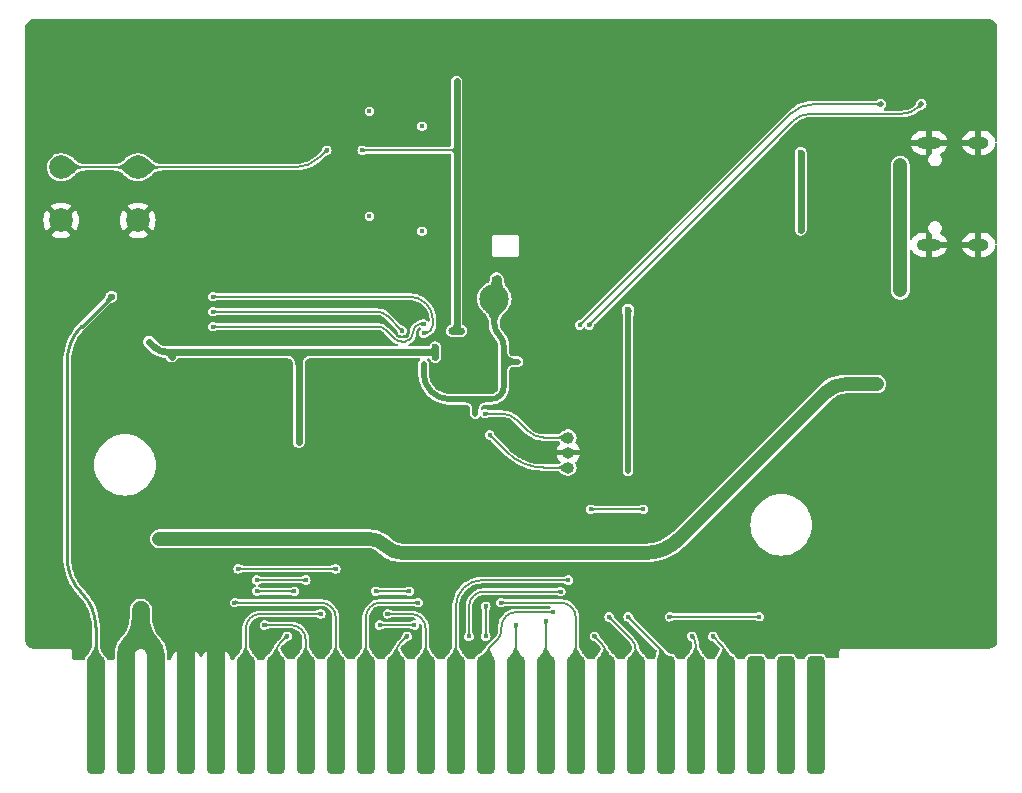
<source format=gbr>
%TF.GenerationSoftware,KiCad,Pcbnew,8.0.5*%
%TF.CreationDate,2024-10-26T23:56:44+02:00*%
%TF.ProjectId,Pico2-MSX,5069636f-322d-44d5-9358-2e6b69636164,0.3*%
%TF.SameCoordinates,Original*%
%TF.FileFunction,Copper,L4,Bot*%
%TF.FilePolarity,Positive*%
%FSLAX46Y46*%
G04 Gerber Fmt 4.6, Leading zero omitted, Abs format (unit mm)*
G04 Created by KiCad (PCBNEW 8.0.5) date 2024-10-26 23:56:44*
%MOMM*%
%LPD*%
G01*
G04 APERTURE LIST*
G04 Aperture macros list*
%AMRoundRect*
0 Rectangle with rounded corners*
0 $1 Rounding radius*
0 $2 $3 $4 $5 $6 $7 $8 $9 X,Y pos of 4 corners*
0 Add a 4 corners polygon primitive as box body*
4,1,4,$2,$3,$4,$5,$6,$7,$8,$9,$2,$3,0*
0 Add four circle primitives for the rounded corners*
1,1,$1+$1,$2,$3*
1,1,$1+$1,$4,$5*
1,1,$1+$1,$6,$7*
1,1,$1+$1,$8,$9*
0 Add four rect primitives between the rounded corners*
20,1,$1+$1,$2,$3,$4,$5,0*
20,1,$1+$1,$4,$5,$6,$7,0*
20,1,$1+$1,$6,$7,$8,$9,0*
20,1,$1+$1,$8,$9,$2,$3,0*%
G04 Aperture macros list end*
%TA.AperFunction,ComponentPad*%
%ADD10O,2.100000X1.000000*%
%TD*%
%TA.AperFunction,ComponentPad*%
%ADD11O,1.800000X1.000000*%
%TD*%
%TA.AperFunction,ComponentPad*%
%ADD12C,0.600000*%
%TD*%
%TA.AperFunction,ConnectorPad*%
%ADD13RoundRect,0.375000X-0.375000X-4.625000X0.375000X-4.625000X0.375000X4.625000X-0.375000X4.625000X0*%
%TD*%
%TA.AperFunction,ComponentPad*%
%ADD14C,1.000000*%
%TD*%
%TA.AperFunction,ComponentPad*%
%ADD15O,1.000000X1.000000*%
%TD*%
%TA.AperFunction,SMDPad,CuDef*%
%ADD16C,2.500000*%
%TD*%
%TA.AperFunction,ComponentPad*%
%ADD17C,2.000000*%
%TD*%
%TA.AperFunction,ViaPad*%
%ADD18C,0.500000*%
%TD*%
%TA.AperFunction,ViaPad*%
%ADD19C,1.200000*%
%TD*%
%TA.AperFunction,ViaPad*%
%ADD20C,0.400000*%
%TD*%
%TA.AperFunction,ViaPad*%
%ADD21C,0.475000*%
%TD*%
%TA.AperFunction,ViaPad*%
%ADD22C,0.600000*%
%TD*%
%TA.AperFunction,Conductor*%
%ADD23C,1.500000*%
%TD*%
%TA.AperFunction,Conductor*%
%ADD24C,0.250000*%
%TD*%
%TA.AperFunction,Conductor*%
%ADD25C,1.200000*%
%TD*%
%TA.AperFunction,Conductor*%
%ADD26C,0.150000*%
%TD*%
%TA.AperFunction,Conductor*%
%ADD27C,0.600000*%
%TD*%
%TA.AperFunction,Conductor*%
%ADD28C,0.500000*%
%TD*%
%TA.AperFunction,Conductor*%
%ADD29C,0.400000*%
%TD*%
%TA.AperFunction,Conductor*%
%ADD30C,0.800000*%
%TD*%
G04 APERTURE END LIST*
D10*
%TO.P,J2,S1,SHIELD*%
%TO.N,GND*%
X195897500Y-80634000D03*
D11*
X200097500Y-80634000D03*
D10*
X195897500Y-71994000D03*
D11*
X200097500Y-71994000D03*
%TD*%
D12*
%TO.P,U6,81,GND*%
%TO.N,GND*%
X155979167Y-89785667D03*
X155979167Y-90919000D03*
X155979167Y-92052333D03*
X157112500Y-89785667D03*
X157112500Y-90919000D03*
X157112500Y-92052333D03*
X158245833Y-89785667D03*
X158245833Y-90919000D03*
X158245833Y-92052333D03*
%TD*%
D13*
%TO.P,U5,1,~{CS1}*%
%TO.N,unconnected-(U5-~{CS1}-Pad1)*%
X186322500Y-120446500D03*
%TO.P,U5,3,~{CS12}*%
%TO.N,unconnected-(U5-~{CS12}-Pad3)*%
X183782500Y-120446500D03*
%TO.P,U5,5,NC*%
%TO.N,unconnected-(U5-NC-Pad5)*%
X181242500Y-120446500D03*
%TO.P,U5,7,~{WAIT}*%
%TO.N,/~{WAIT}*%
X178702500Y-120446500D03*
%TO.P,U5,9,~{M1}*%
%TO.N,/~{M1}*%
X176162500Y-120446500D03*
%TO.P,U5,11,~{IORQ}*%
%TO.N,/~{IORQ}*%
X173622500Y-120446500D03*
%TO.P,U5,13,~{WR}*%
%TO.N,/~{WR}*%
X171082500Y-120446500D03*
%TO.P,U5,15,~{RESET}*%
%TO.N,/~{RESET}*%
X168542500Y-120446500D03*
%TO.P,U5,17,A9*%
%TO.N,/A9*%
X166002500Y-120446500D03*
%TO.P,U5,19,A11*%
%TO.N,/A11*%
X163462500Y-120446500D03*
%TO.P,U5,21,A7*%
%TO.N,/A7*%
X160922500Y-120446500D03*
%TO.P,U5,23,A12*%
%TO.N,/A12*%
X158382500Y-120446500D03*
%TO.P,U5,25,A14*%
%TO.N,/A14*%
X155842500Y-120446500D03*
%TO.P,U5,27,A1*%
%TO.N,/A1*%
X153302500Y-120446500D03*
%TO.P,U5,29,A3*%
%TO.N,/A3*%
X150762500Y-120446500D03*
%TO.P,U5,31,A5*%
%TO.N,/A5*%
X148222500Y-120446500D03*
%TO.P,U5,33,D1*%
%TO.N,/MSX_D1*%
X145682500Y-120446500D03*
%TO.P,U5,35,D3*%
%TO.N,/MSX_D3*%
X143142500Y-120446500D03*
%TO.P,U5,37,D5*%
%TO.N,/MSX_D5*%
X140602500Y-120446500D03*
%TO.P,U5,39,D7*%
%TO.N,/MSX_D7*%
X138062500Y-120446500D03*
%TO.P,U5,41,GND*%
%TO.N,GND*%
X135522500Y-120446500D03*
%TO.P,U5,43,GND*%
X132982500Y-120446500D03*
%TO.P,U5,45,+5V*%
%TO.N,Net-(D1-A)*%
X130442500Y-120446500D03*
%TO.P,U5,47,+5V*%
X127902500Y-120446500D03*
%TO.P,U5,49,SOUND*%
%TO.N,/AUDIO*%
X125362500Y-120446500D03*
%TD*%
D14*
%TO.P,J1,1,Pin_1*%
%TO.N,/SWCLK*%
X165367500Y-96951500D03*
D15*
%TO.P,J1,2,Pin_2*%
%TO.N,GND*%
X165367500Y-98221500D03*
%TO.P,J1,3,Pin_3*%
%TO.N,/SWD*%
X165367500Y-99491500D03*
%TD*%
D16*
%TO.P,TP3,1,1*%
%TO.N,+1V1*%
X159112500Y-85205250D03*
%TD*%
D17*
%TO.P,SW1,1,1*%
%TO.N,GND*%
X122430000Y-78564000D03*
X128930000Y-78564000D03*
%TO.P,SW1,2,2*%
%TO.N,/~{USB_BOOT}*%
X122430000Y-74064000D03*
X128930000Y-74064000D03*
%TD*%
D18*
%TO.N,GND*%
X129872500Y-87552500D03*
D19*
X132982500Y-109651500D03*
D20*
X164812500Y-91294000D03*
D19*
X182151500Y-94631500D03*
D20*
X156512500Y-98169000D03*
D18*
X124152500Y-86282500D03*
X161887500Y-103866500D03*
X154362500Y-62849000D03*
D19*
X182751500Y-90219000D03*
D18*
X154362500Y-71819000D03*
D20*
X164812500Y-87294000D03*
X154512500Y-98169000D03*
X157712500Y-83669000D03*
X149412500Y-90719000D03*
X157802500Y-98619000D03*
X149862500Y-90719000D03*
X164362500Y-90544000D03*
D19*
X136633750Y-112826500D03*
D20*
X154912500Y-83219000D03*
X164812500Y-94809000D03*
D18*
X148540000Y-79489000D03*
D19*
X190302500Y-94631500D03*
D18*
X126062500Y-81832500D03*
D20*
X164362500Y-87294000D03*
X149412500Y-88719000D03*
D18*
X168860000Y-100285250D03*
D21*
X161712500Y-84762750D03*
X161712500Y-83006500D03*
D20*
X164362500Y-94809000D03*
D18*
X145682500Y-100924000D03*
X131420000Y-91997500D03*
D20*
X149862500Y-88719000D03*
D19*
X180751500Y-92419000D03*
D18*
X160187500Y-105166500D03*
D20*
X149412500Y-92719000D03*
X164362500Y-91294000D03*
D21*
X161712500Y-82531500D03*
D20*
X154912500Y-83669000D03*
D18*
X145682500Y-101869000D03*
D20*
X164812500Y-90544000D03*
X157802500Y-98169000D03*
D18*
X135832500Y-102666500D03*
X125102500Y-88467500D03*
D20*
X157712500Y-83219000D03*
X149862500Y-92719000D03*
D18*
X145682500Y-70599000D03*
D19*
X132982500Y-112827500D03*
D20*
X154512500Y-98619000D03*
D21*
X161712500Y-84287750D03*
D18*
X174332500Y-103022500D03*
X137352500Y-103016500D03*
D20*
X156512500Y-98619000D03*
X157887500Y-100766500D03*
D19*
X132982500Y-111239000D03*
D22*
%TO.N,/AUDIO*%
X126697500Y-85012500D03*
D19*
%TO.N,+5V*%
X130760000Y-105525000D03*
X133300000Y-105525000D03*
D18*
X142552500Y-105525000D03*
D19*
X190209000Y-92419000D03*
X132030000Y-105525000D03*
X188939000Y-92419000D03*
X191479000Y-92419000D03*
%TO.N,Net-(D1-A)*%
X129172500Y-114097500D03*
X129172500Y-111557500D03*
X129172500Y-112827500D03*
D20*
%TO.N,/SWD*%
X158712500Y-96719000D03*
%TO.N,/SWCLK*%
X158312500Y-94919000D03*
%TO.N,/~{USB_BOOT}*%
X144920500Y-72631000D03*
D18*
%TO.N,+3V3*%
X129872500Y-88822500D03*
D22*
X156312500Y-87919000D03*
X185052500Y-79356500D03*
D18*
X155912500Y-75679000D03*
X142552500Y-97319000D03*
X170432500Y-99772500D03*
D22*
X185052500Y-72856500D03*
X170432500Y-86119000D03*
D18*
X155912500Y-66789000D03*
D22*
X185052500Y-73669000D03*
X154112500Y-89319000D03*
D20*
X147924500Y-72631000D03*
D22*
X185052500Y-78544000D03*
X155512500Y-87919000D03*
D18*
X131777500Y-90092500D03*
D22*
X154112500Y-90119000D03*
D20*
%TO.N,/SPI0_SCK*%
X151312500Y-87919000D03*
X135270000Y-86282500D03*
%TO.N,+1V1*%
X159512500Y-83569000D03*
D18*
X153112500Y-90719000D03*
X159112500Y-86919000D03*
X161112500Y-90519000D03*
X157512500Y-94919000D03*
D20*
X159112500Y-83569000D03*
%TO.N,/LED2*%
X166325000Y-87419000D03*
D18*
X191837500Y-68731500D03*
%TO.N,/LED1*%
X195250000Y-68731500D03*
D20*
X167137500Y-87419000D03*
D22*
%TO.N,Net-(D3-A)*%
X193183750Y-78714000D03*
D19*
X193483750Y-83281500D03*
X193483750Y-82081500D03*
D22*
X193783750Y-73914000D03*
X193183750Y-73914000D03*
X193783750Y-78714000D03*
D19*
X193483750Y-84481500D03*
D20*
%TO.N,/QSPI_SD0*%
X152985000Y-79489000D03*
X152985000Y-70599000D03*
%TO.N,/QSPI_SD2*%
X148540000Y-78219000D03*
X148540000Y-69329000D03*
%TO.N,/MSX_D3*%
X139650000Y-112826500D03*
%TO.N,/MSX_D7*%
X144412500Y-111875000D03*
%TO.N,/MSX_D6*%
X142190000Y-109970000D03*
X139015000Y-109970000D03*
%TO.N,/MSX_D2*%
X139015000Y-109017500D03*
X143142500Y-109017500D03*
%TO.N,/MSX_D1*%
X137110000Y-110922500D03*
%TO.N,/MSX_D5*%
X141555000Y-113779000D03*
%TO.N,/MSX_D0*%
X145682500Y-108065000D03*
X137427500Y-108065000D03*
%TO.N,/~{WAIT}*%
X177620750Y-113785750D03*
%TO.N,/A11*%
X163462500Y-112510000D03*
%TO.N,/A13*%
X164732500Y-109994000D03*
X156962500Y-113779000D03*
%TO.N,/A12*%
X164097500Y-111715250D03*
%TO.N,/A8*%
X158382500Y-113780000D03*
X158382500Y-111240000D03*
%TO.N,/A9*%
X159652500Y-110921500D03*
%TO.N,/A14*%
X165367500Y-109016500D03*
%TO.N,/~{RESET}*%
X167590000Y-113779000D03*
%TO.N,/~{SLTSL}*%
X173940000Y-112122500D03*
X181560000Y-112122500D03*
%TO.N,/A1*%
X150062500Y-111875000D03*
%TO.N,/A0*%
X149387500Y-112827500D03*
X152350000Y-112827500D03*
%TO.N,/A7*%
X160922500Y-112827500D03*
%TO.N,/A4*%
X149087500Y-109970000D03*
X151912500Y-109970000D03*
%TO.N,/A5*%
X152667500Y-110922500D03*
%TO.N,/A3*%
X151715000Y-113780000D03*
%TO.N,/~{WR}*%
X168825543Y-112140543D03*
%TO.N,/~{M1}*%
X175845000Y-113779500D03*
%TO.N,/~{IORQ_RD}*%
X171732500Y-103022500D03*
X167272500Y-103022500D03*
%TO.N,/SPI0_~{CS}*%
X135270000Y-87552500D03*
X153112500Y-87319000D03*
%TO.N,/SPI0_MOSI*%
X135270000Y-85012500D03*
X153112500Y-88119000D03*
%TO.N,/~{IORQ}*%
X170432500Y-112122500D03*
%TD*%
D23*
%TO.N,GND*%
X135522500Y-113937750D02*
X136633750Y-112826500D01*
X132982500Y-112827500D02*
X132982500Y-120446500D01*
X135522500Y-120446500D02*
X135522500Y-113937750D01*
D24*
%TO.N,/AUDIO*%
X126697500Y-85012500D02*
X124156652Y-87553348D01*
X124156652Y-110094152D02*
X124156848Y-110094348D01*
X125362500Y-113005049D02*
X125362500Y-120446500D01*
X122951000Y-90464049D02*
X122951000Y-107183451D01*
X125362500Y-113005049D02*
G75*
G03*
X124156832Y-110094364I-4116400J-51D01*
G01*
X124156652Y-87553348D02*
G75*
G03*
X122950978Y-90464049I2910748J-2910752D01*
G01*
X124156652Y-110094152D02*
G75*
G02*
X122950978Y-107183451I2910748J2910752D01*
G01*
D25*
%TO.N,+5V*%
X151349525Y-106726500D02*
X171896646Y-106726500D01*
X174725073Y-105554927D02*
X187098773Y-93181227D01*
X132030000Y-105525000D02*
X133300000Y-105525000D01*
X130760000Y-105525000D02*
X132030000Y-105525000D01*
X133300000Y-105525000D02*
X142552500Y-105525000D01*
X149899205Y-106125705D02*
X149899296Y-106125796D01*
X188939000Y-92419000D02*
X190209000Y-92419000D01*
X190209000Y-92419000D02*
X191479000Y-92419000D01*
X142552500Y-105525000D02*
X148448975Y-105525000D01*
X148448975Y-105525000D02*
G75*
G02*
X149899210Y-106125700I25J-2050900D01*
G01*
X151349525Y-106726500D02*
G75*
G02*
X149899291Y-106125801I-25J2050900D01*
G01*
X174725073Y-105554927D02*
G75*
G02*
X171896646Y-106726532I-2828473J2828427D01*
G01*
X187098773Y-93181227D02*
G75*
G02*
X188939000Y-92418964I1840227J-1840173D01*
G01*
D23*
%TO.N,Net-(D1-A)*%
X129172500Y-111557500D02*
X129172500Y-112188772D01*
D25*
X129172500Y-112827500D02*
X129172500Y-114097500D01*
X129172500Y-114097500D02*
X129172500Y-114097500D01*
D23*
X127902500Y-115367500D02*
X127902500Y-120446500D01*
D25*
X129172500Y-114097500D02*
X129172500Y-114097500D01*
X129172500Y-112188772D02*
X129172500Y-112827500D01*
D23*
X130442500Y-120446500D02*
X130442500Y-115367500D01*
X130442500Y-115367500D02*
G75*
G03*
X129172500Y-114097500I-1270000J0D01*
G01*
X129172500Y-112188772D02*
G75*
G03*
X130156659Y-114564841I3360300J-28D01*
G01*
X127902500Y-115367500D02*
G75*
G02*
X129172500Y-114097500I1270000J0D01*
G01*
X129172500Y-112208110D02*
G75*
G02*
X128204204Y-114545704I-3305800J10D01*
G01*
D26*
%TO.N,/SWD*%
X163338967Y-99491500D02*
X165367500Y-99491500D01*
X158712500Y-96719000D02*
X160174047Y-98180547D01*
X160174047Y-98180547D02*
G75*
G03*
X163338967Y-99491515I3164953J3164947D01*
G01*
%TO.N,/SWCLK*%
X163338427Y-96951500D02*
X165367500Y-96951500D01*
X158312500Y-94919000D02*
X159649073Y-94919000D01*
X161063287Y-95504787D02*
X161924214Y-96365714D01*
X159649073Y-94919000D02*
G75*
G02*
X161063301Y-95504773I27J-2000000D01*
G01*
X163338427Y-96951500D02*
G75*
G02*
X161924200Y-96365728I-27J2000000D01*
G01*
%TO.N,/~{USB_BOOT}*%
X128930000Y-74064000D02*
X142244859Y-74064000D01*
X122430000Y-74064000D02*
X128930000Y-74064000D01*
X144366180Y-73185320D02*
X144920500Y-72631000D01*
X142244859Y-74064000D02*
G75*
G03*
X144366200Y-73185340I41J3000000D01*
G01*
D27*
%TO.N,+3V3*%
X155912500Y-75679000D02*
X155912500Y-72631000D01*
X185052500Y-79356500D02*
X185052500Y-78544000D01*
X141552500Y-89719000D02*
X143552500Y-89719000D01*
X154112500Y-90119000D02*
X154112500Y-90119000D01*
X132151000Y-89719000D02*
X141552500Y-89719000D01*
X142552500Y-97319000D02*
X142552500Y-90719000D01*
X154112500Y-89319000D02*
X154112500Y-90119000D01*
X185052500Y-73669000D02*
X185052500Y-78544000D01*
X155512500Y-87919000D02*
X156312500Y-87919000D01*
D28*
X170432500Y-99772500D02*
X170432500Y-86119000D01*
D27*
X155912500Y-87519000D02*
X155912500Y-75679000D01*
X185052500Y-72856500D02*
X185052500Y-73669000D01*
X143552500Y-89719000D02*
X153712500Y-89719000D01*
X132151000Y-89719000D02*
X131404000Y-89719000D01*
X130320000Y-89270000D02*
X129872500Y-88822500D01*
X155912500Y-72631000D02*
X155912500Y-66789000D01*
X131777500Y-90092500D02*
X131777500Y-90092500D01*
D26*
X155512500Y-87919000D02*
X155512500Y-87919000D01*
X147924500Y-72631000D02*
X155912500Y-72631000D01*
D27*
X156312500Y-87919000D02*
X156312500Y-87919000D01*
X154112500Y-89319000D02*
X154112500Y-89319000D01*
X131777500Y-90092500D02*
X131777500Y-90092500D01*
X153712500Y-89719000D02*
X153712497Y-89719000D01*
X131404000Y-89719000D02*
G75*
G02*
X130320005Y-89269995I0J1533000D01*
G01*
X155512500Y-87919000D02*
G75*
G03*
X155912500Y-87519000I0J400000D01*
G01*
X143552500Y-89719000D02*
G75*
G03*
X142552500Y-90719000I0J-1000000D01*
G01*
X141552500Y-89719000D02*
G75*
G02*
X142552500Y-90719000I0J-1000000D01*
G01*
X131777500Y-90092500D02*
G75*
G02*
X132151000Y-89719000I373500J0D01*
G01*
X154112500Y-89319000D02*
G75*
G02*
X153712497Y-89719000I-400000J0D01*
G01*
X153712500Y-89719000D02*
G75*
G02*
X154112500Y-90119000I0J-400000D01*
G01*
X156312500Y-87919000D02*
G75*
G02*
X155912500Y-87519000I0J400000D01*
G01*
X131404000Y-89719000D02*
G75*
G02*
X131777500Y-90092500I0J-373500D01*
G01*
D26*
%TO.N,/SPI0_SCK*%
X149102530Y-86282500D02*
X135270000Y-86282500D01*
X151312500Y-87919000D02*
X150081505Y-86688005D01*
X149102530Y-86282500D02*
G75*
G02*
X150081494Y-86688016I-30J-1384500D01*
G01*
D28*
%TO.N,+1V1*%
X157512500Y-94519000D02*
X157512500Y-94919000D01*
X159912500Y-89719000D02*
X159912500Y-91319000D01*
X159512475Y-88275225D02*
X159512525Y-88275275D01*
X159912500Y-92619000D02*
X159912500Y-91319000D01*
X156712500Y-93719000D02*
X155356554Y-93719000D01*
D29*
X159112500Y-83569000D02*
X159512500Y-83569000D01*
D30*
X159312500Y-85005250D02*
X159312500Y-83569000D01*
X159112500Y-85205250D02*
X159312500Y-85005250D01*
D28*
X159112524Y-86918976D02*
X159112500Y-86919000D01*
X160712500Y-90519000D02*
X161112500Y-90519000D01*
X159112500Y-85205250D02*
X159112500Y-86919000D01*
X159912500Y-89240900D02*
X159912500Y-89719000D01*
X153112500Y-90719000D02*
X153112500Y-91474946D01*
X159112500Y-86919000D02*
X159112500Y-87309600D01*
X158312500Y-93719000D02*
X158812500Y-93719000D01*
X156712500Y-93719000D02*
X158312500Y-93719000D01*
X159112524Y-86919024D02*
X159112500Y-86919000D01*
X157512500Y-94519000D02*
G75*
G03*
X156712500Y-93719000I-800000J0D01*
G01*
X158812500Y-93719000D02*
G75*
G03*
X159912500Y-92619000I0J1100000D01*
G01*
X157512500Y-94519000D02*
G75*
G02*
X158312500Y-93719000I800000J0D01*
G01*
X153112500Y-91474946D02*
G75*
G03*
X155356554Y-93719000I2244100J46D01*
G01*
X159512475Y-88275225D02*
G75*
G02*
X159112500Y-87309600I965625J965625D01*
G01*
X159912500Y-89240900D02*
G75*
G03*
X159512525Y-88275275I-1365600J0D01*
G01*
X160712500Y-90519000D02*
G75*
G02*
X159912500Y-89719000I0J800000D01*
G01*
X160712500Y-90519000D02*
G75*
G03*
X159912500Y-91319000I0J-800000D01*
G01*
D26*
%TO.N,/LED2*%
X186119189Y-68731500D02*
X191837500Y-68731500D01*
X166325000Y-87419000D02*
X184229953Y-69514047D01*
X184229953Y-69514047D02*
G75*
G02*
X186119189Y-68731497I1889247J-1889253D01*
G01*
%TO.N,/LED1*%
X185840927Y-69544000D02*
X193609073Y-69544000D01*
X195023287Y-68958213D02*
X195250000Y-68731500D01*
X167137500Y-87419000D02*
X184426714Y-70129786D01*
X184426714Y-70129786D02*
G75*
G02*
X185840927Y-69544019I1414186J-1414214D01*
G01*
X195023287Y-68958213D02*
G75*
G02*
X193609073Y-69543981I-1414187J1414213D01*
G01*
D25*
%TO.N,Net-(D3-A)*%
X193483750Y-83281500D02*
X193483750Y-84481500D01*
X193483750Y-73914000D02*
X193483750Y-82081500D01*
X193483750Y-82081500D02*
X193483750Y-83281500D01*
D26*
%TO.N,/MSX_D3*%
X139650000Y-112826500D02*
X141872500Y-112826500D01*
X143142500Y-114096500D02*
X143142500Y-120445500D01*
X141872500Y-112826500D02*
G75*
G02*
X143142500Y-114096500I0J-1270000D01*
G01*
%TO.N,/MSX_D7*%
X144412500Y-111875000D02*
X139332500Y-111875000D01*
X138062500Y-113145000D02*
X138062500Y-120445500D01*
X139332500Y-111875000D02*
G75*
G03*
X138062500Y-113145000I0J-1270000D01*
G01*
%TO.N,/MSX_D6*%
X139015000Y-109970000D02*
X142190000Y-109970000D01*
%TO.N,/MSX_D2*%
X143142500Y-109017500D02*
X139015000Y-109017500D01*
%TO.N,/MSX_D1*%
X145682500Y-112192500D02*
X145682500Y-120445500D01*
X137110000Y-110922500D02*
X144412500Y-110922500D01*
X145682500Y-112192500D02*
G75*
G03*
X144412500Y-110922500I-1270000J0D01*
G01*
%TO.N,/MSX_D5*%
X141555000Y-113779000D02*
X140974474Y-114359526D01*
X140602500Y-115257551D02*
X140602500Y-120445500D01*
X140602500Y-115257551D02*
G75*
G02*
X140974498Y-114359550I1270000J-49D01*
G01*
%TO.N,/MSX_D0*%
X145682500Y-108065000D02*
X137427500Y-108065000D01*
%TO.N,/~{WAIT}*%
X177620750Y-113785750D02*
X178330526Y-114495526D01*
X178702500Y-115393551D02*
X178702500Y-120446500D01*
X178702500Y-115393551D02*
G75*
G03*
X178330502Y-114495550I-1270000J-49D01*
G01*
%TO.N,/A11*%
X163462500Y-112510000D02*
X163462500Y-120446500D01*
%TO.N,/A13*%
X156962500Y-111264000D02*
X156962500Y-113779000D01*
X164732500Y-109994000D02*
X158232500Y-109994000D01*
X156962500Y-111264000D02*
G75*
G02*
X158232500Y-109994000I1270000J0D01*
G01*
%TO.N,/A12*%
X158382500Y-115575051D02*
X158382500Y-120446500D01*
X164097500Y-111715250D02*
X160982500Y-111715250D01*
X159712500Y-112985250D02*
X159712500Y-113192949D01*
X159340525Y-114090975D02*
X158754474Y-114677026D01*
X158754474Y-114677026D02*
G75*
G03*
X158382466Y-115575051I898026J-898074D01*
G01*
X159712500Y-113192949D02*
G75*
G02*
X159340501Y-114090951I-1270000J49D01*
G01*
X159712500Y-112985250D02*
G75*
G02*
X160982500Y-111715200I1270000J50D01*
G01*
%TO.N,/A8*%
X158382500Y-111240000D02*
X158382500Y-113780000D01*
%TO.N,/A9*%
X159652500Y-110921500D02*
X164732500Y-110921500D01*
X166002500Y-112191500D02*
X166002500Y-120445500D01*
X164732500Y-110921500D02*
G75*
G02*
X166002500Y-112191500I0J-1270000D01*
G01*
%TO.N,/A14*%
X165366500Y-109017500D02*
X158110354Y-109017500D01*
X165367500Y-109016500D02*
X165366500Y-109017500D01*
X155842500Y-111285354D02*
X155842500Y-120446500D01*
X155842500Y-111285354D02*
G75*
G02*
X158110354Y-109017500I2267900J-46D01*
G01*
%TO.N,/~{RESET}*%
X168542500Y-115257551D02*
X168542500Y-120446500D01*
X167590000Y-113779000D02*
X168170526Y-114359526D01*
X168542500Y-115257551D02*
G75*
G03*
X168170502Y-114359550I-1270000J-49D01*
G01*
%TO.N,/~{SLTSL}*%
X173940000Y-112122500D02*
X181560000Y-112122500D01*
%TO.N,/A1*%
X153302500Y-113145000D02*
X153302500Y-120446500D01*
X150062500Y-111875000D02*
X152032500Y-111875000D01*
X153302500Y-113145000D02*
G75*
G03*
X152032500Y-111875000I-1270000J0D01*
G01*
%TO.N,/A0*%
X149387500Y-112827500D02*
X152350000Y-112827500D01*
%TO.N,/A7*%
X160922500Y-112827500D02*
X160922500Y-120445500D01*
%TO.N,/A4*%
X151912500Y-109970000D02*
X149087500Y-109970000D01*
%TO.N,/A5*%
X152667500Y-110922500D02*
X149492500Y-110922500D01*
X148222500Y-112192500D02*
X148222500Y-120446500D01*
X148222500Y-112192500D02*
G75*
G02*
X149492500Y-110922500I1270000J0D01*
G01*
%TO.N,/A3*%
X151715000Y-113780000D02*
X151134474Y-114360526D01*
X150762500Y-115258551D02*
X150762500Y-120446500D01*
X150762500Y-115258551D02*
G75*
G02*
X151134498Y-114360550I1270000J-49D01*
G01*
%TO.N,/~{WR}*%
X171082500Y-114923551D02*
X171082500Y-120446500D01*
X168825543Y-112140543D02*
X170710526Y-114025526D01*
X170710526Y-114025526D02*
G75*
G02*
X171082534Y-114923551I-898026J-898074D01*
G01*
%TO.N,/~{M1}*%
X176162500Y-114545998D02*
X176162500Y-120446500D01*
X175845000Y-113779500D02*
G75*
G02*
X176162495Y-114545998I-766500J-766500D01*
G01*
%TO.N,/~{IORQ_RD}*%
X171732500Y-103022500D02*
X167272500Y-103022500D01*
%TO.N,/SPI0_~{CS}*%
X150608107Y-88529607D02*
X149923893Y-87845393D01*
X149216786Y-87552500D02*
X135270000Y-87552500D01*
X153112500Y-87319000D02*
X152912500Y-87319000D01*
X152212500Y-88019000D02*
X152212500Y-88122500D01*
X151512500Y-88822500D02*
X151315214Y-88822500D01*
X149923893Y-87845393D02*
G75*
G03*
X149216786Y-87552510I-707093J-707107D01*
G01*
X152212500Y-88019000D02*
G75*
G02*
X152912500Y-87319000I700000J0D01*
G01*
X152212500Y-88122500D02*
G75*
G02*
X151512500Y-88822500I-700000J0D01*
G01*
X151315214Y-88822500D02*
G75*
G02*
X150608100Y-88529614I-14J1000000D01*
G01*
%TO.N,/SPI0_MOSI*%
X153912500Y-87012500D02*
X153912500Y-87419000D01*
X135270000Y-85012500D02*
X151912500Y-85012500D01*
X153212500Y-88119000D02*
X153112500Y-88119000D01*
X153912500Y-87012500D02*
G75*
G03*
X151912500Y-85012500I-2000000J0D01*
G01*
X153912500Y-87419000D02*
G75*
G02*
X153212500Y-88119000I-700000J0D01*
G01*
%TO.N,/~{IORQ}*%
X170432500Y-112122500D02*
X173250526Y-114940526D01*
X173622500Y-115838551D02*
X173622500Y-120446500D01*
X173250526Y-114940526D02*
G75*
G02*
X173622534Y-115838551I-898026J-898074D01*
G01*
%TD*%
%TA.AperFunction,Conductor*%
%TO.N,GND*%
G36*
X200997342Y-61530976D02*
G01*
X201119264Y-61542985D01*
X201138294Y-61546770D01*
X201143633Y-61548390D01*
X201250854Y-61580915D01*
X201268785Y-61588342D01*
X201372522Y-61643791D01*
X201388658Y-61654573D01*
X201479583Y-61729193D01*
X201493306Y-61742916D01*
X201567926Y-61833841D01*
X201578708Y-61849977D01*
X201634157Y-61953714D01*
X201641584Y-61971645D01*
X201675728Y-62084203D01*
X201679514Y-62103237D01*
X201691523Y-62225157D01*
X201692000Y-62234861D01*
X201692000Y-71868160D01*
X201673093Y-71926351D01*
X201623593Y-71962315D01*
X201562407Y-71962315D01*
X201512907Y-71926351D01*
X201495902Y-71887474D01*
X201459070Y-71702311D01*
X201459070Y-71702309D01*
X201383691Y-71520326D01*
X201383685Y-71520314D01*
X201274250Y-71356537D01*
X201274247Y-71356533D01*
X201134966Y-71217252D01*
X201134962Y-71217249D01*
X200971185Y-71107814D01*
X200971173Y-71107808D01*
X200789189Y-71032429D01*
X200595993Y-70994000D01*
X200347501Y-70994000D01*
X200347500Y-70994001D01*
X200347500Y-71694000D01*
X199847500Y-71694000D01*
X199847500Y-70994001D01*
X199847499Y-70994000D01*
X199599006Y-70994000D01*
X199405811Y-71032429D01*
X199405809Y-71032429D01*
X199223826Y-71107808D01*
X199223814Y-71107814D01*
X199060037Y-71217249D01*
X199060033Y-71217252D01*
X198920752Y-71356533D01*
X198920749Y-71356537D01*
X198811314Y-71520314D01*
X198811308Y-71520326D01*
X198735931Y-71702304D01*
X198735928Y-71702315D01*
X198727637Y-71744000D01*
X199530512Y-71744000D01*
X199513295Y-71753940D01*
X199457440Y-71809795D01*
X199417944Y-71878204D01*
X199397500Y-71954504D01*
X199397500Y-72033496D01*
X199417944Y-72109796D01*
X199457440Y-72178205D01*
X199513295Y-72234060D01*
X199530512Y-72244000D01*
X198727637Y-72244000D01*
X198735928Y-72285684D01*
X198735931Y-72285695D01*
X198811308Y-72467673D01*
X198811314Y-72467685D01*
X198920749Y-72631462D01*
X198920752Y-72631466D01*
X199060033Y-72770747D01*
X199060037Y-72770750D01*
X199223814Y-72880185D01*
X199223826Y-72880191D01*
X199405810Y-72955570D01*
X199599006Y-72993999D01*
X199599010Y-72994000D01*
X199847499Y-72994000D01*
X199847500Y-72993999D01*
X199847500Y-72294000D01*
X200347500Y-72294000D01*
X200347500Y-72993999D01*
X200347501Y-72994000D01*
X200595990Y-72994000D01*
X200595993Y-72993999D01*
X200789188Y-72955570D01*
X200789190Y-72955570D01*
X200971173Y-72880191D01*
X200971185Y-72880185D01*
X201134962Y-72770750D01*
X201134966Y-72770747D01*
X201274247Y-72631466D01*
X201274250Y-72631462D01*
X201383685Y-72467685D01*
X201383691Y-72467673D01*
X201459070Y-72285690D01*
X201459070Y-72285688D01*
X201495902Y-72100525D01*
X201525799Y-72047141D01*
X201581364Y-72021525D01*
X201641373Y-72033462D01*
X201682906Y-72078392D01*
X201692000Y-72119839D01*
X201692000Y-80508160D01*
X201673093Y-80566351D01*
X201623593Y-80602315D01*
X201562407Y-80602315D01*
X201512907Y-80566351D01*
X201495902Y-80527474D01*
X201459070Y-80342311D01*
X201459070Y-80342309D01*
X201383691Y-80160326D01*
X201383685Y-80160314D01*
X201274250Y-79996537D01*
X201274247Y-79996533D01*
X201134966Y-79857252D01*
X201134962Y-79857249D01*
X200971185Y-79747814D01*
X200971173Y-79747808D01*
X200789189Y-79672429D01*
X200595993Y-79634000D01*
X200347501Y-79634000D01*
X200347500Y-79634001D01*
X200347500Y-80334000D01*
X199847500Y-80334000D01*
X199847500Y-79634001D01*
X199847499Y-79634000D01*
X199599006Y-79634000D01*
X199405811Y-79672429D01*
X199405809Y-79672429D01*
X199223826Y-79747808D01*
X199223814Y-79747814D01*
X199060037Y-79857249D01*
X199060033Y-79857252D01*
X198920752Y-79996533D01*
X198920749Y-79996537D01*
X198811314Y-80160314D01*
X198811308Y-80160326D01*
X198735931Y-80342304D01*
X198735928Y-80342315D01*
X198727637Y-80384000D01*
X199530512Y-80384000D01*
X199513295Y-80393940D01*
X199457440Y-80449795D01*
X199417944Y-80518204D01*
X199397500Y-80594504D01*
X199397500Y-80673496D01*
X199417944Y-80749796D01*
X199457440Y-80818205D01*
X199513295Y-80874060D01*
X199530512Y-80884000D01*
X198727637Y-80884000D01*
X198735928Y-80925684D01*
X198735931Y-80925695D01*
X198811308Y-81107673D01*
X198811314Y-81107685D01*
X198920749Y-81271462D01*
X198920752Y-81271466D01*
X199060033Y-81410747D01*
X199060037Y-81410750D01*
X199223814Y-81520185D01*
X199223826Y-81520191D01*
X199405810Y-81595570D01*
X199599006Y-81633999D01*
X199599010Y-81634000D01*
X199847499Y-81634000D01*
X199847500Y-81633999D01*
X199847500Y-80934000D01*
X200347500Y-80934000D01*
X200347500Y-81633999D01*
X200347501Y-81634000D01*
X200595990Y-81634000D01*
X200595993Y-81633999D01*
X200789188Y-81595570D01*
X200789190Y-81595570D01*
X200971173Y-81520191D01*
X200971185Y-81520185D01*
X201134962Y-81410750D01*
X201134966Y-81410747D01*
X201274247Y-81271466D01*
X201274250Y-81271462D01*
X201383685Y-81107685D01*
X201383691Y-81107673D01*
X201459070Y-80925690D01*
X201459070Y-80925688D01*
X201495902Y-80740525D01*
X201525799Y-80687141D01*
X201581364Y-80661525D01*
X201641373Y-80673462D01*
X201682906Y-80718392D01*
X201692000Y-80759839D01*
X201692000Y-114117638D01*
X201691523Y-114127342D01*
X201679514Y-114249262D01*
X201675728Y-114268296D01*
X201641584Y-114380854D01*
X201634157Y-114398785D01*
X201578708Y-114502522D01*
X201567926Y-114518658D01*
X201493306Y-114609583D01*
X201479583Y-114623306D01*
X201388658Y-114697926D01*
X201372522Y-114708708D01*
X201268785Y-114764157D01*
X201250854Y-114771584D01*
X201138296Y-114805728D01*
X201119263Y-114809514D01*
X201016867Y-114819600D01*
X200997341Y-114821523D01*
X200987639Y-114822000D01*
X188552935Y-114822000D01*
X188476511Y-114842478D01*
X188476507Y-114842480D01*
X188407991Y-114882038D01*
X188352038Y-114937991D01*
X188312480Y-115006507D01*
X188312478Y-115006511D01*
X188292000Y-115082935D01*
X188292000Y-115556991D01*
X188273093Y-115615182D01*
X188223593Y-115651146D01*
X188193186Y-115655991D01*
X187318878Y-115657637D01*
X187260652Y-115638839D01*
X187227228Y-115596523D01*
X187200198Y-115531267D01*
X187107951Y-115411049D01*
X186987733Y-115318802D01*
X186984780Y-115317579D01*
X186879292Y-115273884D01*
X186847736Y-115260813D01*
X186847734Y-115260812D01*
X186847732Y-115260812D01*
X186735220Y-115246000D01*
X185909780Y-115246000D01*
X185909779Y-115246000D01*
X185797267Y-115260812D01*
X185797261Y-115260814D01*
X185657268Y-115318801D01*
X185537051Y-115411047D01*
X185537047Y-115411051D01*
X185444801Y-115531267D01*
X185416215Y-115600280D01*
X185376477Y-115646805D01*
X185324938Y-115661393D01*
X184780858Y-115662418D01*
X184722631Y-115643620D01*
X184689210Y-115601308D01*
X184660198Y-115531267D01*
X184567951Y-115411049D01*
X184447733Y-115318802D01*
X184444780Y-115317579D01*
X184339292Y-115273884D01*
X184307736Y-115260813D01*
X184307734Y-115260812D01*
X184307732Y-115260812D01*
X184195220Y-115246000D01*
X183369780Y-115246000D01*
X183369779Y-115246000D01*
X183257267Y-115260812D01*
X183257261Y-115260814D01*
X183117268Y-115318801D01*
X182997051Y-115411047D01*
X182997047Y-115411051D01*
X182904801Y-115531268D01*
X182874232Y-115605067D01*
X182834495Y-115651593D01*
X182782954Y-115666181D01*
X182242838Y-115667198D01*
X182184612Y-115648400D01*
X182151188Y-115606084D01*
X182149164Y-115601198D01*
X182120198Y-115531267D01*
X182027951Y-115411049D01*
X181907733Y-115318802D01*
X181904780Y-115317579D01*
X181799292Y-115273884D01*
X181767736Y-115260813D01*
X181767734Y-115260812D01*
X181767732Y-115260812D01*
X181655220Y-115246000D01*
X180829780Y-115246000D01*
X180829779Y-115246000D01*
X180717267Y-115260812D01*
X180717261Y-115260814D01*
X180577268Y-115318801D01*
X180457051Y-115411047D01*
X180457047Y-115411051D01*
X180364801Y-115531268D01*
X180332249Y-115609855D01*
X180292512Y-115656381D01*
X180240971Y-115670969D01*
X179704818Y-115671978D01*
X179646592Y-115653180D01*
X179613168Y-115610863D01*
X179580199Y-115531269D01*
X179580198Y-115531268D01*
X179580198Y-115531267D01*
X179487951Y-115411049D01*
X179367733Y-115318802D01*
X179364783Y-115317580D01*
X179348951Y-115311022D01*
X179326561Y-115298093D01*
X179283649Y-115265158D01*
X179278396Y-115260832D01*
X179221700Y-115210767D01*
X179217276Y-115206612D01*
X179197031Y-115186396D01*
X179158200Y-115147621D01*
X179154506Y-115143725D01*
X179106040Y-115089728D01*
X179106038Y-115089726D01*
X179093450Y-115075702D01*
X179090329Y-115072050D01*
X179027609Y-114994926D01*
X179024966Y-114991526D01*
X178960889Y-114905330D01*
X178958660Y-114902208D01*
X178893457Y-114806963D01*
X178891578Y-114804110D01*
X178825423Y-114699832D01*
X178823823Y-114697221D01*
X178761230Y-114591324D01*
X178756080Y-114583064D01*
X178755475Y-114582143D01*
X178749863Y-114576704D01*
X178733027Y-114555116D01*
X178720297Y-114533069D01*
X178720296Y-114533067D01*
X178596959Y-114372340D01*
X178557692Y-114333075D01*
X178513572Y-114288957D01*
X178499856Y-114275241D01*
X178118572Y-113893957D01*
X178104739Y-113876606D01*
X178098166Y-113866139D01*
X178091091Y-113858653D01*
X178081804Y-113848827D01*
X178077044Y-113843407D01*
X178071662Y-113836810D01*
X178071661Y-113836809D01*
X178070092Y-113834886D01*
X178052366Y-113802022D01*
X178050556Y-113796270D01*
X178049515Y-113792963D01*
X178048709Y-113790268D01*
X178041896Y-113766188D01*
X178041481Y-113764741D01*
X178041449Y-113764631D01*
X178041304Y-113764133D01*
X178031981Y-113732384D01*
X178031013Y-113729187D01*
X178030890Y-113728792D01*
X178029690Y-113725063D01*
X178017468Y-113688297D01*
X178016915Y-113686699D01*
X178015802Y-113683483D01*
X178015633Y-113683013D01*
X178014803Y-113680789D01*
X178013988Y-113678604D01*
X178013971Y-113678561D01*
X178013952Y-113678509D01*
X178001602Y-113646511D01*
X178000892Y-113644693D01*
X178000847Y-113644581D01*
X178000846Y-113644580D01*
X178000845Y-113644576D01*
X177992226Y-113631383D01*
X177986907Y-113622196D01*
X177948801Y-113547410D01*
X177948800Y-113547408D01*
X177859092Y-113457700D01*
X177846190Y-113451126D01*
X177746057Y-113400105D01*
X177746054Y-113400104D01*
X177620750Y-113380258D01*
X177495446Y-113400104D01*
X177495442Y-113400105D01*
X177382409Y-113457699D01*
X177292699Y-113547409D01*
X177235105Y-113660442D01*
X177235104Y-113660446D01*
X177215772Y-113782507D01*
X177215258Y-113785750D01*
X177234035Y-113904307D01*
X177235104Y-113911053D01*
X177235105Y-113911057D01*
X177265576Y-113970859D01*
X177292700Y-114024092D01*
X177382408Y-114113800D01*
X177408840Y-114127268D01*
X177458471Y-114152557D01*
X177466503Y-114157134D01*
X177472270Y-114160787D01*
X177481348Y-114166538D01*
X177513604Y-114178988D01*
X177517244Y-114180346D01*
X177518013Y-114180633D01*
X177518483Y-114180802D01*
X177522003Y-114182020D01*
X177523297Y-114182468D01*
X177560063Y-114194690D01*
X177563792Y-114195890D01*
X177564187Y-114196013D01*
X177567390Y-114196982D01*
X177599166Y-114206312D01*
X177599658Y-114206456D01*
X177599768Y-114206488D01*
X177601217Y-114206904D01*
X177625267Y-114213708D01*
X177627979Y-114214519D01*
X177637020Y-114217365D01*
X177669879Y-114235086D01*
X177678396Y-114242034D01*
X177683814Y-114246793D01*
X177701142Y-114263169D01*
X177701144Y-114263170D01*
X177701145Y-114263171D01*
X177710168Y-114268927D01*
X177712492Y-114270409D01*
X177729254Y-114283869D01*
X178095728Y-114650343D01*
X178095731Y-114650347D01*
X178101372Y-114655988D01*
X178101373Y-114655990D01*
X178119408Y-114674024D01*
X178132977Y-114687593D01*
X178138252Y-114693300D01*
X178188618Y-114752268D01*
X178212034Y-114808795D01*
X178205094Y-114853740D01*
X178172267Y-114934763D01*
X178171345Y-114936962D01*
X178126909Y-115039473D01*
X178125809Y-115041921D01*
X178081987Y-115135945D01*
X178080663Y-115138674D01*
X178037609Y-115224113D01*
X178036010Y-115227152D01*
X178020846Y-115254798D01*
X177993966Y-115303801D01*
X177991993Y-115307232D01*
X177951203Y-115375018D01*
X177948755Y-115378881D01*
X177947160Y-115381274D01*
X177925056Y-115404904D01*
X177917053Y-115411045D01*
X177917047Y-115411051D01*
X177824800Y-115531269D01*
X177824799Y-115531271D01*
X177794609Y-115604154D01*
X177792036Y-115609852D01*
X177786892Y-115620343D01*
X177744297Y-115664267D01*
X177698189Y-115675758D01*
X177166847Y-115676759D01*
X177108620Y-115657961D01*
X177072563Y-115608529D01*
X177070012Y-115599209D01*
X177068820Y-115593834D01*
X177064984Y-115585743D01*
X177064983Y-115585742D01*
X177064982Y-115585739D01*
X177062482Y-115581577D01*
X177062992Y-115581270D01*
X177055275Y-115567665D01*
X177040199Y-115531269D01*
X177040198Y-115531268D01*
X177040198Y-115531267D01*
X176947951Y-115411049D01*
X176947946Y-115411045D01*
X176947944Y-115411043D01*
X176840186Y-115328356D01*
X176821679Y-115309777D01*
X176793217Y-115272385D01*
X176790492Y-115268626D01*
X176789360Y-115266985D01*
X176733458Y-115185922D01*
X176731211Y-115182514D01*
X176729948Y-115180511D01*
X176672894Y-115089997D01*
X176671026Y-115086910D01*
X176661821Y-115071052D01*
X176661820Y-115071051D01*
X176657516Y-115063637D01*
X176611633Y-114984589D01*
X176610073Y-114981798D01*
X176610072Y-114981797D01*
X176606589Y-114975319D01*
X176593652Y-114951263D01*
X176593643Y-114951253D01*
X176592995Y-114950048D01*
X176549845Y-114869826D01*
X176548555Y-114867340D01*
X176487605Y-114745714D01*
X176486548Y-114743535D01*
X176447369Y-114660013D01*
X176438000Y-114617973D01*
X176438000Y-114481784D01*
X176437994Y-114481720D01*
X176437994Y-114456891D01*
X176422473Y-114339004D01*
X176414732Y-114280205D01*
X176368608Y-114108066D01*
X176330099Y-114015098D01*
X176324033Y-113994205D01*
X176323724Y-113992431D01*
X176313938Y-113967119D01*
X176311794Y-113961572D01*
X176309980Y-113956470D01*
X176304560Y-113939793D01*
X176301892Y-113931581D01*
X176300255Y-113925985D01*
X176295325Y-113907065D01*
X176294146Y-113901989D01*
X176290337Y-113883339D01*
X176289747Y-113880186D01*
X176289369Y-113877969D01*
X176285690Y-113856364D01*
X176285676Y-113856276D01*
X176283425Y-113843065D01*
X176280556Y-113826226D01*
X176279906Y-113822609D01*
X176279835Y-113822233D01*
X176279632Y-113821203D01*
X176279252Y-113819263D01*
X176272922Y-113788268D01*
X176271877Y-113783466D01*
X176271801Y-113783117D01*
X176271660Y-113782507D01*
X176270297Y-113776964D01*
X176270293Y-113776947D01*
X176261222Y-113742139D01*
X176259568Y-113736164D01*
X176259382Y-113735530D01*
X176259377Y-113735516D01*
X176259368Y-113735483D01*
X176257613Y-113729803D01*
X176244376Y-113689065D01*
X176242600Y-113683840D01*
X176242386Y-113683237D01*
X176242378Y-113683214D01*
X176241749Y-113681518D01*
X176240395Y-113677865D01*
X176228274Y-113646511D01*
X176225765Y-113640022D01*
X176225047Y-113638191D01*
X176224990Y-113638048D01*
X176224989Y-113638047D01*
X176224988Y-113638043D01*
X176216273Y-113624719D01*
X176210918Y-113615479D01*
X176210885Y-113615415D01*
X176173050Y-113541158D01*
X176083342Y-113451450D01*
X176079136Y-113449307D01*
X175970307Y-113393855D01*
X175970304Y-113393854D01*
X175845000Y-113374008D01*
X175719696Y-113393854D01*
X175719692Y-113393855D01*
X175606659Y-113451449D01*
X175516949Y-113541159D01*
X175459355Y-113654192D01*
X175459354Y-113654196D01*
X175439548Y-113779250D01*
X175439508Y-113779500D01*
X175457806Y-113895033D01*
X175459354Y-113904803D01*
X175459355Y-113904807D01*
X175477180Y-113939790D01*
X175516950Y-114017842D01*
X175516951Y-114017843D01*
X175556127Y-114057020D01*
X175564405Y-114066418D01*
X175578167Y-114084194D01*
X175605677Y-114108113D01*
X175617431Y-114117596D01*
X175617438Y-114117601D01*
X175617439Y-114117602D01*
X175618815Y-114118631D01*
X175631294Y-114127264D01*
X175665568Y-114149148D01*
X175677426Y-114156171D01*
X175678545Y-114156784D01*
X175678815Y-114156932D01*
X175691207Y-114163186D01*
X175723775Y-114178265D01*
X175732621Y-114182109D01*
X175732646Y-114182119D01*
X175732664Y-114182127D01*
X175733684Y-114182542D01*
X175742702Y-114185967D01*
X175770289Y-114195708D01*
X175818863Y-114232912D01*
X175828788Y-114251173D01*
X175833682Y-114262986D01*
X175844439Y-114288957D01*
X175849240Y-114303731D01*
X175875221Y-114411948D01*
X175877651Y-114427291D01*
X175886695Y-114542200D01*
X175887000Y-114549968D01*
X175887000Y-114617971D01*
X175877628Y-114660016D01*
X175855182Y-114707864D01*
X175855120Y-114707993D01*
X175838498Y-114743431D01*
X175837377Y-114745743D01*
X175776439Y-114867345D01*
X175775119Y-114869888D01*
X175744601Y-114926626D01*
X175721422Y-114969719D01*
X175714925Y-114981797D01*
X175713358Y-114984599D01*
X175653982Y-115086892D01*
X175652111Y-115089984D01*
X175593776Y-115182529D01*
X175591526Y-115185941D01*
X175534502Y-115268632D01*
X175531796Y-115272366D01*
X175503313Y-115309784D01*
X175484809Y-115328360D01*
X175377054Y-115411044D01*
X175377047Y-115411051D01*
X175284800Y-115531269D01*
X175284799Y-115531271D01*
X175250817Y-115613308D01*
X175247755Y-115619989D01*
X175244667Y-115626114D01*
X175201587Y-115669563D01*
X175156452Y-115680546D01*
X174628778Y-115681539D01*
X174570552Y-115662741D01*
X174537128Y-115620424D01*
X174537094Y-115620343D01*
X174500198Y-115531267D01*
X174407951Y-115411049D01*
X174287733Y-115318802D01*
X174284780Y-115317579D01*
X174179292Y-115273884D01*
X174147736Y-115260813D01*
X174147734Y-115260812D01*
X174147732Y-115260812D01*
X174035220Y-115246000D01*
X174020283Y-115246000D01*
X173980521Y-115237664D01*
X173963577Y-115230233D01*
X173956378Y-115226722D01*
X173901956Y-115197389D01*
X173895613Y-115193658D01*
X173838588Y-115157196D01*
X173833039Y-115153377D01*
X173809476Y-115135945D01*
X173773647Y-115109438D01*
X173768852Y-115105655D01*
X173754531Y-115093622D01*
X173707294Y-115053931D01*
X173703150Y-115050246D01*
X173687500Y-115035525D01*
X173687500Y-115035524D01*
X173687499Y-115035524D01*
X173667411Y-115016628D01*
X173649509Y-114994024D01*
X173640296Y-114978067D01*
X173516959Y-114817340D01*
X173459305Y-114759689D01*
X173373706Y-114674090D01*
X173366220Y-114665428D01*
X173366107Y-114665520D01*
X173358451Y-114655990D01*
X173355593Y-114652432D01*
X173354484Y-114651150D01*
X173352298Y-114648664D01*
X173352297Y-114648663D01*
X173352296Y-114648662D01*
X173352295Y-114648661D01*
X173345272Y-114643678D01*
X173332560Y-114632944D01*
X170930322Y-112230706D01*
X170916490Y-112213357D01*
X170909916Y-112202889D01*
X170902841Y-112195403D01*
X170902840Y-112195403D01*
X170893537Y-112185559D01*
X170888791Y-112180155D01*
X170883408Y-112173556D01*
X170883354Y-112173489D01*
X170881842Y-112171636D01*
X170864116Y-112138772D01*
X170861272Y-112129736D01*
X170860459Y-112127018D01*
X170859181Y-112122500D01*
X173534508Y-112122500D01*
X173553794Y-112244271D01*
X173554354Y-112247803D01*
X173554355Y-112247807D01*
X173602632Y-112342554D01*
X173611950Y-112360842D01*
X173701658Y-112450550D01*
X173814696Y-112508146D01*
X173940000Y-112527992D01*
X174065304Y-112508146D01*
X174080971Y-112500162D01*
X174104242Y-112491773D01*
X174110691Y-112490327D01*
X174142301Y-112476322D01*
X174146487Y-112474411D01*
X174146989Y-112474175D01*
X174151606Y-112471934D01*
X174186232Y-112454587D01*
X174189650Y-112452834D01*
X174190016Y-112452642D01*
X174193039Y-112451024D01*
X174222197Y-112435102D01*
X174223509Y-112434379D01*
X174223572Y-112434344D01*
X174224017Y-112434096D01*
X174245749Y-112421950D01*
X174248282Y-112420583D01*
X174256704Y-112416193D01*
X174292469Y-112405488D01*
X174303407Y-112404378D01*
X174310571Y-112403913D01*
X174334440Y-112403239D01*
X174344755Y-112400958D01*
X174347588Y-112400333D01*
X174368953Y-112398000D01*
X181131465Y-112398000D01*
X181153514Y-112400486D01*
X181165560Y-112403239D01*
X181189425Y-112403913D01*
X181196576Y-112404377D01*
X181207523Y-112405487D01*
X181243292Y-112416192D01*
X181251737Y-112420595D01*
X181254226Y-112421939D01*
X181309067Y-112452585D01*
X181312704Y-112454042D01*
X181313715Y-112454561D01*
X181313754Y-112454581D01*
X181348392Y-112471934D01*
X181348421Y-112471948D01*
X181352983Y-112474163D01*
X181353009Y-112474175D01*
X181353511Y-112474411D01*
X181357700Y-112476323D01*
X181357748Y-112476344D01*
X181357754Y-112476347D01*
X181389231Y-112490293D01*
X181389304Y-112490325D01*
X181389311Y-112490328D01*
X181390744Y-112490956D01*
X181390956Y-112491048D01*
X181395403Y-112491982D01*
X181420004Y-112500660D01*
X181434696Y-112508146D01*
X181536418Y-112524257D01*
X181559999Y-112527992D01*
X181559999Y-112527991D01*
X181560000Y-112527992D01*
X181685304Y-112508146D01*
X181798342Y-112450550D01*
X181888050Y-112360842D01*
X181945646Y-112247804D01*
X181965492Y-112122500D01*
X181965251Y-112120981D01*
X181962366Y-112102766D01*
X181945646Y-111997196D01*
X181888050Y-111884158D01*
X181798342Y-111794450D01*
X181756354Y-111773056D01*
X181685307Y-111736855D01*
X181685304Y-111736854D01*
X181560000Y-111717008D01*
X181434694Y-111736854D01*
X181419032Y-111744834D01*
X181395765Y-111753220D01*
X181389325Y-111754664D01*
X181389319Y-111754666D01*
X181357677Y-111768684D01*
X181356216Y-111769350D01*
X181353651Y-111770520D01*
X181353602Y-111770543D01*
X181353161Y-111770749D01*
X181348471Y-111773024D01*
X181313652Y-111790469D01*
X181310406Y-111792133D01*
X181310031Y-111792329D01*
X181307025Y-111793937D01*
X181277756Y-111809920D01*
X181276104Y-111810832D01*
X181273134Y-111812492D01*
X181254239Y-111823051D01*
X181251715Y-111824414D01*
X181243284Y-111828808D01*
X181207518Y-111839510D01*
X181205138Y-111839752D01*
X181196593Y-111840619D01*
X181189406Y-111841084D01*
X181165567Y-111841759D01*
X181165556Y-111841760D01*
X181157660Y-111843506D01*
X181152412Y-111844666D01*
X181131043Y-111847000D01*
X174368541Y-111847000D01*
X174346491Y-111844513D01*
X174334441Y-111841760D01*
X174334435Y-111841759D01*
X174310600Y-111841085D01*
X174303397Y-111840618D01*
X174292458Y-111839507D01*
X174256698Y-111828802D01*
X174248336Y-111824443D01*
X174245804Y-111823076D01*
X174224060Y-111810924D01*
X174223398Y-111810557D01*
X174223254Y-111810477D01*
X174222077Y-111809830D01*
X174214549Y-111805719D01*
X174214492Y-111805687D01*
X174214492Y-111805688D01*
X174214183Y-111805519D01*
X174214174Y-111805514D01*
X174193037Y-111793972D01*
X174189661Y-111792170D01*
X174189322Y-111791993D01*
X174186263Y-111790428D01*
X174175593Y-111785082D01*
X174151646Y-111773083D01*
X174150182Y-111772372D01*
X174147126Y-111770887D01*
X174147008Y-111770831D01*
X174146680Y-111770676D01*
X174142235Y-111768644D01*
X174110699Y-111754674D01*
X174109013Y-111753937D01*
X174108755Y-111753826D01*
X174104454Y-111752926D01*
X174079794Y-111744237D01*
X174065304Y-111736854D01*
X173940000Y-111717008D01*
X173814696Y-111736854D01*
X173814692Y-111736855D01*
X173701659Y-111794449D01*
X173611949Y-111884159D01*
X173554355Y-111997192D01*
X173554354Y-111997196D01*
X173534749Y-112120981D01*
X173534508Y-112122500D01*
X170859181Y-112122500D01*
X170853646Y-112102938D01*
X170853231Y-112101491D01*
X170853199Y-112101381D01*
X170853057Y-112100895D01*
X170853054Y-112100883D01*
X170843731Y-112069134D01*
X170842763Y-112065937D01*
X170842640Y-112065542D01*
X170841440Y-112061813D01*
X170829218Y-112025047D01*
X170827554Y-112020240D01*
X170827552Y-112020233D01*
X170827383Y-112019763D01*
X170827026Y-112018807D01*
X170825738Y-112015354D01*
X170822054Y-112005809D01*
X170813352Y-111983261D01*
X170812698Y-111981586D01*
X170812597Y-111981331D01*
X170812596Y-111981330D01*
X170812595Y-111981326D01*
X170803976Y-111968133D01*
X170798657Y-111958946D01*
X170760551Y-111884160D01*
X170760550Y-111884158D01*
X170670842Y-111794450D01*
X170628854Y-111773056D01*
X170557807Y-111736855D01*
X170557804Y-111736854D01*
X170432500Y-111717008D01*
X170307196Y-111736854D01*
X170307192Y-111736855D01*
X170194159Y-111794449D01*
X170104449Y-111884159D01*
X170046855Y-111997192D01*
X170046854Y-111997196D01*
X170027249Y-112120981D01*
X170027008Y-112122500D01*
X170046294Y-112244271D01*
X170046854Y-112247803D01*
X170046855Y-112247807D01*
X170095132Y-112342554D01*
X170104450Y-112360842D01*
X170194158Y-112450550D01*
X170212049Y-112459666D01*
X170270221Y-112489307D01*
X170278253Y-112493884D01*
X170285460Y-112498449D01*
X170293098Y-112503288D01*
X170325354Y-112515738D01*
X170329045Y-112517115D01*
X170329763Y-112517383D01*
X170330233Y-112517552D01*
X170333753Y-112518770D01*
X170335047Y-112519218D01*
X170371813Y-112531440D01*
X170375542Y-112532640D01*
X170375937Y-112532763D01*
X170379140Y-112533732D01*
X170410916Y-112543062D01*
X170411408Y-112543206D01*
X170411518Y-112543238D01*
X170412967Y-112543654D01*
X170437017Y-112550458D01*
X170439729Y-112551269D01*
X170448770Y-112554115D01*
X170481629Y-112571836D01*
X170490146Y-112578784D01*
X170495564Y-112583543D01*
X170512892Y-112599919D01*
X170512894Y-112599920D01*
X170512895Y-112599921D01*
X170518549Y-112603528D01*
X170524242Y-112607159D01*
X170541004Y-112620619D01*
X172829775Y-114909391D01*
X172857552Y-114963908D01*
X172857152Y-114997223D01*
X172847369Y-115050670D01*
X172847223Y-115051465D01*
X172847013Y-115052576D01*
X172829202Y-115143962D01*
X172828949Y-115145216D01*
X172811302Y-115229914D01*
X172810993Y-115231342D01*
X172793560Y-115309237D01*
X172793179Y-115310876D01*
X172775999Y-115381951D01*
X172775520Y-115383850D01*
X172758688Y-115447908D01*
X172758076Y-115450131D01*
X172741726Y-115506939D01*
X172740929Y-115509571D01*
X172725278Y-115558765D01*
X172724214Y-115561922D01*
X172708412Y-115606355D01*
X172708403Y-115606388D01*
X172708085Y-115607820D01*
X172707901Y-115608130D01*
X172707565Y-115609301D01*
X172707262Y-115609214D01*
X172677003Y-115660522D01*
X172620878Y-115684888D01*
X172611630Y-115685339D01*
X172090759Y-115686320D01*
X172032533Y-115667522D01*
X171999109Y-115625206D01*
X171993168Y-115610863D01*
X171960198Y-115531267D01*
X171867951Y-115411049D01*
X171867949Y-115411048D01*
X171867949Y-115411047D01*
X171854521Y-115400743D01*
X171842559Y-115389633D01*
X171840970Y-115388168D01*
X171840967Y-115388165D01*
X171838465Y-115386278D01*
X171798637Y-115356238D01*
X171792941Y-115351601D01*
X171780158Y-115340380D01*
X171752163Y-115315806D01*
X171747425Y-115311362D01*
X171745847Y-115309782D01*
X171703951Y-115267822D01*
X171700012Y-115263641D01*
X171691428Y-115253983D01*
X171654271Y-115212178D01*
X171651015Y-115208319D01*
X171603420Y-115148885D01*
X171600692Y-115145314D01*
X171600471Y-115145011D01*
X171551608Y-115077949D01*
X171549333Y-115074690D01*
X171506500Y-115010610D01*
X171506474Y-115010569D01*
X171499014Y-114999409D01*
X171497082Y-114996404D01*
X171468059Y-114949397D01*
X171454002Y-114926629D01*
X171454000Y-114926626D01*
X171453095Y-114925160D01*
X171453095Y-114925159D01*
X171445763Y-114913286D01*
X171444140Y-114910560D01*
X171433297Y-114891656D01*
X171430032Y-114885963D01*
X171391964Y-114819600D01*
X171390605Y-114817150D01*
X171355044Y-114750760D01*
X171344164Y-114716950D01*
X171331579Y-114621380D01*
X171279136Y-114425689D01*
X171222495Y-114288957D01*
X171201604Y-114238525D01*
X171201601Y-114238520D01*
X171201600Y-114238517D01*
X171100296Y-114063067D01*
X170976959Y-113902340D01*
X170976954Y-113902335D01*
X170976954Y-113902334D01*
X170914593Y-113839977D01*
X170914591Y-113839974D01*
X170914591Y-113839975D01*
X169323365Y-112248749D01*
X169309533Y-112231400D01*
X169302959Y-112220932D01*
X169295884Y-112213446D01*
X169295883Y-112213446D01*
X169286580Y-112203602D01*
X169281834Y-112198198D01*
X169279893Y-112195819D01*
X169278036Y-112193542D01*
X169278035Y-112193541D01*
X169276451Y-112191599D01*
X169276397Y-112191532D01*
X169274885Y-112189679D01*
X169257159Y-112156815D01*
X169255906Y-112152833D01*
X169254308Y-112147756D01*
X169253502Y-112145061D01*
X169246689Y-112120981D01*
X169246620Y-112120742D01*
X169246248Y-112119444D01*
X169246129Y-112119035D01*
X169241402Y-112102938D01*
X169236774Y-112087177D01*
X169235806Y-112083980D01*
X169235683Y-112083585D01*
X169234483Y-112079856D01*
X169222261Y-112043090D01*
X169220597Y-112038283D01*
X169220595Y-112038276D01*
X169220426Y-112037806D01*
X169219635Y-112035686D01*
X169218781Y-112033397D01*
X169213519Y-112019763D01*
X169206395Y-112001304D01*
X169205741Y-111999629D01*
X169205640Y-111999374D01*
X169205639Y-111999373D01*
X169205638Y-111999369D01*
X169197019Y-111986176D01*
X169191700Y-111976989D01*
X169153594Y-111902203D01*
X169153593Y-111902201D01*
X169063885Y-111812493D01*
X169050590Y-111805719D01*
X168950850Y-111754898D01*
X168950847Y-111754897D01*
X168825543Y-111735051D01*
X168700239Y-111754897D01*
X168700235Y-111754898D01*
X168587202Y-111812492D01*
X168497492Y-111902202D01*
X168439898Y-112015235D01*
X168439897Y-112015239D01*
X168421763Y-112129736D01*
X168420051Y-112140543D01*
X168436941Y-112247186D01*
X168439897Y-112265846D01*
X168439898Y-112265850D01*
X168447359Y-112280492D01*
X168497493Y-112378885D01*
X168587201Y-112468593D01*
X168605773Y-112478056D01*
X168663264Y-112507350D01*
X168671296Y-112511927D01*
X168677322Y-112515744D01*
X168686141Y-112521331D01*
X168718397Y-112533781D01*
X168722088Y-112535158D01*
X168722806Y-112535426D01*
X168723276Y-112535595D01*
X168725776Y-112536460D01*
X168728090Y-112537261D01*
X168764856Y-112549483D01*
X168768585Y-112550683D01*
X168768980Y-112550806D01*
X168772183Y-112551775D01*
X168803959Y-112561105D01*
X168804451Y-112561249D01*
X168804561Y-112561281D01*
X168806010Y-112561697D01*
X168830060Y-112568501D01*
X168832772Y-112569312D01*
X168841813Y-112572158D01*
X168874672Y-112589879D01*
X168883189Y-112596827D01*
X168888607Y-112601586D01*
X168905935Y-112617962D01*
X168917285Y-112625202D01*
X168934046Y-112638661D01*
X170481372Y-114185988D01*
X170481373Y-114185990D01*
X170498852Y-114203468D01*
X170512984Y-114217600D01*
X170518258Y-114223307D01*
X170519259Y-114224479D01*
X170574331Y-114288957D01*
X170612014Y-114333075D01*
X170621146Y-114345642D01*
X170694550Y-114465419D01*
X170701603Y-114479260D01*
X170755366Y-114609042D01*
X170760167Y-114623816D01*
X170790188Y-114748845D01*
X170790263Y-114749155D01*
X170785464Y-114810152D01*
X170780821Y-114819840D01*
X170772094Y-114835768D01*
X170770648Y-114838318D01*
X170719053Y-114926206D01*
X170717357Y-114928989D01*
X170666589Y-115009292D01*
X170664592Y-115012326D01*
X170620753Y-115076336D01*
X170614879Y-115084912D01*
X170612506Y-115088226D01*
X170564048Y-115153081D01*
X170561224Y-115156685D01*
X170514311Y-115213765D01*
X170510933Y-115217662D01*
X170465882Y-115266995D01*
X170461850Y-115271157D01*
X170421872Y-115310072D01*
X170419102Y-115312768D01*
X170414240Y-115317195D01*
X170374198Y-115351298D01*
X170368382Y-115355888D01*
X170352476Y-115367500D01*
X170333609Y-115381274D01*
X170326761Y-115386273D01*
X170326754Y-115386278D01*
X170303377Y-115406051D01*
X170299725Y-115408994D01*
X170297053Y-115411044D01*
X170297049Y-115411048D01*
X170297049Y-115411049D01*
X170287879Y-115423000D01*
X170204801Y-115531268D01*
X170164316Y-115629007D01*
X170124579Y-115675533D01*
X170073038Y-115690121D01*
X169552739Y-115691100D01*
X169494513Y-115672302D01*
X169461089Y-115629986D01*
X169449196Y-115601275D01*
X169420198Y-115531267D01*
X169327951Y-115411049D01*
X169327950Y-115411048D01*
X169327947Y-115411044D01*
X169305290Y-115393659D01*
X169294393Y-115383940D01*
X169293810Y-115383337D01*
X169293807Y-115383335D01*
X169275538Y-115370682D01*
X169271637Y-115367838D01*
X169261167Y-115359804D01*
X169207733Y-115318802D01*
X169207732Y-115318801D01*
X169205254Y-115316900D01*
X169196634Y-115310970D01*
X169186498Y-115302745D01*
X169181468Y-115298375D01*
X169128849Y-115249438D01*
X169124641Y-115245281D01*
X169110656Y-115230615D01*
X169069736Y-115187700D01*
X169066207Y-115183796D01*
X169065129Y-115182538D01*
X169026401Y-115137324D01*
X169009380Y-115117453D01*
X169006427Y-115113836D01*
X168947956Y-115038636D01*
X168945488Y-115035318D01*
X168885726Y-114951360D01*
X168883615Y-114948273D01*
X168822799Y-114855616D01*
X168821007Y-114852782D01*
X168759316Y-114751472D01*
X168757785Y-114748869D01*
X168754709Y-114743453D01*
X168698776Y-114644955D01*
X168694658Y-114640082D01*
X168678814Y-114614074D01*
X168661600Y-114572517D01*
X168560296Y-114397067D01*
X168436959Y-114236340D01*
X168436954Y-114236335D01*
X168436954Y-114236334D01*
X168374484Y-114173868D01*
X168374482Y-114173865D01*
X168374482Y-114173866D01*
X168087821Y-113887205D01*
X168073989Y-113869856D01*
X168067416Y-113859389D01*
X168067415Y-113859388D01*
X168067414Y-113859386D01*
X168051054Y-113842077D01*
X168046294Y-113836657D01*
X168040912Y-113830060D01*
X168040911Y-113830059D01*
X168039342Y-113828136D01*
X168021616Y-113795272D01*
X168018772Y-113786236D01*
X168017959Y-113783518D01*
X168011146Y-113759438D01*
X168010731Y-113757991D01*
X168010699Y-113757881D01*
X168010554Y-113757383D01*
X168001231Y-113725634D01*
X168000263Y-113722437D01*
X168000140Y-113722042D01*
X168000092Y-113721893D01*
X167999367Y-113719640D01*
X167998940Y-113718313D01*
X167986718Y-113681547D01*
X167985699Y-113678604D01*
X167985052Y-113676733D01*
X167984883Y-113676263D01*
X167984588Y-113675472D01*
X167983238Y-113671854D01*
X167978833Y-113660442D01*
X167970852Y-113639761D01*
X167970175Y-113638027D01*
X167970097Y-113637831D01*
X167970096Y-113637830D01*
X167970095Y-113637826D01*
X167961476Y-113624633D01*
X167956157Y-113615446D01*
X167918051Y-113540660D01*
X167918050Y-113540658D01*
X167828342Y-113450950D01*
X167792342Y-113432607D01*
X167715307Y-113393355D01*
X167715304Y-113393354D01*
X167590000Y-113373508D01*
X167464696Y-113393354D01*
X167464692Y-113393355D01*
X167351659Y-113450949D01*
X167261949Y-113540659D01*
X167204355Y-113653692D01*
X167204354Y-113653696D01*
X167184953Y-113776193D01*
X167184508Y-113779000D01*
X167203060Y-113896137D01*
X167204354Y-113904303D01*
X167204355Y-113904307D01*
X167250860Y-113995576D01*
X167261950Y-114017342D01*
X167351658Y-114107050D01*
X167372438Y-114117638D01*
X167427721Y-114145807D01*
X167435753Y-114150384D01*
X167444889Y-114156171D01*
X167450598Y-114159788D01*
X167482854Y-114172238D01*
X167486545Y-114173615D01*
X167487263Y-114173883D01*
X167487733Y-114174052D01*
X167490629Y-114175054D01*
X167492547Y-114175718D01*
X167529313Y-114187940D01*
X167533042Y-114189140D01*
X167533437Y-114189263D01*
X167536640Y-114190232D01*
X167568416Y-114199562D01*
X167568908Y-114199706D01*
X167569018Y-114199738D01*
X167570467Y-114200154D01*
X167594517Y-114206958D01*
X167597229Y-114207769D01*
X167606270Y-114210615D01*
X167639129Y-114228336D01*
X167647646Y-114235284D01*
X167653064Y-114240043D01*
X167664843Y-114251174D01*
X167670395Y-114256421D01*
X167681743Y-114263660D01*
X167698505Y-114277120D01*
X167933219Y-114511834D01*
X167933232Y-114511850D01*
X167972983Y-114551600D01*
X167978258Y-114557307D01*
X168069481Y-114664110D01*
X168072014Y-114667075D01*
X168081146Y-114679642D01*
X168124378Y-114750186D01*
X168128400Y-114756748D01*
X168142685Y-114816242D01*
X168132934Y-114851951D01*
X168086210Y-114947546D01*
X168084943Y-114950048D01*
X168033202Y-115048721D01*
X168031697Y-115051484D01*
X167980763Y-115141538D01*
X167978964Y-115144590D01*
X167929066Y-115225880D01*
X167926899Y-115229255D01*
X167878261Y-115301734D01*
X167875630Y-115305465D01*
X167858909Y-115328057D01*
X167839602Y-115347702D01*
X167757054Y-115411044D01*
X167757047Y-115411051D01*
X167664801Y-115531267D01*
X167631143Y-115612524D01*
X167628086Y-115619192D01*
X167624628Y-115626051D01*
X167623061Y-115630286D01*
X167585124Y-115678291D01*
X167530407Y-115694910D01*
X167014719Y-115695881D01*
X166956493Y-115677083D01*
X166923069Y-115634767D01*
X166922849Y-115634237D01*
X166915251Y-115615893D01*
X166910066Y-115599452D01*
X166908820Y-115593834D01*
X166904984Y-115585743D01*
X166904983Y-115585742D01*
X166904982Y-115585739D01*
X166902482Y-115581577D01*
X166902992Y-115581270D01*
X166895275Y-115567665D01*
X166880199Y-115531269D01*
X166880198Y-115531268D01*
X166880198Y-115531267D01*
X166787951Y-115411049D01*
X166787946Y-115411045D01*
X166787944Y-115411043D01*
X166680186Y-115328356D01*
X166661679Y-115309777D01*
X166633217Y-115272385D01*
X166630492Y-115268626D01*
X166629360Y-115266985D01*
X166573458Y-115185922D01*
X166571211Y-115182514D01*
X166569948Y-115180511D01*
X166512894Y-115089997D01*
X166511026Y-115086910D01*
X166501821Y-115071052D01*
X166501820Y-115071051D01*
X166497516Y-115063637D01*
X166451633Y-114984589D01*
X166450073Y-114981798D01*
X166450072Y-114981797D01*
X166446589Y-114975319D01*
X166433652Y-114951263D01*
X166433643Y-114951253D01*
X166432995Y-114950048D01*
X166389845Y-114869826D01*
X166388555Y-114867340D01*
X166327605Y-114745714D01*
X166326548Y-114743535D01*
X166287369Y-114660013D01*
X166278000Y-114617973D01*
X166278000Y-112080958D01*
X166259122Y-111949670D01*
X166246538Y-111862141D01*
X166184255Y-111650023D01*
X166092418Y-111448929D01*
X166092412Y-111448919D01*
X165972902Y-111262957D01*
X165972893Y-111262945D01*
X165828133Y-111095884D01*
X165828131Y-111095882D01*
X165828125Y-111095875D01*
X165828115Y-111095866D01*
X165661054Y-110951106D01*
X165661042Y-110951097D01*
X165475080Y-110831587D01*
X165475074Y-110831584D01*
X165475071Y-110831582D01*
X165273977Y-110739745D01*
X165273972Y-110739743D01*
X165273971Y-110739743D01*
X165061860Y-110677462D01*
X165061854Y-110677461D01*
X164843041Y-110646000D01*
X164843036Y-110646000D01*
X164787300Y-110646000D01*
X160081041Y-110646000D01*
X160058991Y-110643513D01*
X160046941Y-110640760D01*
X160046935Y-110640759D01*
X160023100Y-110640085D01*
X160015897Y-110639618D01*
X160004958Y-110638507D01*
X159969198Y-110627802D01*
X159960836Y-110623443D01*
X159958304Y-110622076D01*
X159936560Y-110609924D01*
X159935898Y-110609557D01*
X159935754Y-110609477D01*
X159934577Y-110608830D01*
X159928880Y-110605719D01*
X159927041Y-110604714D01*
X159926992Y-110604687D01*
X159926992Y-110604688D01*
X159926683Y-110604519D01*
X159926674Y-110604514D01*
X159905537Y-110592972D01*
X159902161Y-110591170D01*
X159901822Y-110590993D01*
X159898763Y-110589428D01*
X159896593Y-110588341D01*
X159864146Y-110572083D01*
X159862682Y-110571372D01*
X159859626Y-110569887D01*
X159859508Y-110569831D01*
X159859180Y-110569676D01*
X159854735Y-110567644D01*
X159823199Y-110553674D01*
X159821486Y-110552926D01*
X159821255Y-110552826D01*
X159816954Y-110551926D01*
X159792294Y-110543237D01*
X159777804Y-110535854D01*
X159652500Y-110516008D01*
X159527196Y-110535854D01*
X159527192Y-110535855D01*
X159414159Y-110593449D01*
X159324449Y-110683159D01*
X159266855Y-110796192D01*
X159266854Y-110796196D01*
X159248521Y-110911950D01*
X159247008Y-110921500D01*
X159251855Y-110952106D01*
X159266854Y-111046803D01*
X159266855Y-111046807D01*
X159321197Y-111153458D01*
X159324450Y-111159842D01*
X159414158Y-111249550D01*
X159495506Y-111290999D01*
X159520242Y-111303603D01*
X159527196Y-111307146D01*
X159652500Y-111326992D01*
X159777804Y-111307146D01*
X159793471Y-111299162D01*
X159816742Y-111290773D01*
X159823191Y-111289327D01*
X159854801Y-111275322D01*
X159858987Y-111273411D01*
X159859489Y-111273175D01*
X159864106Y-111270934D01*
X159898732Y-111253587D01*
X159902150Y-111251834D01*
X159902516Y-111251642D01*
X159905539Y-111250024D01*
X159934697Y-111234102D01*
X159936009Y-111233379D01*
X159936072Y-111233344D01*
X159936517Y-111233096D01*
X159941068Y-111230553D01*
X159958245Y-111220953D01*
X159960782Y-111219583D01*
X159967819Y-111215915D01*
X159967818Y-111215914D01*
X159969204Y-111215193D01*
X160004969Y-111204488D01*
X160015907Y-111203378D01*
X160023071Y-111202913D01*
X160046940Y-111202239D01*
X160057255Y-111199958D01*
X160060088Y-111199333D01*
X160081453Y-111197000D01*
X163804275Y-111197000D01*
X163862466Y-111215907D01*
X163898430Y-111265407D01*
X163898430Y-111326593D01*
X163862466Y-111376093D01*
X163849423Y-111384106D01*
X163847903Y-111384884D01*
X163847531Y-111385079D01*
X163844525Y-111386687D01*
X163815256Y-111402670D01*
X163813604Y-111403582D01*
X163803840Y-111409039D01*
X163791739Y-111415801D01*
X163789215Y-111417164D01*
X163780784Y-111421558D01*
X163745018Y-111432260D01*
X163742638Y-111432502D01*
X163734093Y-111433369D01*
X163726906Y-111433834D01*
X163703067Y-111434509D01*
X163703056Y-111434510D01*
X163693170Y-111436695D01*
X163689912Y-111437416D01*
X163668543Y-111439750D01*
X161023557Y-111439750D01*
X161023403Y-111439700D01*
X160982500Y-111439700D01*
X160871961Y-111439700D01*
X160807775Y-111448929D01*
X160653136Y-111471163D01*
X160601929Y-111486199D01*
X160441010Y-111533450D01*
X160441008Y-111533450D01*
X160441004Y-111533452D01*
X160441003Y-111533452D01*
X160239915Y-111625289D01*
X160239898Y-111625298D01*
X160053940Y-111744810D01*
X160053923Y-111744822D01*
X159886866Y-111889583D01*
X159886855Y-111889593D01*
X159742078Y-112056682D01*
X159622562Y-112242664D01*
X159622560Y-112242667D01*
X159530729Y-112443765D01*
X159530729Y-112443766D01*
X159468450Y-112655892D01*
X159436996Y-112874721D01*
X159437000Y-112972307D01*
X159437000Y-113189040D01*
X159436694Y-113196812D01*
X159425360Y-113340745D01*
X159422930Y-113356087D01*
X159390134Y-113492672D01*
X159385333Y-113507447D01*
X159331572Y-113637224D01*
X159324519Y-113651065D01*
X159251120Y-113770834D01*
X159241988Y-113783401D01*
X159147946Y-113893504D01*
X159142678Y-113899204D01*
X159137082Y-113904801D01*
X159137074Y-113904809D01*
X159105729Y-113936152D01*
X159105730Y-113936153D01*
X159105727Y-113936156D01*
X159105726Y-113936155D01*
X158584993Y-114456891D01*
X158584993Y-114456892D01*
X158559671Y-114482212D01*
X158514274Y-114527610D01*
X158514064Y-114527865D01*
X158488065Y-114553863D01*
X158488064Y-114553864D01*
X158460938Y-114589212D01*
X158452950Y-114598393D01*
X158437365Y-114614223D01*
X158413264Y-114650904D01*
X158409067Y-114656808D01*
X158364740Y-114714573D01*
X158364732Y-114714586D01*
X158339825Y-114757722D01*
X158337870Y-114761107D01*
X158332967Y-114768763D01*
X158305981Y-114806924D01*
X158303755Y-114809948D01*
X158238459Y-114895228D01*
X158235858Y-114898481D01*
X158171824Y-114975200D01*
X158168771Y-114978688D01*
X158106236Y-115046853D01*
X158102652Y-115050561D01*
X158041919Y-115110205D01*
X158037705Y-115114110D01*
X157979055Y-115165375D01*
X157974107Y-115169425D01*
X157917888Y-115212493D01*
X157912107Y-115216602D01*
X157886482Y-115233466D01*
X157886457Y-115233483D01*
X157858580Y-115251829D01*
X157851871Y-115255873D01*
X157803867Y-115282279D01*
X157794039Y-115287001D01*
X157717267Y-115318801D01*
X157597051Y-115411047D01*
X157597047Y-115411051D01*
X157504801Y-115531268D01*
X157454400Y-115652947D01*
X157414663Y-115699472D01*
X157363122Y-115714061D01*
X156862640Y-115715003D01*
X156804414Y-115696205D01*
X156770990Y-115653889D01*
X156759496Y-115626141D01*
X156755251Y-115615893D01*
X156750066Y-115599452D01*
X156748820Y-115593834D01*
X156744984Y-115585743D01*
X156744983Y-115585742D01*
X156744982Y-115585739D01*
X156742482Y-115581577D01*
X156742992Y-115581270D01*
X156735275Y-115567665D01*
X156720199Y-115531269D01*
X156720198Y-115531268D01*
X156720198Y-115531267D01*
X156627951Y-115411049D01*
X156627946Y-115411045D01*
X156627944Y-115411043D01*
X156520186Y-115328356D01*
X156501679Y-115309777D01*
X156473217Y-115272385D01*
X156470492Y-115268626D01*
X156469360Y-115266985D01*
X156413458Y-115185922D01*
X156411211Y-115182514D01*
X156409948Y-115180511D01*
X156352894Y-115089997D01*
X156351026Y-115086910D01*
X156341821Y-115071052D01*
X156341820Y-115071051D01*
X156337516Y-115063637D01*
X156291633Y-114984589D01*
X156290073Y-114981798D01*
X156290072Y-114981797D01*
X156286589Y-114975319D01*
X156273652Y-114951263D01*
X156273643Y-114951253D01*
X156272995Y-114950048D01*
X156229845Y-114869826D01*
X156228555Y-114867340D01*
X156167605Y-114745714D01*
X156166548Y-114743535D01*
X156127369Y-114660013D01*
X156118000Y-114617973D01*
X156118000Y-113779000D01*
X156557008Y-113779000D01*
X156575560Y-113896137D01*
X156576854Y-113904303D01*
X156576855Y-113904307D01*
X156623360Y-113995576D01*
X156634450Y-114017342D01*
X156724158Y-114107050D01*
X156837196Y-114164646D01*
X156962500Y-114184492D01*
X157087804Y-114164646D01*
X157200842Y-114107050D01*
X157290550Y-114017342D01*
X157348146Y-113904304D01*
X157367992Y-113779000D01*
X157367547Y-113776193D01*
X157364742Y-113758480D01*
X157348146Y-113653696D01*
X157348143Y-113653691D01*
X157348143Y-113653689D01*
X157340163Y-113638027D01*
X157331773Y-113614752D01*
X157331697Y-113614415D01*
X157330328Y-113608311D01*
X157329792Y-113607102D01*
X157316332Y-113576721D01*
X157316323Y-113576700D01*
X157314411Y-113572511D01*
X157314175Y-113572009D01*
X157314163Y-113571983D01*
X157311933Y-113567389D01*
X157294597Y-113532786D01*
X157294528Y-113532652D01*
X157292828Y-113529336D01*
X157292636Y-113528970D01*
X157291018Y-113525947D01*
X157275649Y-113497801D01*
X157275179Y-113496940D01*
X157275164Y-113496914D01*
X157275130Y-113496851D01*
X157275112Y-113496818D01*
X157275102Y-113496800D01*
X157274463Y-113495639D01*
X157274407Y-113495538D01*
X157274071Y-113494935D01*
X157274023Y-113494849D01*
X157274023Y-113494848D01*
X157261951Y-113473247D01*
X157260586Y-113470720D01*
X157257263Y-113464346D01*
X157256195Y-113462299D01*
X157245487Y-113426523D01*
X157244377Y-113415574D01*
X157243913Y-113408407D01*
X157243239Y-113384560D01*
X157243237Y-113384549D01*
X157240333Y-113371409D01*
X157238000Y-113350046D01*
X157238000Y-111268319D01*
X157238377Y-111259691D01*
X157240100Y-111240000D01*
X157977008Y-111240000D01*
X157996854Y-111365304D01*
X157997110Y-111365806D01*
X158004834Y-111380966D01*
X158013221Y-111404233D01*
X158014666Y-111410675D01*
X158014667Y-111410678D01*
X158014668Y-111410681D01*
X158021320Y-111425698D01*
X158028672Y-111442294D01*
X158030599Y-111446515D01*
X158030818Y-111446981D01*
X158030822Y-111446989D01*
X158033066Y-111451610D01*
X158039216Y-111463885D01*
X158050423Y-111486255D01*
X158052171Y-111489665D01*
X158052329Y-111489966D01*
X158053949Y-111492994D01*
X158053979Y-111493049D01*
X158069840Y-111522096D01*
X158070480Y-111523259D01*
X158070536Y-111523360D01*
X158070865Y-111523952D01*
X158076467Y-111533978D01*
X158076469Y-111533982D01*
X158083057Y-111545771D01*
X158084423Y-111548301D01*
X158088802Y-111556701D01*
X158099508Y-111592463D01*
X158100618Y-111603394D01*
X158101085Y-111610597D01*
X158101759Y-111634437D01*
X158101760Y-111634440D01*
X158101760Y-111634441D01*
X158104422Y-111646485D01*
X158104666Y-111647586D01*
X158107000Y-111668956D01*
X158107000Y-113351457D01*
X158104513Y-113373506D01*
X158101760Y-113385554D01*
X158101759Y-113385564D01*
X158101084Y-113409407D01*
X158100619Y-113416593D01*
X158099613Y-113426517D01*
X158099511Y-113427518D01*
X158088808Y-113463284D01*
X158084414Y-113471715D01*
X158083042Y-113474257D01*
X158070897Y-113495988D01*
X158069976Y-113497655D01*
X158053937Y-113527025D01*
X158052353Y-113529987D01*
X158052133Y-113530406D01*
X158050469Y-113533652D01*
X158033024Y-113568471D01*
X158030775Y-113573108D01*
X158030500Y-113573693D01*
X158028679Y-113577687D01*
X158014702Y-113609238D01*
X158014045Y-113610736D01*
X158013951Y-113610954D01*
X158013950Y-113610957D01*
X158013014Y-113615415D01*
X158004341Y-113639999D01*
X157996855Y-113654691D01*
X157996854Y-113654696D01*
X157977167Y-113778999D01*
X157977008Y-113780000D01*
X157996695Y-113904303D01*
X157996854Y-113905303D01*
X157996855Y-113905307D01*
X158042848Y-113995572D01*
X158054450Y-114018342D01*
X158144158Y-114108050D01*
X158257196Y-114165646D01*
X158382500Y-114185492D01*
X158507804Y-114165646D01*
X158620842Y-114108050D01*
X158710550Y-114018342D01*
X158768146Y-113905304D01*
X158787992Y-113780000D01*
X158787833Y-113778999D01*
X158781049Y-113736164D01*
X158768146Y-113654696D01*
X158768143Y-113654691D01*
X158768143Y-113654689D01*
X158760163Y-113639027D01*
X158751773Y-113615752D01*
X158750697Y-113610956D01*
X158750328Y-113609311D01*
X158749885Y-113608312D01*
X158736332Y-113577721D01*
X158736323Y-113577700D01*
X158734411Y-113573511D01*
X158734175Y-113573009D01*
X158734163Y-113572983D01*
X158731933Y-113568389D01*
X158714597Y-113533786D01*
X158714528Y-113533652D01*
X158712828Y-113530336D01*
X158712636Y-113529970D01*
X158711018Y-113526947D01*
X158696440Y-113500250D01*
X158695179Y-113497940D01*
X158695113Y-113497820D01*
X158695102Y-113497800D01*
X158694463Y-113496639D01*
X158694407Y-113496538D01*
X158694071Y-113495935D01*
X158694023Y-113495849D01*
X158694023Y-113495848D01*
X158681951Y-113474247D01*
X158680586Y-113471720D01*
X158676196Y-113463300D01*
X158665487Y-113427523D01*
X158664377Y-113416574D01*
X158663913Y-113409407D01*
X158663239Y-113385560D01*
X158663016Y-113384549D01*
X158660333Y-113372409D01*
X158658000Y-113351046D01*
X158658000Y-111668535D01*
X158660487Y-111646485D01*
X158662732Y-111636658D01*
X158663239Y-111634440D01*
X158663913Y-111610571D01*
X158664379Y-111603402D01*
X158665027Y-111597013D01*
X158665468Y-111592666D01*
X158677072Y-111555214D01*
X158695101Y-111522196D01*
X158695102Y-111522197D01*
X158711024Y-111493039D01*
X158712642Y-111490016D01*
X158712834Y-111489650D01*
X158714587Y-111486232D01*
X158731934Y-111451606D01*
X158732753Y-111449919D01*
X158734176Y-111446988D01*
X158734442Y-111446421D01*
X158736314Y-111442318D01*
X158738764Y-111436790D01*
X158750327Y-111410691D01*
X158750956Y-111409255D01*
X158751048Y-111409043D01*
X158751981Y-111404599D01*
X158760662Y-111379991D01*
X158762649Y-111376093D01*
X158768146Y-111365304D01*
X158787992Y-111240000D01*
X158787219Y-111235122D01*
X158784336Y-111216914D01*
X158768146Y-111114696D01*
X158710550Y-111001658D01*
X158620842Y-110911950D01*
X158616906Y-110909944D01*
X158507807Y-110854355D01*
X158507804Y-110854354D01*
X158382500Y-110834508D01*
X158257196Y-110854354D01*
X158257192Y-110854355D01*
X158144159Y-110911949D01*
X158054449Y-111001659D01*
X157996855Y-111114692D01*
X157996854Y-111114696D01*
X157977781Y-111235122D01*
X157977008Y-111240000D01*
X157240100Y-111240000D01*
X157240100Y-111239999D01*
X157252354Y-111099928D01*
X157255346Y-111082955D01*
X157295737Y-110932214D01*
X157301634Y-110916014D01*
X157367578Y-110774596D01*
X157376201Y-110759661D01*
X157465703Y-110631839D01*
X157476784Y-110618632D01*
X157587132Y-110508284D01*
X157600339Y-110497203D01*
X157728161Y-110407701D01*
X157743096Y-110399078D01*
X157884514Y-110333134D01*
X157900714Y-110327237D01*
X158051455Y-110286846D01*
X158068428Y-110283854D01*
X158213076Y-110271199D01*
X158228192Y-110269877D01*
X158236820Y-110269500D01*
X158281078Y-110269500D01*
X164303965Y-110269500D01*
X164326014Y-110271986D01*
X164338060Y-110274739D01*
X164361925Y-110275413D01*
X164369076Y-110275877D01*
X164380023Y-110276987D01*
X164415792Y-110287692D01*
X164424237Y-110292095D01*
X164426726Y-110293439D01*
X164481567Y-110324085D01*
X164485204Y-110325542D01*
X164486254Y-110326081D01*
X164520892Y-110343434D01*
X164520921Y-110343448D01*
X164525483Y-110345663D01*
X164525509Y-110345675D01*
X164526011Y-110345911D01*
X164530200Y-110347823D01*
X164530248Y-110347844D01*
X164530254Y-110347847D01*
X164561731Y-110361793D01*
X164561809Y-110361827D01*
X164561811Y-110361828D01*
X164563244Y-110362456D01*
X164563456Y-110362548D01*
X164567903Y-110363482D01*
X164592504Y-110372160D01*
X164607196Y-110379646D01*
X164708918Y-110395757D01*
X164732499Y-110399492D01*
X164732499Y-110399491D01*
X164732500Y-110399492D01*
X164857804Y-110379646D01*
X164970842Y-110322050D01*
X165060550Y-110232342D01*
X165118146Y-110119304D01*
X165137992Y-109994000D01*
X165118146Y-109868696D01*
X165060550Y-109755658D01*
X164970842Y-109665950D01*
X164962972Y-109661940D01*
X164857807Y-109608355D01*
X164857804Y-109608354D01*
X164732500Y-109588508D01*
X164607194Y-109608354D01*
X164591532Y-109616334D01*
X164568265Y-109624720D01*
X164561825Y-109626164D01*
X164561819Y-109626166D01*
X164530177Y-109640184D01*
X164528716Y-109640850D01*
X164526151Y-109642020D01*
X164526102Y-109642043D01*
X164525661Y-109642249D01*
X164520971Y-109644524D01*
X164486152Y-109661969D01*
X164482906Y-109663633D01*
X164482531Y-109663829D01*
X164479525Y-109665437D01*
X164450256Y-109681420D01*
X164448604Y-109682332D01*
X164437936Y-109688294D01*
X164426739Y-109694551D01*
X164424215Y-109695914D01*
X164415784Y-109700308D01*
X164380018Y-109711010D01*
X164377638Y-109711252D01*
X164369093Y-109712119D01*
X164361906Y-109712584D01*
X164338067Y-109713259D01*
X164338056Y-109713260D01*
X164328170Y-109715445D01*
X164324912Y-109716166D01*
X164303543Y-109718500D01*
X158121959Y-109718500D01*
X157903145Y-109749961D01*
X157903139Y-109749962D01*
X157691028Y-109812243D01*
X157691024Y-109812244D01*
X157691023Y-109812245D01*
X157539512Y-109881438D01*
X157489927Y-109904083D01*
X157489919Y-109904087D01*
X157303957Y-110023597D01*
X157303945Y-110023606D01*
X157136884Y-110168366D01*
X157136866Y-110168384D01*
X156992106Y-110335445D01*
X156992097Y-110335457D01*
X156872587Y-110521419D01*
X156872583Y-110521427D01*
X156872582Y-110521429D01*
X156784100Y-110715178D01*
X156780743Y-110722528D01*
X156718462Y-110934639D01*
X156718461Y-110934645D01*
X156687000Y-111153458D01*
X156687000Y-113350457D01*
X156684513Y-113372506D01*
X156681760Y-113384554D01*
X156681759Y-113384564D01*
X156681084Y-113408407D01*
X156680619Y-113415593D01*
X156679511Y-113426518D01*
X156668808Y-113462284D01*
X156664414Y-113470715D01*
X156663051Y-113473239D01*
X156650872Y-113495033D01*
X156650703Y-113495337D01*
X156649976Y-113496655D01*
X156649921Y-113496755D01*
X156649896Y-113496801D01*
X156649350Y-113497801D01*
X156633937Y-113526025D01*
X156632353Y-113528987D01*
X156632133Y-113529406D01*
X156630469Y-113532652D01*
X156613024Y-113567471D01*
X156610753Y-113572153D01*
X156610500Y-113572693D01*
X156608679Y-113576687D01*
X156594702Y-113608238D01*
X156594045Y-113609736D01*
X156593951Y-113609954D01*
X156593950Y-113609957D01*
X156593014Y-113614415D01*
X156584341Y-113638999D01*
X156576855Y-113653691D01*
X156576854Y-113653696D01*
X156557453Y-113776193D01*
X156557008Y-113779000D01*
X156118000Y-113779000D01*
X156118000Y-111288603D01*
X156118212Y-111282126D01*
X156118718Y-111274411D01*
X156134626Y-111031761D01*
X156136314Y-111018951D01*
X156184630Y-110776064D01*
X156187976Y-110763574D01*
X156267590Y-110529048D01*
X156272534Y-110517113D01*
X156382072Y-110294998D01*
X156388536Y-110283802D01*
X156526133Y-110077876D01*
X156533993Y-110067633D01*
X156697290Y-109881428D01*
X156706428Y-109872290D01*
X156892633Y-109708993D01*
X156902876Y-109701133D01*
X157108802Y-109563536D01*
X157119998Y-109557072D01*
X157342113Y-109447534D01*
X157354048Y-109442590D01*
X157588574Y-109362976D01*
X157601064Y-109359630D01*
X157843951Y-109311314D01*
X157856761Y-109309626D01*
X158107126Y-109293211D01*
X158113603Y-109293000D01*
X164939263Y-109293000D01*
X164961255Y-109295474D01*
X164968088Y-109297030D01*
X164973378Y-109298236D01*
X164997343Y-109298900D01*
X165004396Y-109299349D01*
X165016064Y-109300512D01*
X165051578Y-109311017D01*
X165060086Y-109315401D01*
X165062651Y-109316772D01*
X165073279Y-109322656D01*
X165073290Y-109322662D01*
X165084362Y-109328791D01*
X165085926Y-109329648D01*
X165115081Y-109345458D01*
X165115132Y-109345485D01*
X165115154Y-109345497D01*
X165116190Y-109346047D01*
X165118266Y-109347149D01*
X165118620Y-109347333D01*
X165121657Y-109348880D01*
X165121724Y-109348914D01*
X165146398Y-109361223D01*
X165156238Y-109366132D01*
X165160348Y-109368125D01*
X165160593Y-109368240D01*
X165160847Y-109368361D01*
X165165254Y-109370374D01*
X165165331Y-109370409D01*
X165196920Y-109384383D01*
X165198553Y-109385097D01*
X165198759Y-109385186D01*
X165203057Y-109386084D01*
X165227738Y-109394779D01*
X165242196Y-109402146D01*
X165325732Y-109415376D01*
X165367499Y-109421992D01*
X165367499Y-109421991D01*
X165367500Y-109421992D01*
X165492804Y-109402146D01*
X165605842Y-109344550D01*
X165695550Y-109254842D01*
X165753146Y-109141804D01*
X165772992Y-109016500D01*
X165753146Y-108891196D01*
X165695550Y-108778158D01*
X165605842Y-108688450D01*
X165601750Y-108686365D01*
X165492807Y-108630855D01*
X165492804Y-108630854D01*
X165367500Y-108611008D01*
X165242195Y-108630854D01*
X165226431Y-108638886D01*
X165203222Y-108647259D01*
X165196711Y-108648723D01*
X165196696Y-108648728D01*
X165165074Y-108662760D01*
X165160421Y-108664894D01*
X165159906Y-108665138D01*
X165155556Y-108667263D01*
X165120887Y-108684717D01*
X165117658Y-108686377D01*
X165117381Y-108686523D01*
X165113841Y-108688427D01*
X165084635Y-108704502D01*
X165082816Y-108705517D01*
X165060850Y-108717925D01*
X165058402Y-108719263D01*
X165050158Y-108723618D01*
X165014103Y-108734555D01*
X165004108Y-108735589D01*
X164996784Y-108736074D01*
X164981785Y-108736507D01*
X164978630Y-108736599D01*
X164978625Y-108736599D01*
X164977204Y-108736640D01*
X164977198Y-108736640D01*
X164974721Y-108736711D01*
X164973115Y-108736758D01*
X164960038Y-108739656D01*
X164938624Y-108742000D01*
X158166911Y-108742000D01*
X158166898Y-108741999D01*
X158158926Y-108741999D01*
X158110348Y-108742000D01*
X158055554Y-108742000D01*
X158055552Y-108742000D01*
X158055550Y-108742000D01*
X157967527Y-108742001D01*
X157967510Y-108742002D01*
X157683654Y-108773990D01*
X157683637Y-108773993D01*
X157405162Y-108837559D01*
X157405152Y-108837561D01*
X157135525Y-108931911D01*
X157135515Y-108931915D01*
X156878158Y-109055855D01*
X156636283Y-109207836D01*
X156636281Y-109207837D01*
X156412937Y-109385951D01*
X156210951Y-109587937D01*
X156032837Y-109811281D01*
X156032836Y-109811283D01*
X155880855Y-110053158D01*
X155756915Y-110310515D01*
X155756911Y-110310525D01*
X155662561Y-110580152D01*
X155662559Y-110580162D01*
X155598993Y-110858637D01*
X155598990Y-110858654D01*
X155567002Y-111142510D01*
X155567001Y-111142527D01*
X155567000Y-111209128D01*
X155567000Y-111230552D01*
X155567000Y-111230554D01*
X155567000Y-111250024D01*
X155567000Y-111285348D01*
X155567000Y-111309758D01*
X155566999Y-111345446D01*
X155567000Y-111345455D01*
X155567000Y-114617971D01*
X155557628Y-114660016D01*
X155535182Y-114707864D01*
X155535120Y-114707993D01*
X155518498Y-114743431D01*
X155517377Y-114745743D01*
X155456439Y-114867345D01*
X155455119Y-114869888D01*
X155424601Y-114926626D01*
X155401422Y-114969719D01*
X155394925Y-114981797D01*
X155393358Y-114984599D01*
X155333982Y-115086892D01*
X155332111Y-115089984D01*
X155273776Y-115182529D01*
X155271526Y-115185941D01*
X155214502Y-115268632D01*
X155211796Y-115272366D01*
X155183313Y-115309784D01*
X155164809Y-115328360D01*
X155057054Y-115411044D01*
X155057047Y-115411051D01*
X154964800Y-115531269D01*
X154964799Y-115531271D01*
X154930817Y-115613308D01*
X154927759Y-115619981D01*
X154924655Y-115626137D01*
X154923119Y-115630282D01*
X154920547Y-115638104D01*
X154912418Y-115657731D01*
X154872683Y-115704258D01*
X154821140Y-115718848D01*
X154324621Y-115719784D01*
X154266394Y-115700986D01*
X154232970Y-115658670D01*
X154232676Y-115657961D01*
X154215251Y-115615893D01*
X154210066Y-115599452D01*
X154208820Y-115593834D01*
X154204984Y-115585743D01*
X154204983Y-115585742D01*
X154204982Y-115585739D01*
X154202482Y-115581577D01*
X154202992Y-115581270D01*
X154195275Y-115567665D01*
X154180199Y-115531269D01*
X154180198Y-115531268D01*
X154180198Y-115531267D01*
X154087951Y-115411049D01*
X154087946Y-115411045D01*
X154087944Y-115411043D01*
X153980186Y-115328356D01*
X153961678Y-115309776D01*
X153933203Y-115272366D01*
X153930480Y-115268609D01*
X153873458Y-115185923D01*
X153871226Y-115182538D01*
X153871220Y-115182529D01*
X153812882Y-115089977D01*
X153811033Y-115086923D01*
X153751615Y-114984558D01*
X153750093Y-114981836D01*
X153689852Y-114869837D01*
X153688547Y-114867325D01*
X153681811Y-114853884D01*
X153660328Y-114811013D01*
X153627615Y-114745733D01*
X153626495Y-114743423D01*
X153587371Y-114660016D01*
X153578000Y-114617973D01*
X153578000Y-113034458D01*
X153559122Y-112903170D01*
X153546538Y-112815641D01*
X153484255Y-112603523D01*
X153392418Y-112402429D01*
X153388147Y-112395783D01*
X153272902Y-112216457D01*
X153272893Y-112216445D01*
X153128133Y-112049384D01*
X153128131Y-112049382D01*
X153128125Y-112049375D01*
X153128115Y-112049366D01*
X152961054Y-111904606D01*
X152961042Y-111904597D01*
X152775080Y-111785087D01*
X152775074Y-111785084D01*
X152775071Y-111785082D01*
X152573977Y-111693245D01*
X152573972Y-111693243D01*
X152573971Y-111693243D01*
X152361860Y-111630962D01*
X152361854Y-111630961D01*
X152143041Y-111599500D01*
X152143036Y-111599500D01*
X152087300Y-111599500D01*
X150491041Y-111599500D01*
X150468991Y-111597013D01*
X150456941Y-111594260D01*
X150456935Y-111594259D01*
X150433100Y-111593585D01*
X150425897Y-111593118D01*
X150414958Y-111592007D01*
X150379198Y-111581302D01*
X150370836Y-111576943D01*
X150368304Y-111575576D01*
X150346560Y-111563424D01*
X150345898Y-111563057D01*
X150345754Y-111562977D01*
X150344577Y-111562330D01*
X150337049Y-111558219D01*
X150336992Y-111558187D01*
X150336992Y-111558188D01*
X150336683Y-111558019D01*
X150336674Y-111558014D01*
X150315537Y-111546472D01*
X150312161Y-111544670D01*
X150311822Y-111544493D01*
X150308763Y-111542928D01*
X150306593Y-111541841D01*
X150274146Y-111525583D01*
X150272682Y-111524872D01*
X150269626Y-111523387D01*
X150269508Y-111523331D01*
X150269180Y-111523176D01*
X150264735Y-111521144D01*
X150233199Y-111507174D01*
X150231513Y-111506437D01*
X150231255Y-111506326D01*
X150226954Y-111505426D01*
X150202294Y-111496737D01*
X150187804Y-111489354D01*
X150062500Y-111469508D01*
X149937196Y-111489354D01*
X149937192Y-111489355D01*
X149824159Y-111546949D01*
X149734449Y-111636659D01*
X149676855Y-111749692D01*
X149676854Y-111749696D01*
X149658886Y-111863145D01*
X149657008Y-111875000D01*
X149676293Y-111996765D01*
X149676854Y-112000303D01*
X149676855Y-112000307D01*
X149728366Y-112101401D01*
X149734450Y-112113342D01*
X149824158Y-112203050D01*
X149937196Y-112260646D01*
X150062500Y-112280492D01*
X150187804Y-112260646D01*
X150203471Y-112252662D01*
X150226742Y-112244273D01*
X150233191Y-112242827D01*
X150264801Y-112228822D01*
X150268987Y-112226911D01*
X150269489Y-112226675D01*
X150274106Y-112224434D01*
X150308732Y-112207087D01*
X150312150Y-112205334D01*
X150312516Y-112205142D01*
X150315539Y-112203524D01*
X150344697Y-112187602D01*
X150346009Y-112186879D01*
X150346072Y-112186844D01*
X150346517Y-112186596D01*
X150348436Y-112185524D01*
X150368245Y-112174453D01*
X150370782Y-112173083D01*
X150379204Y-112168693D01*
X150414969Y-112157988D01*
X150425907Y-112156878D01*
X150433071Y-112156413D01*
X150456940Y-112155739D01*
X150467255Y-112153458D01*
X150470088Y-112152833D01*
X150491453Y-112150500D01*
X151983922Y-112150500D01*
X152028180Y-112150500D01*
X152036808Y-112150877D01*
X152052331Y-112152235D01*
X152196569Y-112164854D01*
X152213546Y-112167847D01*
X152364281Y-112208236D01*
X152380479Y-112214132D01*
X152432829Y-112238543D01*
X152477574Y-112280268D01*
X152489249Y-112340330D01*
X152463391Y-112395783D01*
X152409878Y-112425446D01*
X152375502Y-112426046D01*
X152350004Y-112422008D01*
X152350000Y-112422008D01*
X152224694Y-112441854D01*
X152209032Y-112449834D01*
X152185765Y-112458220D01*
X152179325Y-112459664D01*
X152179319Y-112459666D01*
X152147677Y-112473684D01*
X152146627Y-112474163D01*
X152143651Y-112475520D01*
X152143602Y-112475543D01*
X152143161Y-112475749D01*
X152138471Y-112478024D01*
X152103652Y-112495469D01*
X152100406Y-112497133D01*
X152100031Y-112497329D01*
X152097025Y-112498937D01*
X152067756Y-112514920D01*
X152066104Y-112515832D01*
X152060046Y-112519218D01*
X152044239Y-112528051D01*
X152041715Y-112529414D01*
X152033284Y-112533808D01*
X151997518Y-112544510D01*
X151995138Y-112544752D01*
X151986593Y-112545619D01*
X151979406Y-112546084D01*
X151955567Y-112546759D01*
X151955556Y-112546760D01*
X151945670Y-112548945D01*
X151942412Y-112549666D01*
X151921043Y-112552000D01*
X149816041Y-112552000D01*
X149793991Y-112549513D01*
X149781941Y-112546760D01*
X149781935Y-112546759D01*
X149758100Y-112546085D01*
X149750897Y-112545618D01*
X149739958Y-112544507D01*
X149704198Y-112533802D01*
X149695836Y-112529443D01*
X149693304Y-112528076D01*
X149671560Y-112515924D01*
X149670898Y-112515557D01*
X149670754Y-112515477D01*
X149669577Y-112514830D01*
X149662049Y-112510719D01*
X149661992Y-112510687D01*
X149661992Y-112510688D01*
X149661683Y-112510519D01*
X149661674Y-112510514D01*
X149640537Y-112498972D01*
X149637161Y-112497170D01*
X149636822Y-112496993D01*
X149633763Y-112495428D01*
X149626464Y-112491771D01*
X149599146Y-112478083D01*
X149597046Y-112477063D01*
X149594626Y-112475887D01*
X149594508Y-112475831D01*
X149594180Y-112475676D01*
X149589735Y-112473644D01*
X149558199Y-112459674D01*
X149556513Y-112458937D01*
X149556255Y-112458826D01*
X149551954Y-112457926D01*
X149527294Y-112449237D01*
X149512804Y-112441854D01*
X149387500Y-112422008D01*
X149262196Y-112441854D01*
X149262192Y-112441855D01*
X149149159Y-112499449D01*
X149059449Y-112589159D01*
X149001855Y-112702192D01*
X149001854Y-112702196D01*
X148982135Y-112826701D01*
X148982008Y-112827500D01*
X149001695Y-112951803D01*
X149001854Y-112952803D01*
X149001855Y-112952807D01*
X149041086Y-113029801D01*
X149059450Y-113065842D01*
X149149158Y-113155550D01*
X149262196Y-113213146D01*
X149387500Y-113232992D01*
X149512804Y-113213146D01*
X149528471Y-113205162D01*
X149551742Y-113196773D01*
X149558191Y-113195327D01*
X149589801Y-113181322D01*
X149593987Y-113179411D01*
X149594489Y-113179175D01*
X149599106Y-113176934D01*
X149633732Y-113159587D01*
X149637150Y-113157834D01*
X149637516Y-113157642D01*
X149640539Y-113156024D01*
X149669697Y-113140102D01*
X149671009Y-113139379D01*
X149671072Y-113139344D01*
X149671517Y-113139096D01*
X149672604Y-113138489D01*
X149693245Y-113126953D01*
X149695782Y-113125583D01*
X149696430Y-113125245D01*
X149702819Y-113121915D01*
X149702818Y-113121914D01*
X149704204Y-113121193D01*
X149739969Y-113110488D01*
X149750907Y-113109378D01*
X149758071Y-113108913D01*
X149781940Y-113108239D01*
X149792255Y-113105958D01*
X149795088Y-113105333D01*
X149816453Y-113103000D01*
X151921465Y-113103000D01*
X151943514Y-113105486D01*
X151955560Y-113108239D01*
X151979425Y-113108913D01*
X151986576Y-113109377D01*
X151997523Y-113110487D01*
X152033292Y-113121192D01*
X152041737Y-113125595D01*
X152044226Y-113126939D01*
X152099067Y-113157585D01*
X152102704Y-113159042D01*
X152103754Y-113159581D01*
X152138392Y-113176934D01*
X152138421Y-113176948D01*
X152142983Y-113179163D01*
X152143009Y-113179175D01*
X152143511Y-113179411D01*
X152147700Y-113181323D01*
X152147748Y-113181344D01*
X152147754Y-113181347D01*
X152179231Y-113195293D01*
X152179304Y-113195325D01*
X152179311Y-113195328D01*
X152180744Y-113195956D01*
X152180956Y-113196048D01*
X152185403Y-113196982D01*
X152210004Y-113205660D01*
X152224696Y-113213146D01*
X152325995Y-113229190D01*
X152349999Y-113232992D01*
X152349999Y-113232991D01*
X152350000Y-113232992D01*
X152475304Y-113213146D01*
X152588342Y-113155550D01*
X152678050Y-113065842D01*
X152735646Y-112952804D01*
X152755492Y-112827500D01*
X152755365Y-112826701D01*
X152751767Y-112803982D01*
X152751453Y-112801998D01*
X152761024Y-112741567D01*
X152804289Y-112698303D01*
X152864721Y-112688731D01*
X152919237Y-112716508D01*
X152938955Y-112744668D01*
X152963364Y-112797014D01*
X152969264Y-112813222D01*
X153009650Y-112963943D01*
X153012646Y-112980937D01*
X153026571Y-113140102D01*
X153026623Y-113140690D01*
X153027000Y-113149319D01*
X153027000Y-114617971D01*
X153017628Y-114660016D01*
X152995182Y-114707864D01*
X152995120Y-114707993D01*
X152978498Y-114743431D01*
X152977377Y-114745743D01*
X152916439Y-114867345D01*
X152915119Y-114869888D01*
X152884601Y-114926626D01*
X152861422Y-114969719D01*
X152854925Y-114981797D01*
X152853358Y-114984599D01*
X152793982Y-115086892D01*
X152792111Y-115089984D01*
X152733776Y-115182529D01*
X152731526Y-115185941D01*
X152674502Y-115268632D01*
X152671796Y-115272366D01*
X152643313Y-115309784D01*
X152624809Y-115328360D01*
X152517054Y-115411044D01*
X152517047Y-115411051D01*
X152424800Y-115531269D01*
X152424799Y-115531271D01*
X152390817Y-115613308D01*
X152387759Y-115619981D01*
X152384655Y-115626137D01*
X152383121Y-115630278D01*
X152380547Y-115638105D01*
X152370434Y-115662521D01*
X152330698Y-115709048D01*
X152279155Y-115723637D01*
X151786600Y-115724564D01*
X151728374Y-115705766D01*
X151694951Y-115663452D01*
X151676590Y-115619126D01*
X151671091Y-115601210D01*
X151670178Y-115596769D01*
X151666468Y-115588622D01*
X151666467Y-115588620D01*
X151664032Y-115584420D01*
X151664238Y-115584300D01*
X151656152Y-115569783D01*
X151640198Y-115531267D01*
X151547951Y-115411049D01*
X151547949Y-115411048D01*
X151547949Y-115411047D01*
X151464894Y-115347316D01*
X151445619Y-115327714D01*
X151433502Y-115311362D01*
X151429297Y-115305687D01*
X151426668Y-115301962D01*
X151424253Y-115298368D01*
X151405978Y-115271167D01*
X151378039Y-115229581D01*
X151375870Y-115226206D01*
X151369835Y-115216386D01*
X151369834Y-115216385D01*
X151369833Y-115216383D01*
X151325951Y-115144973D01*
X151324172Y-115141958D01*
X151323931Y-115141533D01*
X151273252Y-115052030D01*
X151271749Y-115049274D01*
X151264656Y-115035762D01*
X151220002Y-114950698D01*
X151218761Y-114948251D01*
X151172137Y-114852961D01*
X151163547Y-114792383D01*
X151176651Y-114757728D01*
X151223888Y-114680650D01*
X151232999Y-114668112D01*
X151327073Y-114557971D01*
X151332330Y-114552286D01*
X151342416Y-114542200D01*
X151363627Y-114520990D01*
X151363627Y-114520989D01*
X151373135Y-114511482D01*
X151373144Y-114511469D01*
X151606795Y-114277819D01*
X151624137Y-114263992D01*
X151634607Y-114257418D01*
X151634610Y-114257414D01*
X151634613Y-114257413D01*
X151650884Y-114242034D01*
X151651933Y-114241042D01*
X151657331Y-114236299D01*
X151665873Y-114229331D01*
X151698727Y-114211615D01*
X151700319Y-114211114D01*
X151707773Y-114208768D01*
X151710517Y-114207949D01*
X151711132Y-114207775D01*
X151734531Y-114201154D01*
X151735979Y-114200738D01*
X151736089Y-114200706D01*
X151736581Y-114200562D01*
X151768357Y-114191232D01*
X151771560Y-114190263D01*
X151771955Y-114190140D01*
X151775684Y-114188940D01*
X151812450Y-114176718D01*
X151815353Y-114175713D01*
X151817235Y-114175062D01*
X151817294Y-114175040D01*
X151817779Y-114174866D01*
X151819956Y-114174054D01*
X151822099Y-114173255D01*
X151822115Y-114173248D01*
X151822144Y-114173238D01*
X151854402Y-114160787D01*
X151855958Y-114160179D01*
X151856043Y-114160146D01*
X151856170Y-114160095D01*
X151856168Y-114160095D01*
X151856173Y-114160094D01*
X151862178Y-114156171D01*
X151869346Y-114151489D01*
X151878546Y-114146161D01*
X151924982Y-114122500D01*
X151953342Y-114108050D01*
X152043050Y-114018342D01*
X152100646Y-113905304D01*
X152120492Y-113780000D01*
X152120333Y-113778999D01*
X152113549Y-113736164D01*
X152100646Y-113654696D01*
X152100136Y-113653696D01*
X152092050Y-113637826D01*
X152043050Y-113541658D01*
X151953342Y-113451950D01*
X151917342Y-113433607D01*
X151840307Y-113394355D01*
X151840304Y-113394354D01*
X151715000Y-113374508D01*
X151589696Y-113394354D01*
X151589692Y-113394355D01*
X151476659Y-113451949D01*
X151386949Y-113541659D01*
X151348198Y-113617710D01*
X151343621Y-113625742D01*
X151334215Y-113640589D01*
X151334212Y-113640595D01*
X151321782Y-113672796D01*
X151320096Y-113677313D01*
X151319923Y-113677793D01*
X151318288Y-113682521D01*
X151306051Y-113719334D01*
X151305014Y-113722539D01*
X151304903Y-113722893D01*
X151303777Y-113726594D01*
X151294415Y-113758480D01*
X151293822Y-113760536D01*
X151287046Y-113784481D01*
X151286222Y-113787239D01*
X151283380Y-113796270D01*
X151265660Y-113829130D01*
X151258710Y-113837650D01*
X151253954Y-113843065D01*
X151237572Y-113860402D01*
X151230330Y-113871754D01*
X151216873Y-113888510D01*
X150964768Y-114140617D01*
X150964766Y-114140619D01*
X150939670Y-114165714D01*
X150894270Y-114211114D01*
X150894065Y-114211363D01*
X150868073Y-114237355D01*
X150868068Y-114237360D01*
X150868067Y-114237362D01*
X150744732Y-114398086D01*
X150644006Y-114572536D01*
X150643429Y-114573536D01*
X150626204Y-114615116D01*
X150609609Y-114642002D01*
X150606270Y-114645861D01*
X150547270Y-114749643D01*
X150545738Y-114752245D01*
X150484046Y-114853448D01*
X150482251Y-114856284D01*
X150421435Y-114948837D01*
X150419319Y-114951927D01*
X150359573Y-115035762D01*
X150357072Y-115039119D01*
X150298668Y-115114144D01*
X150295696Y-115117781D01*
X150238871Y-115184039D01*
X150235327Y-115187954D01*
X150180445Y-115245436D01*
X150176212Y-115249611D01*
X150123655Y-115298423D01*
X150118601Y-115302808D01*
X150109995Y-115309781D01*
X150108870Y-115310692D01*
X150098933Y-115317523D01*
X150054917Y-115351298D01*
X150033802Y-115367500D01*
X150033029Y-115368093D01*
X150029078Y-115370972D01*
X150011325Y-115383250D01*
X150011293Y-115383274D01*
X149986543Y-115403403D01*
X149985796Y-115404060D01*
X149980731Y-115408222D01*
X149977054Y-115411044D01*
X149977047Y-115411051D01*
X149884801Y-115531268D01*
X149828450Y-115667310D01*
X149788713Y-115713836D01*
X149737173Y-115728424D01*
X149248581Y-115729345D01*
X149190354Y-115710547D01*
X149156930Y-115668230D01*
X149156081Y-115666181D01*
X149144678Y-115638651D01*
X149135252Y-115615894D01*
X149130066Y-115599452D01*
X149128820Y-115593834D01*
X149124984Y-115585743D01*
X149124983Y-115585742D01*
X149124982Y-115585739D01*
X149122482Y-115581577D01*
X149122992Y-115581270D01*
X149115275Y-115567665D01*
X149100199Y-115531269D01*
X149100198Y-115531268D01*
X149100198Y-115531267D01*
X149007951Y-115411049D01*
X149007946Y-115411045D01*
X149007944Y-115411043D01*
X148900186Y-115328356D01*
X148881679Y-115309777D01*
X148853217Y-115272385D01*
X148850492Y-115268626D01*
X148849360Y-115266985D01*
X148793458Y-115185922D01*
X148791211Y-115182514D01*
X148789948Y-115180511D01*
X148732894Y-115089997D01*
X148731026Y-115086910D01*
X148721821Y-115071052D01*
X148721820Y-115071051D01*
X148717516Y-115063637D01*
X148671633Y-114984589D01*
X148670073Y-114981798D01*
X148670072Y-114981797D01*
X148666589Y-114975319D01*
X148653652Y-114951263D01*
X148653643Y-114951253D01*
X148652995Y-114950048D01*
X148609845Y-114869826D01*
X148608555Y-114867340D01*
X148547605Y-114745714D01*
X148546548Y-114743535D01*
X148507369Y-114660013D01*
X148498000Y-114617973D01*
X148498000Y-112196819D01*
X148498377Y-112188191D01*
X148499487Y-112175499D01*
X148512354Y-112028428D01*
X148515346Y-112011455D01*
X148555737Y-111860714D01*
X148561634Y-111844514D01*
X148627578Y-111703096D01*
X148636201Y-111688161D01*
X148725703Y-111560339D01*
X148736784Y-111547132D01*
X148847132Y-111436784D01*
X148860339Y-111425703D01*
X148988161Y-111336201D01*
X149003096Y-111327578D01*
X149144514Y-111261634D01*
X149160714Y-111255737D01*
X149311455Y-111215346D01*
X149328428Y-111212354D01*
X149477264Y-111199333D01*
X149488192Y-111198377D01*
X149496820Y-111198000D01*
X149541078Y-111198000D01*
X152238965Y-111198000D01*
X152261014Y-111200486D01*
X152273060Y-111203239D01*
X152296925Y-111203913D01*
X152304076Y-111204377D01*
X152315023Y-111205487D01*
X152350792Y-111216192D01*
X152359237Y-111220595D01*
X152361726Y-111221939D01*
X152416567Y-111252585D01*
X152420204Y-111254042D01*
X152421254Y-111254581D01*
X152455892Y-111271934D01*
X152455921Y-111271948D01*
X152460483Y-111274163D01*
X152460509Y-111274175D01*
X152461011Y-111274411D01*
X152465200Y-111276323D01*
X152465248Y-111276344D01*
X152465254Y-111276347D01*
X152496731Y-111290293D01*
X152496804Y-111290325D01*
X152496811Y-111290328D01*
X152498244Y-111290956D01*
X152498456Y-111291048D01*
X152502903Y-111291982D01*
X152527504Y-111300660D01*
X152542196Y-111308146D01*
X152643918Y-111324257D01*
X152667499Y-111327992D01*
X152667499Y-111327991D01*
X152667500Y-111327992D01*
X152792804Y-111308146D01*
X152905842Y-111250550D01*
X152995550Y-111160842D01*
X153053146Y-111047804D01*
X153072992Y-110922500D01*
X153072833Y-110921499D01*
X153070278Y-110905366D01*
X153053146Y-110797196D01*
X153052636Y-110796196D01*
X153041634Y-110774602D01*
X152995550Y-110684158D01*
X152905842Y-110594450D01*
X152895921Y-110589395D01*
X152792807Y-110536855D01*
X152792804Y-110536854D01*
X152667500Y-110517008D01*
X152542194Y-110536854D01*
X152526532Y-110544834D01*
X152503265Y-110553220D01*
X152496825Y-110554664D01*
X152496819Y-110554666D01*
X152465177Y-110568684D01*
X152463716Y-110569350D01*
X152461151Y-110570520D01*
X152461102Y-110570543D01*
X152460661Y-110570749D01*
X152455971Y-110573024D01*
X152421152Y-110590469D01*
X152417906Y-110592133D01*
X152417531Y-110592329D01*
X152414525Y-110593937D01*
X152385256Y-110609920D01*
X152383604Y-110610832D01*
X152374039Y-110616178D01*
X152361739Y-110623051D01*
X152359215Y-110624414D01*
X152350784Y-110628808D01*
X152315018Y-110639510D01*
X152312638Y-110639752D01*
X152304093Y-110640619D01*
X152296906Y-110641084D01*
X152273067Y-110641759D01*
X152273056Y-110641760D01*
X152265065Y-110643527D01*
X152259912Y-110644666D01*
X152238543Y-110647000D01*
X149381959Y-110647000D01*
X149163145Y-110678461D01*
X149163139Y-110678462D01*
X148951028Y-110740743D01*
X148951024Y-110740744D01*
X148951023Y-110740745D01*
X148752108Y-110831587D01*
X148749927Y-110832583D01*
X148749919Y-110832587D01*
X148563957Y-110952097D01*
X148563945Y-110952106D01*
X148396884Y-111096866D01*
X148396866Y-111096884D01*
X148252106Y-111263945D01*
X148252097Y-111263957D01*
X148132587Y-111449919D01*
X148132583Y-111449927D01*
X148132582Y-111449929D01*
X148041200Y-111650028D01*
X148040743Y-111651028D01*
X147978462Y-111863139D01*
X147978461Y-111863145D01*
X147947000Y-112081958D01*
X147947000Y-114617971D01*
X147937628Y-114660016D01*
X147915182Y-114707864D01*
X147915120Y-114707993D01*
X147898498Y-114743431D01*
X147897377Y-114745743D01*
X147836439Y-114867345D01*
X147835119Y-114869888D01*
X147804601Y-114926626D01*
X147781422Y-114969719D01*
X147774925Y-114981797D01*
X147773358Y-114984599D01*
X147713982Y-115086892D01*
X147712111Y-115089984D01*
X147653776Y-115182529D01*
X147651526Y-115185941D01*
X147594502Y-115268632D01*
X147591796Y-115272366D01*
X147563313Y-115309784D01*
X147544809Y-115328360D01*
X147437054Y-115411044D01*
X147437047Y-115411051D01*
X147344800Y-115531269D01*
X147344799Y-115531271D01*
X147310817Y-115613308D01*
X147307759Y-115619981D01*
X147304655Y-115626137D01*
X147303121Y-115630278D01*
X147300547Y-115638105D01*
X147286468Y-115672096D01*
X147246731Y-115718623D01*
X147195190Y-115733212D01*
X146710561Y-115734125D01*
X146652334Y-115715327D01*
X146618910Y-115673010D01*
X146618186Y-115671263D01*
X146604678Y-115638651D01*
X146595252Y-115615894D01*
X146590066Y-115599452D01*
X146588820Y-115593834D01*
X146584984Y-115585743D01*
X146584983Y-115585742D01*
X146584982Y-115585739D01*
X146582482Y-115581577D01*
X146582992Y-115581270D01*
X146575275Y-115567665D01*
X146560199Y-115531269D01*
X146560198Y-115531268D01*
X146560198Y-115531267D01*
X146467951Y-115411049D01*
X146467946Y-115411045D01*
X146467944Y-115411043D01*
X146360186Y-115328356D01*
X146341679Y-115309777D01*
X146313217Y-115272385D01*
X146310492Y-115268626D01*
X146309360Y-115266985D01*
X146253458Y-115185922D01*
X146251211Y-115182514D01*
X146249948Y-115180511D01*
X146192894Y-115089997D01*
X146191026Y-115086910D01*
X146181821Y-115071052D01*
X146181820Y-115071051D01*
X146177516Y-115063637D01*
X146131633Y-114984589D01*
X146130073Y-114981798D01*
X146130072Y-114981797D01*
X146126589Y-114975319D01*
X146113652Y-114951263D01*
X146113643Y-114951253D01*
X146112995Y-114950048D01*
X146069845Y-114869826D01*
X146068555Y-114867340D01*
X146007605Y-114745714D01*
X146006548Y-114743535D01*
X145967369Y-114660013D01*
X145958000Y-114617973D01*
X145958000Y-112081958D01*
X145939122Y-111950670D01*
X145926538Y-111863141D01*
X145864255Y-111651023D01*
X145772418Y-111449929D01*
X145772412Y-111449919D01*
X145652902Y-111263957D01*
X145652893Y-111263945D01*
X145508133Y-111096884D01*
X145508131Y-111096882D01*
X145508125Y-111096875D01*
X145508115Y-111096866D01*
X145341054Y-110952106D01*
X145341042Y-110952097D01*
X145155080Y-110832587D01*
X145155074Y-110832584D01*
X145155071Y-110832582D01*
X144953977Y-110740745D01*
X144953972Y-110740743D01*
X144953971Y-110740743D01*
X144741860Y-110678462D01*
X144741854Y-110678461D01*
X144523041Y-110647000D01*
X144523036Y-110647000D01*
X144467300Y-110647000D01*
X137538541Y-110647000D01*
X137516491Y-110644513D01*
X137504441Y-110641760D01*
X137504435Y-110641759D01*
X137480600Y-110641085D01*
X137473397Y-110640618D01*
X137462458Y-110639507D01*
X137426698Y-110628802D01*
X137418336Y-110624443D01*
X137415804Y-110623076D01*
X137394060Y-110610924D01*
X137393398Y-110610557D01*
X137393254Y-110610477D01*
X137392077Y-110609830D01*
X137384549Y-110605719D01*
X137384492Y-110605687D01*
X137384492Y-110605688D01*
X137384183Y-110605519D01*
X137384174Y-110605514D01*
X137363037Y-110593972D01*
X137359661Y-110592170D01*
X137359322Y-110591993D01*
X137356263Y-110590428D01*
X137354093Y-110589341D01*
X137321646Y-110573083D01*
X137319546Y-110572063D01*
X137317126Y-110570887D01*
X137317008Y-110570831D01*
X137316680Y-110570676D01*
X137312235Y-110568644D01*
X137280699Y-110554674D01*
X137279013Y-110553937D01*
X137278755Y-110553826D01*
X137274454Y-110552926D01*
X137249794Y-110544237D01*
X137235304Y-110536854D01*
X137110000Y-110517008D01*
X136984696Y-110536854D01*
X136984692Y-110536855D01*
X136871659Y-110594449D01*
X136781949Y-110684159D01*
X136724355Y-110797192D01*
X136724354Y-110797196D01*
X136704667Y-110921499D01*
X136704508Y-110922500D01*
X136724195Y-111046803D01*
X136724354Y-111047803D01*
X136724355Y-111047807D01*
X136758435Y-111114692D01*
X136781950Y-111160842D01*
X136871658Y-111250550D01*
X136984696Y-111308146D01*
X137110000Y-111327992D01*
X137235304Y-111308146D01*
X137250971Y-111300162D01*
X137274242Y-111291773D01*
X137280691Y-111290327D01*
X137312301Y-111276322D01*
X137316487Y-111274411D01*
X137316989Y-111274175D01*
X137321606Y-111271934D01*
X137356232Y-111254587D01*
X137359650Y-111252834D01*
X137360016Y-111252642D01*
X137363039Y-111251024D01*
X137392197Y-111235102D01*
X137393509Y-111234379D01*
X137393572Y-111234344D01*
X137394017Y-111234096D01*
X137395104Y-111233489D01*
X137415745Y-111221953D01*
X137418282Y-111220583D01*
X137418930Y-111220245D01*
X137425319Y-111216915D01*
X137425318Y-111216914D01*
X137426704Y-111216193D01*
X137462469Y-111205488D01*
X137473407Y-111204378D01*
X137480571Y-111203913D01*
X137504440Y-111203239D01*
X137514755Y-111200958D01*
X137517588Y-111200333D01*
X137538953Y-111198000D01*
X144363922Y-111198000D01*
X144408180Y-111198000D01*
X144416808Y-111198377D01*
X144427736Y-111199333D01*
X144576569Y-111212354D01*
X144593546Y-111215347D01*
X144744281Y-111255736D01*
X144760489Y-111261636D01*
X144901897Y-111327576D01*
X144916842Y-111336204D01*
X145030505Y-111415792D01*
X145044653Y-111425698D01*
X145057873Y-111436790D01*
X145168209Y-111547126D01*
X145179301Y-111560346D01*
X145268795Y-111688157D01*
X145277423Y-111703102D01*
X145343361Y-111844506D01*
X145349264Y-111860722D01*
X145361022Y-111904603D01*
X145386889Y-112001141D01*
X145389650Y-112011443D01*
X145392646Y-112028437D01*
X145406571Y-112187602D01*
X145406623Y-112188190D01*
X145407000Y-112196819D01*
X145407000Y-114617971D01*
X145397628Y-114660016D01*
X145375182Y-114707864D01*
X145375120Y-114707993D01*
X145358498Y-114743431D01*
X145357377Y-114745743D01*
X145296439Y-114867345D01*
X145295119Y-114869888D01*
X145264601Y-114926626D01*
X145241422Y-114969719D01*
X145234925Y-114981797D01*
X145233358Y-114984599D01*
X145173982Y-115086892D01*
X145172111Y-115089984D01*
X145113781Y-115182522D01*
X145111531Y-115185934D01*
X145054500Y-115268634D01*
X145051774Y-115272394D01*
X145023315Y-115309781D01*
X145004809Y-115328359D01*
X144897052Y-115411044D01*
X144804800Y-115531269D01*
X144804799Y-115531271D01*
X144770817Y-115613308D01*
X144767759Y-115619981D01*
X144764655Y-115626137D01*
X144763121Y-115630278D01*
X144760547Y-115638105D01*
X144744485Y-115676884D01*
X144704749Y-115723410D01*
X144653207Y-115738000D01*
X144172463Y-115738906D01*
X144114236Y-115720108D01*
X144082444Y-115676523D01*
X144080670Y-115677259D01*
X144078186Y-115671263D01*
X144055251Y-115615893D01*
X144050066Y-115599452D01*
X144048820Y-115593834D01*
X144044984Y-115585743D01*
X144044983Y-115585742D01*
X144044982Y-115585739D01*
X144042482Y-115581577D01*
X144042992Y-115581270D01*
X144035275Y-115567665D01*
X144020199Y-115531269D01*
X144020198Y-115531268D01*
X144020198Y-115531267D01*
X143927951Y-115411049D01*
X143927946Y-115411045D01*
X143927944Y-115411043D01*
X143820186Y-115328356D01*
X143801679Y-115309777D01*
X143773217Y-115272385D01*
X143770492Y-115268626D01*
X143769360Y-115266985D01*
X143713458Y-115185922D01*
X143711211Y-115182514D01*
X143709948Y-115180511D01*
X143652894Y-115089997D01*
X143651026Y-115086910D01*
X143641821Y-115071052D01*
X143641820Y-115071051D01*
X143637516Y-115063637D01*
X143591633Y-114984589D01*
X143590073Y-114981798D01*
X143590072Y-114981797D01*
X143586589Y-114975319D01*
X143573652Y-114951263D01*
X143573643Y-114951253D01*
X143572995Y-114950048D01*
X143529845Y-114869826D01*
X143528555Y-114867340D01*
X143467605Y-114745714D01*
X143466548Y-114743535D01*
X143427369Y-114660013D01*
X143418000Y-114617973D01*
X143418000Y-113985958D01*
X143396834Y-113838749D01*
X143386538Y-113767141D01*
X143324255Y-113555023D01*
X143232418Y-113353929D01*
X143232412Y-113353919D01*
X143112902Y-113167957D01*
X143112893Y-113167945D01*
X142968133Y-113000884D01*
X142968131Y-113000882D01*
X142968125Y-113000875D01*
X142965009Y-112998175D01*
X142801054Y-112856106D01*
X142801042Y-112856097D01*
X142615080Y-112736587D01*
X142615074Y-112736584D01*
X142615071Y-112736582D01*
X142413977Y-112644745D01*
X142413972Y-112644743D01*
X142413971Y-112644743D01*
X142201860Y-112582462D01*
X142201854Y-112582461D01*
X141983041Y-112551000D01*
X141983036Y-112551000D01*
X141927300Y-112551000D01*
X140078541Y-112551000D01*
X140056491Y-112548513D01*
X140044441Y-112545760D01*
X140044435Y-112545759D01*
X140020600Y-112545085D01*
X140013397Y-112544618D01*
X140002458Y-112543507D01*
X139966698Y-112532802D01*
X139958336Y-112528443D01*
X139955804Y-112527076D01*
X139934060Y-112514924D01*
X139933398Y-112514557D01*
X139933254Y-112514477D01*
X139932077Y-112513830D01*
X139926380Y-112510719D01*
X139924541Y-112509714D01*
X139924492Y-112509687D01*
X139924492Y-112509688D01*
X139924183Y-112509519D01*
X139924174Y-112509514D01*
X139903037Y-112497972D01*
X139899661Y-112496170D01*
X139899322Y-112495993D01*
X139896263Y-112494428D01*
X139890960Y-112491771D01*
X139861646Y-112477083D01*
X139860063Y-112476314D01*
X139857126Y-112474887D01*
X139857008Y-112474831D01*
X139856680Y-112474676D01*
X139852235Y-112472644D01*
X139820699Y-112458674D01*
X139818986Y-112457926D01*
X139818755Y-112457826D01*
X139814454Y-112456926D01*
X139789794Y-112448237D01*
X139775304Y-112440854D01*
X139650000Y-112421008D01*
X139524696Y-112440854D01*
X139524692Y-112440855D01*
X139411659Y-112498449D01*
X139321949Y-112588159D01*
X139264355Y-112701192D01*
X139264354Y-112701196D01*
X139245807Y-112818301D01*
X139244508Y-112826500D01*
X139262252Y-112938535D01*
X139264354Y-112951803D01*
X139264355Y-112951807D01*
X139306480Y-113034481D01*
X139321950Y-113064842D01*
X139411658Y-113154550D01*
X139524696Y-113212146D01*
X139650000Y-113231992D01*
X139775304Y-113212146D01*
X139790971Y-113204162D01*
X139814242Y-113195773D01*
X139820691Y-113194327D01*
X139852301Y-113180322D01*
X139856487Y-113178411D01*
X139856989Y-113178175D01*
X139861606Y-113175934D01*
X139896232Y-113158587D01*
X139899650Y-113156834D01*
X139900016Y-113156642D01*
X139903039Y-113155024D01*
X139932197Y-113139102D01*
X139933509Y-113138379D01*
X139933572Y-113138344D01*
X139934017Y-113138096D01*
X139955749Y-113125950D01*
X139958282Y-113124583D01*
X139962961Y-113122144D01*
X139965319Y-113120915D01*
X139965318Y-113120914D01*
X139966704Y-113120193D01*
X140002469Y-113109488D01*
X140013407Y-113108378D01*
X140020571Y-113107913D01*
X140044440Y-113107239D01*
X140054755Y-113104958D01*
X140057588Y-113104333D01*
X140078953Y-113102000D01*
X141823922Y-113102000D01*
X141868180Y-113102000D01*
X141876808Y-113102377D01*
X141893438Y-113103831D01*
X142036569Y-113116354D01*
X142053546Y-113119347D01*
X142204281Y-113159736D01*
X142220489Y-113165636D01*
X142356780Y-113229190D01*
X142361897Y-113231576D01*
X142376842Y-113240204D01*
X142387625Y-113247754D01*
X142454033Y-113294254D01*
X142504653Y-113329698D01*
X142517873Y-113340790D01*
X142628209Y-113451126D01*
X142639301Y-113464346D01*
X142728795Y-113592157D01*
X142737423Y-113607102D01*
X142803361Y-113748506D01*
X142809264Y-113764722D01*
X142849650Y-113915444D01*
X142852646Y-113932438D01*
X142866623Y-114092188D01*
X142867000Y-114100817D01*
X142867000Y-114617971D01*
X142857628Y-114660016D01*
X142835182Y-114707864D01*
X142835120Y-114707993D01*
X142818498Y-114743431D01*
X142817377Y-114745743D01*
X142756439Y-114867345D01*
X142755119Y-114869888D01*
X142724601Y-114926626D01*
X142701422Y-114969719D01*
X142694925Y-114981797D01*
X142693358Y-114984599D01*
X142633982Y-115086892D01*
X142632111Y-115089984D01*
X142573781Y-115182522D01*
X142571531Y-115185934D01*
X142514500Y-115268634D01*
X142511774Y-115272394D01*
X142483315Y-115309781D01*
X142464809Y-115328359D01*
X142357052Y-115411044D01*
X142264800Y-115531269D01*
X142264799Y-115531271D01*
X142230817Y-115613308D01*
X142227759Y-115619981D01*
X142224655Y-115626137D01*
X142223118Y-115630285D01*
X142220547Y-115638103D01*
X142204331Y-115677256D01*
X142202665Y-115676566D01*
X142173977Y-115720732D01*
X142116853Y-115742652D01*
X142111869Y-115742787D01*
X141633744Y-115743687D01*
X141575518Y-115724889D01*
X141540750Y-115677225D01*
X141540670Y-115677259D01*
X141540531Y-115676924D01*
X141539461Y-115675457D01*
X141538286Y-115671504D01*
X141538186Y-115671263D01*
X141516654Y-115619279D01*
X141511136Y-115601279D01*
X141510241Y-115596911D01*
X141506536Y-115588759D01*
X141506532Y-115588754D01*
X141504100Y-115584551D01*
X141504293Y-115584438D01*
X141496194Y-115569884D01*
X141480199Y-115531269D01*
X141480198Y-115531268D01*
X141480198Y-115531267D01*
X141387951Y-115411049D01*
X141305390Y-115347697D01*
X141286082Y-115328050D01*
X141285838Y-115327720D01*
X141269360Y-115305455D01*
X141266738Y-115301736D01*
X141266043Y-115300701D01*
X141218086Y-115229235D01*
X141215926Y-115225871D01*
X141215790Y-115225650D01*
X141166024Y-115144574D01*
X141164232Y-115141533D01*
X141161851Y-115137324D01*
X141113301Y-115051484D01*
X141111807Y-115048742D01*
X141110816Y-115046853D01*
X141079387Y-114986916D01*
X141060048Y-114950036D01*
X141058781Y-114947534D01*
X141049717Y-114928989D01*
X141012080Y-114851986D01*
X141003515Y-114791406D01*
X141016613Y-114756789D01*
X141063888Y-114679651D01*
X141072998Y-114667113D01*
X141167073Y-114556971D01*
X141172330Y-114551286D01*
X141181416Y-114542200D01*
X141203627Y-114519990D01*
X141203627Y-114519989D01*
X141213135Y-114510482D01*
X141213144Y-114510469D01*
X141446795Y-114276819D01*
X141464137Y-114262992D01*
X141474607Y-114256418D01*
X141474610Y-114256414D01*
X141474613Y-114256413D01*
X141489826Y-114242034D01*
X141491933Y-114240042D01*
X141497331Y-114235299D01*
X141505873Y-114228331D01*
X141538727Y-114210615D01*
X141544574Y-114208775D01*
X141547773Y-114207768D01*
X141550517Y-114206949D01*
X141551316Y-114206723D01*
X141574531Y-114200154D01*
X141575979Y-114199738D01*
X141576089Y-114199706D01*
X141576581Y-114199562D01*
X141608357Y-114190232D01*
X141611560Y-114189263D01*
X141611955Y-114189140D01*
X141615684Y-114187940D01*
X141652450Y-114175718D01*
X141655160Y-114174779D01*
X141657235Y-114174062D01*
X141657294Y-114174040D01*
X141657779Y-114173866D01*
X141659873Y-114173084D01*
X141662099Y-114172255D01*
X141662115Y-114172248D01*
X141662144Y-114172238D01*
X141694402Y-114159787D01*
X141695958Y-114159179D01*
X141696043Y-114159146D01*
X141696170Y-114159095D01*
X141696168Y-114159095D01*
X141696173Y-114159094D01*
X141700790Y-114156077D01*
X141709346Y-114150489D01*
X141718546Y-114145161D01*
X141760856Y-114123602D01*
X141793342Y-114107050D01*
X141883050Y-114017342D01*
X141940646Y-113904304D01*
X141960492Y-113779000D01*
X141960047Y-113776193D01*
X141957242Y-113758480D01*
X141940646Y-113653696D01*
X141883050Y-113540658D01*
X141793342Y-113450950D01*
X141757342Y-113432607D01*
X141680307Y-113393355D01*
X141680304Y-113393354D01*
X141555000Y-113373508D01*
X141429696Y-113393354D01*
X141429692Y-113393355D01*
X141316659Y-113450949D01*
X141226949Y-113540659D01*
X141188198Y-113616710D01*
X141183621Y-113624742D01*
X141174215Y-113639589D01*
X141174212Y-113639595D01*
X141161782Y-113671796D01*
X141160096Y-113676313D01*
X141159938Y-113676754D01*
X141158288Y-113681521D01*
X141146051Y-113718334D01*
X141145014Y-113721539D01*
X141144903Y-113721893D01*
X141143777Y-113725594D01*
X141134415Y-113757480D01*
X141133822Y-113759536D01*
X141127046Y-113783481D01*
X141126222Y-113786239D01*
X141123380Y-113795270D01*
X141105660Y-113828130D01*
X141098710Y-113836650D01*
X141093954Y-113842065D01*
X141077572Y-113859402D01*
X141070330Y-113870754D01*
X141056873Y-113887510D01*
X140803768Y-114140617D01*
X140803766Y-114140619D01*
X140779670Y-114164714D01*
X140734270Y-114210114D01*
X140734065Y-114210363D01*
X140708073Y-114236355D01*
X140708068Y-114236360D01*
X140708067Y-114236362D01*
X140584732Y-114397086D01*
X140493921Y-114554364D01*
X140483429Y-114572536D01*
X140466175Y-114614185D01*
X140449613Y-114641032D01*
X140446226Y-114644949D01*
X140446223Y-114644954D01*
X140387226Y-114748845D01*
X140385696Y-114751447D01*
X140323994Y-114852777D01*
X140322202Y-114855611D01*
X140261362Y-114948305D01*
X140259258Y-114951380D01*
X140230683Y-114991526D01*
X140199520Y-115035304D01*
X140197022Y-115038660D01*
X140138584Y-115113818D01*
X140135617Y-115117453D01*
X140078800Y-115183784D01*
X140075261Y-115187700D01*
X140020347Y-115245291D01*
X140016119Y-115249466D01*
X139963537Y-115298368D01*
X139958485Y-115302758D01*
X139948347Y-115310982D01*
X139939744Y-115316901D01*
X139873378Y-115367825D01*
X139869485Y-115370664D01*
X139854168Y-115381274D01*
X139851188Y-115383338D01*
X139830643Y-115400066D01*
X139826458Y-115403473D01*
X139825807Y-115404046D01*
X139820694Y-115408250D01*
X139817053Y-115411044D01*
X139817049Y-115411048D01*
X139817049Y-115411049D01*
X139807879Y-115423000D01*
X139724801Y-115531268D01*
X139666811Y-115671267D01*
X139666025Y-115674203D01*
X139664840Y-115676027D01*
X139664330Y-115677259D01*
X139664101Y-115677164D01*
X139632698Y-115725515D01*
X139575575Y-115747439D01*
X139570586Y-115747574D01*
X139095025Y-115748469D01*
X139036799Y-115729671D01*
X139000742Y-115680239D01*
X138999212Y-115675090D01*
X138998187Y-115671264D01*
X138979496Y-115626141D01*
X138975251Y-115615893D01*
X138970066Y-115599452D01*
X138968820Y-115593834D01*
X138964984Y-115585743D01*
X138964983Y-115585742D01*
X138964982Y-115585739D01*
X138962482Y-115581577D01*
X138962992Y-115581270D01*
X138955275Y-115567665D01*
X138940199Y-115531269D01*
X138940198Y-115531268D01*
X138940198Y-115531267D01*
X138847951Y-115411049D01*
X138847946Y-115411045D01*
X138847944Y-115411043D01*
X138740186Y-115328356D01*
X138721679Y-115309777D01*
X138693217Y-115272385D01*
X138690492Y-115268626D01*
X138689360Y-115266985D01*
X138633458Y-115185922D01*
X138631211Y-115182514D01*
X138629948Y-115180511D01*
X138572894Y-115089997D01*
X138571026Y-115086910D01*
X138561821Y-115071052D01*
X138561820Y-115071051D01*
X138557516Y-115063637D01*
X138511633Y-114984589D01*
X138510073Y-114981798D01*
X138510072Y-114981797D01*
X138506589Y-114975319D01*
X138493652Y-114951263D01*
X138493643Y-114951253D01*
X138492995Y-114950048D01*
X138449845Y-114869826D01*
X138448555Y-114867340D01*
X138387605Y-114745714D01*
X138386548Y-114743535D01*
X138347369Y-114660013D01*
X138338000Y-114617973D01*
X138338000Y-113149319D01*
X138338377Y-113140691D01*
X138339786Y-113124583D01*
X138352354Y-112980928D01*
X138355346Y-112963955D01*
X138395737Y-112813214D01*
X138401634Y-112797014D01*
X138467578Y-112655596D01*
X138476201Y-112640661D01*
X138565703Y-112512839D01*
X138576784Y-112499632D01*
X138687132Y-112389284D01*
X138700339Y-112378203D01*
X138828161Y-112288701D01*
X138843096Y-112280078D01*
X138984514Y-112214134D01*
X139000714Y-112208237D01*
X139151455Y-112167846D01*
X139168428Y-112164854D01*
X139313076Y-112152199D01*
X139328192Y-112150877D01*
X139336820Y-112150500D01*
X139381078Y-112150500D01*
X143983965Y-112150500D01*
X144006014Y-112152986D01*
X144018060Y-112155739D01*
X144041925Y-112156413D01*
X144049076Y-112156877D01*
X144060023Y-112157987D01*
X144095792Y-112168692D01*
X144104237Y-112173095D01*
X144106726Y-112174439D01*
X144161567Y-112205085D01*
X144165204Y-112206542D01*
X144166254Y-112207081D01*
X144200892Y-112224434D01*
X144200921Y-112224448D01*
X144205483Y-112226663D01*
X144205509Y-112226675D01*
X144206011Y-112226911D01*
X144210200Y-112228823D01*
X144210248Y-112228844D01*
X144210254Y-112228847D01*
X144241731Y-112242793D01*
X144241804Y-112242825D01*
X144241811Y-112242828D01*
X144243244Y-112243456D01*
X144243456Y-112243548D01*
X144247903Y-112244482D01*
X144272504Y-112253160D01*
X144287196Y-112260646D01*
X144388918Y-112276757D01*
X144412499Y-112280492D01*
X144412499Y-112280491D01*
X144412500Y-112280492D01*
X144537804Y-112260646D01*
X144650842Y-112203050D01*
X144740550Y-112113342D01*
X144798146Y-112000304D01*
X144817992Y-111875000D01*
X144798146Y-111749696D01*
X144740550Y-111636658D01*
X144650842Y-111546950D01*
X144608854Y-111525556D01*
X144537807Y-111489355D01*
X144537804Y-111489354D01*
X144412500Y-111469508D01*
X144287194Y-111489354D01*
X144271532Y-111497334D01*
X144248265Y-111505720D01*
X144241825Y-111507164D01*
X144241819Y-111507166D01*
X144210177Y-111521184D01*
X144208716Y-111521850D01*
X144206151Y-111523020D01*
X144206102Y-111523043D01*
X144205661Y-111523249D01*
X144200971Y-111525524D01*
X144166152Y-111542969D01*
X144162906Y-111544633D01*
X144162531Y-111544829D01*
X144159525Y-111546437D01*
X144130256Y-111562420D01*
X144128604Y-111563332D01*
X144117936Y-111569294D01*
X144106739Y-111575551D01*
X144104215Y-111576914D01*
X144095784Y-111581308D01*
X144060018Y-111592010D01*
X144057638Y-111592252D01*
X144049093Y-111593119D01*
X144041906Y-111593584D01*
X144018067Y-111594259D01*
X144018056Y-111594260D01*
X144008170Y-111596445D01*
X144004912Y-111597166D01*
X143983543Y-111599500D01*
X139221959Y-111599500D01*
X139003145Y-111630961D01*
X139003139Y-111630962D01*
X138791028Y-111693243D01*
X138791024Y-111693244D01*
X138791023Y-111693245D01*
X138621815Y-111770520D01*
X138589927Y-111785083D01*
X138589919Y-111785087D01*
X138403957Y-111904597D01*
X138403945Y-111904606D01*
X138236884Y-112049366D01*
X138236866Y-112049384D01*
X138092106Y-112216445D01*
X138092097Y-112216457D01*
X137972587Y-112402419D01*
X137972583Y-112402427D01*
X137972582Y-112402429D01*
X137887306Y-112589158D01*
X137880743Y-112603528D01*
X137818462Y-112815639D01*
X137818461Y-112815645D01*
X137787000Y-113034458D01*
X137787000Y-114617971D01*
X137777628Y-114660016D01*
X137755182Y-114707864D01*
X137755120Y-114707993D01*
X137738498Y-114743431D01*
X137737377Y-114745743D01*
X137676439Y-114867345D01*
X137675119Y-114869888D01*
X137644601Y-114926626D01*
X137621422Y-114969719D01*
X137614925Y-114981797D01*
X137613358Y-114984599D01*
X137553982Y-115086892D01*
X137552111Y-115089984D01*
X137493776Y-115182529D01*
X137491526Y-115185941D01*
X137434502Y-115268632D01*
X137431796Y-115272366D01*
X137403313Y-115309784D01*
X137384809Y-115328360D01*
X137277054Y-115411044D01*
X137277047Y-115411051D01*
X137184800Y-115531269D01*
X137184799Y-115531271D01*
X137150817Y-115613308D01*
X137147759Y-115619981D01*
X137144655Y-115626137D01*
X137143118Y-115630285D01*
X137140547Y-115638103D01*
X137126815Y-115671258D01*
X137126814Y-115671261D01*
X137126814Y-115671263D01*
X137125133Y-115677535D01*
X137122455Y-115676817D01*
X137101088Y-115721548D01*
X137047301Y-115750712D01*
X137029501Y-115752360D01*
X136859619Y-115752680D01*
X136801393Y-115733882D01*
X136765336Y-115684450D01*
X136763359Y-115677573D01*
X136723668Y-115517977D01*
X136639108Y-115347476D01*
X136639106Y-115347473D01*
X136519868Y-115199135D01*
X136519864Y-115199131D01*
X136371526Y-115079893D01*
X136371523Y-115079891D01*
X136201022Y-114995331D01*
X136016321Y-114949397D01*
X135973615Y-114946500D01*
X135772501Y-114946500D01*
X135772500Y-114946501D01*
X135772500Y-115754729D01*
X135272500Y-115755671D01*
X135272500Y-114946501D01*
X135272499Y-114946500D01*
X135071384Y-114946500D01*
X135028678Y-114949397D01*
X134843977Y-114995331D01*
X134673476Y-115079891D01*
X134673473Y-115079893D01*
X134525135Y-115199131D01*
X134525131Y-115199135D01*
X134405893Y-115347473D01*
X134405891Y-115347476D01*
X134341191Y-115477933D01*
X134298398Y-115521664D01*
X134238073Y-115531889D01*
X134183259Y-115504704D01*
X134163809Y-115477933D01*
X134099108Y-115347476D01*
X134099106Y-115347473D01*
X133979868Y-115199135D01*
X133979864Y-115199131D01*
X133831526Y-115079893D01*
X133831523Y-115079891D01*
X133661022Y-114995331D01*
X133476321Y-114949397D01*
X133433615Y-114946500D01*
X133232501Y-114946500D01*
X133232500Y-114946501D01*
X133232500Y-115759513D01*
X132732500Y-115760455D01*
X132732500Y-114946501D01*
X132732499Y-114946500D01*
X132531384Y-114946500D01*
X132488678Y-114949397D01*
X132303977Y-114995331D01*
X132133476Y-115079891D01*
X132133473Y-115079893D01*
X131985135Y-115199131D01*
X131985131Y-115199135D01*
X131865893Y-115347473D01*
X131865891Y-115347476D01*
X131781331Y-115517977D01*
X131739197Y-115687398D01*
X131706804Y-115739306D01*
X131650088Y-115762260D01*
X131643310Y-115762505D01*
X131492187Y-115762790D01*
X131433960Y-115743992D01*
X131397903Y-115694560D01*
X131393000Y-115663790D01*
X131393000Y-115233189D01*
X131393000Y-115233184D01*
X131360621Y-114966512D01*
X131356886Y-114951360D01*
X131323790Y-114817084D01*
X131296333Y-114705687D01*
X131201075Y-114454512D01*
X131076236Y-114216652D01*
X130923636Y-113995572D01*
X130911176Y-113981508D01*
X130902963Y-113970859D01*
X130894996Y-113958935D01*
X130894992Y-113958929D01*
X130863597Y-113927533D01*
X130859531Y-113923212D01*
X130745501Y-113794499D01*
X130731957Y-113782500D01*
X130728289Y-113779250D01*
X130720120Y-113771116D01*
X130716571Y-113767145D01*
X130652440Y-113695379D01*
X130645518Y-113686699D01*
X130495581Y-113475373D01*
X130489675Y-113465973D01*
X130373650Y-113256035D01*
X130364340Y-113239189D01*
X130359525Y-113229190D01*
X130356522Y-113221941D01*
X130260367Y-112989793D01*
X130256703Y-112979318D01*
X130254683Y-112972307D01*
X130184975Y-112730331D01*
X130182507Y-112719514D01*
X130181996Y-112716508D01*
X130139106Y-112464062D01*
X130137864Y-112453034D01*
X130137852Y-112452829D01*
X130126053Y-112242665D01*
X130123156Y-112191075D01*
X130123000Y-112185524D01*
X130123000Y-112144253D01*
X130123001Y-112095164D01*
X130123000Y-112095158D01*
X130123000Y-111463884D01*
X130086473Y-111280249D01*
X130014822Y-111107269D01*
X130014820Y-111107267D01*
X130014818Y-111107261D01*
X129955149Y-111017963D01*
X129910802Y-110951592D01*
X129778408Y-110819198D01*
X129734059Y-110789565D01*
X129622738Y-110715181D01*
X129622729Y-110715177D01*
X129449749Y-110643526D01*
X129266118Y-110607000D01*
X129266116Y-110607000D01*
X129078884Y-110607000D01*
X129078881Y-110607000D01*
X128895250Y-110643526D01*
X128722270Y-110715177D01*
X128722261Y-110715181D01*
X128566592Y-110819198D01*
X128566588Y-110819201D01*
X128434201Y-110951588D01*
X128434198Y-110951592D01*
X128330181Y-111107261D01*
X128330177Y-111107270D01*
X128258526Y-111280250D01*
X128222000Y-111463881D01*
X128222000Y-112205333D01*
X128221844Y-112210885D01*
X128207500Y-112466270D01*
X128206257Y-112477302D01*
X128163875Y-112726736D01*
X128161404Y-112737560D01*
X128091357Y-112980688D01*
X128087691Y-112991167D01*
X127990863Y-113224922D01*
X127986045Y-113234924D01*
X127863660Y-113456356D01*
X127857754Y-113465757D01*
X127711334Y-113672109D01*
X127704411Y-113680789D01*
X127619149Y-113776193D01*
X127610988Y-113784319D01*
X127604333Y-113790216D01*
X127599500Y-113794498D01*
X127599493Y-113794505D01*
X127510431Y-113895033D01*
X127506334Y-113899385D01*
X127465930Y-113939790D01*
X127454776Y-113956481D01*
X127446570Y-113967119D01*
X127421360Y-113995576D01*
X127268767Y-114216646D01*
X127268766Y-114216647D01*
X127143925Y-114454512D01*
X127048665Y-114705692D01*
X126984379Y-114966507D01*
X126984377Y-114966522D01*
X126952001Y-115233172D01*
X126952000Y-115233189D01*
X126952000Y-115672528D01*
X126933093Y-115730719D01*
X126883593Y-115766683D01*
X126853187Y-115771528D01*
X126398507Y-115772385D01*
X126340280Y-115753587D01*
X126304223Y-115704155D01*
X126300167Y-115686305D01*
X126300040Y-115685339D01*
X126298187Y-115671264D01*
X126298186Y-115671261D01*
X126298186Y-115671260D01*
X126279222Y-115625479D01*
X126273118Y-115604374D01*
X126272886Y-115603023D01*
X126269441Y-115594757D01*
X126268821Y-115593834D01*
X126267248Y-115591490D01*
X126257980Y-115574196D01*
X126249254Y-115553130D01*
X126240198Y-115531267D01*
X126147951Y-115411049D01*
X126147949Y-115411048D01*
X126147949Y-115411047D01*
X126081953Y-115360406D01*
X126061110Y-115338626D01*
X126017614Y-115276472D01*
X126015174Y-115272816D01*
X126011019Y-115266279D01*
X126011019Y-115266278D01*
X125976640Y-115212192D01*
X125962331Y-115189680D01*
X125960333Y-115186396D01*
X125960123Y-115186036D01*
X125940939Y-115153081D01*
X125906325Y-115093622D01*
X125904663Y-115090652D01*
X125849658Y-114988221D01*
X125848278Y-114985554D01*
X125847113Y-114983217D01*
X125792569Y-114873770D01*
X125791403Y-114871349D01*
X125734994Y-114750012D01*
X125734093Y-114748008D01*
X125696237Y-114661112D01*
X125688000Y-114621576D01*
X125688000Y-113046073D01*
X125688021Y-113046005D01*
X125688021Y-113005045D01*
X125688022Y-113005045D01*
X125688020Y-112811109D01*
X125654210Y-112424714D01*
X125586854Y-112042736D01*
X125583022Y-112028437D01*
X125532232Y-111838892D01*
X125486462Y-111668082D01*
X125482563Y-111657371D01*
X125447995Y-111562396D01*
X125353800Y-111303604D01*
X125189876Y-110952074D01*
X125067286Y-110739743D01*
X124995945Y-110616178D01*
X124995931Y-110616156D01*
X124773470Y-110298452D01*
X124773458Y-110298436D01*
X124524149Y-110001322D01*
X124417314Y-109894486D01*
X124417314Y-109894487D01*
X124388333Y-109865506D01*
X124385347Y-109862386D01*
X124338516Y-109811279D01*
X124166311Y-109623351D01*
X124160761Y-109616737D01*
X124154329Y-109608355D01*
X123964695Y-109361220D01*
X123959744Y-109354148D01*
X123786696Y-109082520D01*
X123782383Y-109075051D01*
X123752423Y-109017500D01*
X138609508Y-109017500D01*
X138629195Y-109141803D01*
X138629354Y-109142803D01*
X138629355Y-109142807D01*
X138677057Y-109236426D01*
X138686950Y-109255842D01*
X138776658Y-109345550D01*
X138823468Y-109369401D01*
X138894395Y-109405541D01*
X138937659Y-109448806D01*
X138947230Y-109509238D01*
X138919452Y-109563754D01*
X138894395Y-109581959D01*
X138776659Y-109641949D01*
X138686949Y-109731659D01*
X138629355Y-109844692D01*
X138629354Y-109844696D01*
X138609508Y-109969999D01*
X138609508Y-109970000D01*
X138629354Y-110095303D01*
X138629355Y-110095307D01*
X138641584Y-110119307D01*
X138686950Y-110208342D01*
X138776658Y-110298050D01*
X138889696Y-110355646D01*
X139015000Y-110375492D01*
X139140304Y-110355646D01*
X139155971Y-110347662D01*
X139179242Y-110339273D01*
X139185691Y-110337827D01*
X139217301Y-110323822D01*
X139221487Y-110321911D01*
X139221989Y-110321675D01*
X139226606Y-110319434D01*
X139261232Y-110302087D01*
X139264650Y-110300334D01*
X139265016Y-110300142D01*
X139268039Y-110298524D01*
X139297197Y-110282602D01*
X139298509Y-110281879D01*
X139298572Y-110281844D01*
X139299017Y-110281596D01*
X139306159Y-110277605D01*
X139320745Y-110269453D01*
X139323282Y-110268083D01*
X139331704Y-110263693D01*
X139367469Y-110252988D01*
X139378407Y-110251878D01*
X139385571Y-110251413D01*
X139409440Y-110250739D01*
X139419755Y-110248458D01*
X139422588Y-110247833D01*
X139443953Y-110245500D01*
X141761465Y-110245500D01*
X141783514Y-110247986D01*
X141795560Y-110250739D01*
X141819425Y-110251413D01*
X141826576Y-110251877D01*
X141837523Y-110252987D01*
X141873292Y-110263692D01*
X141881737Y-110268095D01*
X141884226Y-110269439D01*
X141939067Y-110300085D01*
X141942704Y-110301542D01*
X141943754Y-110302081D01*
X141978392Y-110319434D01*
X141978421Y-110319448D01*
X141982983Y-110321663D01*
X141983009Y-110321675D01*
X141983511Y-110321911D01*
X141987700Y-110323823D01*
X141987748Y-110323844D01*
X141987754Y-110323847D01*
X142019231Y-110337793D01*
X142019304Y-110337825D01*
X142019311Y-110337828D01*
X142020744Y-110338456D01*
X142020956Y-110338548D01*
X142025403Y-110339482D01*
X142050004Y-110348160D01*
X142064696Y-110355646D01*
X142166418Y-110371757D01*
X142189999Y-110375492D01*
X142189999Y-110375491D01*
X142190000Y-110375492D01*
X142315304Y-110355646D01*
X142428342Y-110298050D01*
X142518050Y-110208342D01*
X142575646Y-110095304D01*
X142595492Y-109970000D01*
X142595492Y-109969999D01*
X148682008Y-109969999D01*
X148682008Y-109970000D01*
X148701854Y-110095303D01*
X148701855Y-110095307D01*
X148714084Y-110119307D01*
X148759450Y-110208342D01*
X148849158Y-110298050D01*
X148962196Y-110355646D01*
X149087500Y-110375492D01*
X149212804Y-110355646D01*
X149228471Y-110347662D01*
X149251742Y-110339273D01*
X149258191Y-110337827D01*
X149289801Y-110323822D01*
X149293987Y-110321911D01*
X149294489Y-110321675D01*
X149299106Y-110319434D01*
X149333732Y-110302087D01*
X149337150Y-110300334D01*
X149337516Y-110300142D01*
X149340539Y-110298524D01*
X149369697Y-110282602D01*
X149371009Y-110281879D01*
X149371072Y-110281844D01*
X149371517Y-110281596D01*
X149378659Y-110277605D01*
X149393245Y-110269453D01*
X149395782Y-110268083D01*
X149404204Y-110263693D01*
X149439969Y-110252988D01*
X149450907Y-110251878D01*
X149458071Y-110251413D01*
X149481940Y-110250739D01*
X149492255Y-110248458D01*
X149495088Y-110247833D01*
X149516453Y-110245500D01*
X151483965Y-110245500D01*
X151506014Y-110247986D01*
X151518060Y-110250739D01*
X151541925Y-110251413D01*
X151549076Y-110251877D01*
X151560023Y-110252987D01*
X151595792Y-110263692D01*
X151604237Y-110268095D01*
X151606726Y-110269439D01*
X151661567Y-110300085D01*
X151665204Y-110301542D01*
X151666254Y-110302081D01*
X151700892Y-110319434D01*
X151700921Y-110319448D01*
X151705483Y-110321663D01*
X151705509Y-110321675D01*
X151706011Y-110321911D01*
X151710200Y-110323823D01*
X151710248Y-110323844D01*
X151710254Y-110323847D01*
X151741731Y-110337793D01*
X151741804Y-110337825D01*
X151741811Y-110337828D01*
X151743244Y-110338456D01*
X151743456Y-110338548D01*
X151747903Y-110339482D01*
X151772504Y-110348160D01*
X151787196Y-110355646D01*
X151888918Y-110371757D01*
X151912499Y-110375492D01*
X151912499Y-110375491D01*
X151912500Y-110375492D01*
X152037804Y-110355646D01*
X152150842Y-110298050D01*
X152240550Y-110208342D01*
X152298146Y-110095304D01*
X152317992Y-109970000D01*
X152298146Y-109844696D01*
X152240550Y-109731658D01*
X152150842Y-109641950D01*
X152142884Y-109637895D01*
X152037807Y-109584355D01*
X152037804Y-109584354D01*
X151912500Y-109564508D01*
X151787194Y-109584354D01*
X151771532Y-109592334D01*
X151748265Y-109600720D01*
X151741825Y-109602164D01*
X151741819Y-109602166D01*
X151710177Y-109616184D01*
X151708965Y-109616737D01*
X151706151Y-109618020D01*
X151706102Y-109618043D01*
X151705661Y-109618249D01*
X151700971Y-109620524D01*
X151666152Y-109637969D01*
X151662906Y-109639633D01*
X151662531Y-109639829D01*
X151659525Y-109641437D01*
X151630256Y-109657420D01*
X151628604Y-109658332D01*
X151619119Y-109663633D01*
X151606739Y-109670551D01*
X151604215Y-109671914D01*
X151595784Y-109676308D01*
X151560018Y-109687010D01*
X151557638Y-109687252D01*
X151549093Y-109688119D01*
X151541906Y-109688584D01*
X151518067Y-109689259D01*
X151518056Y-109689260D01*
X151508170Y-109691445D01*
X151504912Y-109692166D01*
X151483543Y-109694500D01*
X149516041Y-109694500D01*
X149493991Y-109692013D01*
X149481941Y-109689260D01*
X149481935Y-109689259D01*
X149458100Y-109688585D01*
X149450897Y-109688118D01*
X149439958Y-109687007D01*
X149404198Y-109676302D01*
X149395836Y-109671943D01*
X149393304Y-109670576D01*
X149371560Y-109658424D01*
X149370898Y-109658057D01*
X149370754Y-109657977D01*
X149369577Y-109657330D01*
X149362049Y-109653219D01*
X149361992Y-109653187D01*
X149361992Y-109653188D01*
X149361683Y-109653019D01*
X149361674Y-109653014D01*
X149340537Y-109641472D01*
X149337161Y-109639670D01*
X149336822Y-109639493D01*
X149333763Y-109637928D01*
X149331593Y-109636841D01*
X149299146Y-109620583D01*
X149297682Y-109619872D01*
X149294626Y-109618387D01*
X149294508Y-109618331D01*
X149294180Y-109618176D01*
X149289735Y-109616144D01*
X149258199Y-109602174D01*
X149256513Y-109601437D01*
X149256255Y-109601326D01*
X149251954Y-109600426D01*
X149227294Y-109591737D01*
X149212804Y-109584354D01*
X149087500Y-109564508D01*
X148962196Y-109584354D01*
X148962192Y-109584355D01*
X148849159Y-109641949D01*
X148759449Y-109731659D01*
X148701855Y-109844692D01*
X148701854Y-109844696D01*
X148682008Y-109969999D01*
X142595492Y-109969999D01*
X142575646Y-109844696D01*
X142518050Y-109731658D01*
X142428342Y-109641950D01*
X142420384Y-109637895D01*
X142315307Y-109584355D01*
X142315304Y-109584354D01*
X142190000Y-109564508D01*
X142064694Y-109584354D01*
X142049032Y-109592334D01*
X142025765Y-109600720D01*
X142019325Y-109602164D01*
X142019319Y-109602166D01*
X141987677Y-109616184D01*
X141986465Y-109616737D01*
X141983651Y-109618020D01*
X141983602Y-109618043D01*
X141983161Y-109618249D01*
X141978471Y-109620524D01*
X141943652Y-109637969D01*
X141940406Y-109639633D01*
X141940031Y-109639829D01*
X141937025Y-109641437D01*
X141907756Y-109657420D01*
X141906104Y-109658332D01*
X141896619Y-109663633D01*
X141884239Y-109670551D01*
X141881715Y-109671914D01*
X141873284Y-109676308D01*
X141837518Y-109687010D01*
X141835138Y-109687252D01*
X141826593Y-109688119D01*
X141819406Y-109688584D01*
X141795567Y-109689259D01*
X141795556Y-109689260D01*
X141785670Y-109691445D01*
X141782412Y-109692166D01*
X141761043Y-109694500D01*
X139443541Y-109694500D01*
X139421491Y-109692013D01*
X139409441Y-109689260D01*
X139409435Y-109689259D01*
X139385600Y-109688585D01*
X139378397Y-109688118D01*
X139367458Y-109687007D01*
X139331698Y-109676302D01*
X139323336Y-109671943D01*
X139320804Y-109670576D01*
X139299060Y-109658424D01*
X139298398Y-109658057D01*
X139298254Y-109657977D01*
X139297077Y-109657330D01*
X139289549Y-109653219D01*
X139289492Y-109653187D01*
X139289492Y-109653188D01*
X139289183Y-109653019D01*
X139289174Y-109653014D01*
X139268037Y-109641472D01*
X139264661Y-109639670D01*
X139264322Y-109639493D01*
X139261263Y-109637928D01*
X139259093Y-109636841D01*
X139226646Y-109620583D01*
X139225182Y-109619872D01*
X139222126Y-109618387D01*
X139222008Y-109618331D01*
X139221680Y-109618176D01*
X139217235Y-109616144D01*
X139185699Y-109602174D01*
X139184013Y-109601437D01*
X139183755Y-109601326D01*
X139179454Y-109600426D01*
X139154793Y-109591736D01*
X139135606Y-109581960D01*
X139092341Y-109538696D01*
X139082769Y-109478264D01*
X139110546Y-109423747D01*
X139135602Y-109405542D01*
X139140308Y-109403144D01*
X139155973Y-109395161D01*
X139179242Y-109386773D01*
X139185691Y-109385327D01*
X139217301Y-109371322D01*
X139221487Y-109369411D01*
X139221989Y-109369175D01*
X139226606Y-109366934D01*
X139261232Y-109349587D01*
X139264650Y-109347834D01*
X139265016Y-109347642D01*
X139268039Y-109346024D01*
X139297197Y-109330102D01*
X139298509Y-109329379D01*
X139298572Y-109329344D01*
X139299017Y-109329096D01*
X139310532Y-109322661D01*
X139320745Y-109316953D01*
X139323282Y-109315583D01*
X139331704Y-109311193D01*
X139367469Y-109300488D01*
X139378407Y-109299378D01*
X139385571Y-109298913D01*
X139409440Y-109298239D01*
X139419755Y-109295958D01*
X139422588Y-109295333D01*
X139443953Y-109293000D01*
X142713965Y-109293000D01*
X142736014Y-109295486D01*
X142748060Y-109298239D01*
X142771925Y-109298913D01*
X142779076Y-109299377D01*
X142790023Y-109300487D01*
X142825792Y-109311192D01*
X142834237Y-109315595D01*
X142836726Y-109316939D01*
X142891567Y-109347585D01*
X142895204Y-109349042D01*
X142896254Y-109349581D01*
X142930892Y-109366934D01*
X142930921Y-109366948D01*
X142935483Y-109369163D01*
X142935509Y-109369175D01*
X142936011Y-109369411D01*
X142940200Y-109371323D01*
X142940248Y-109371344D01*
X142940254Y-109371347D01*
X142971731Y-109385293D01*
X142971804Y-109385325D01*
X142971811Y-109385328D01*
X142973244Y-109385956D01*
X142973456Y-109386048D01*
X142977903Y-109386982D01*
X143002504Y-109395660D01*
X143017196Y-109403146D01*
X143118918Y-109419257D01*
X143142499Y-109422992D01*
X143142499Y-109422991D01*
X143142500Y-109422992D01*
X143267804Y-109403146D01*
X143380842Y-109345550D01*
X143470550Y-109255842D01*
X143528146Y-109142804D01*
X143547992Y-109017500D01*
X143547833Y-109016499D01*
X143545278Y-109000366D01*
X143528146Y-108892196D01*
X143527636Y-108891196D01*
X143473798Y-108785533D01*
X143470550Y-108779158D01*
X143380842Y-108689450D01*
X143376020Y-108686993D01*
X143267807Y-108631855D01*
X143267804Y-108631854D01*
X143142500Y-108612008D01*
X143017194Y-108631854D01*
X143001532Y-108639834D01*
X142978265Y-108648220D01*
X142971825Y-108649664D01*
X142971819Y-108649666D01*
X142940177Y-108663684D01*
X142938716Y-108664350D01*
X142936151Y-108665520D01*
X142936102Y-108665543D01*
X142935661Y-108665749D01*
X142930971Y-108668024D01*
X142896152Y-108685469D01*
X142892906Y-108687133D01*
X142892531Y-108687329D01*
X142889525Y-108688937D01*
X142860256Y-108704920D01*
X142858604Y-108705832D01*
X142847936Y-108711794D01*
X142836739Y-108718051D01*
X142834215Y-108719414D01*
X142825784Y-108723808D01*
X142790018Y-108734510D01*
X142787638Y-108734752D01*
X142779093Y-108735619D01*
X142771906Y-108736084D01*
X142748067Y-108736759D01*
X142748056Y-108736760D01*
X142738170Y-108738945D01*
X142734912Y-108739666D01*
X142713543Y-108742000D01*
X139443541Y-108742000D01*
X139421491Y-108739513D01*
X139409441Y-108736760D01*
X139409435Y-108736759D01*
X139385600Y-108736085D01*
X139378397Y-108735618D01*
X139367458Y-108734507D01*
X139331698Y-108723802D01*
X139323336Y-108719443D01*
X139320804Y-108718076D01*
X139299060Y-108705924D01*
X139298398Y-108705557D01*
X139298254Y-108705477D01*
X139297077Y-108704830D01*
X139289549Y-108700719D01*
X139289492Y-108700687D01*
X139289492Y-108700688D01*
X139289183Y-108700519D01*
X139289174Y-108700514D01*
X139268037Y-108688972D01*
X139264661Y-108687170D01*
X139264322Y-108686993D01*
X139261263Y-108685428D01*
X139259093Y-108684341D01*
X139226646Y-108668083D01*
X139224958Y-108667263D01*
X139222126Y-108665887D01*
X139222008Y-108665831D01*
X139221680Y-108665676D01*
X139217235Y-108663644D01*
X139185699Y-108649674D01*
X139184013Y-108648937D01*
X139183755Y-108648826D01*
X139179454Y-108647926D01*
X139154794Y-108639237D01*
X139140304Y-108631854D01*
X139015000Y-108612008D01*
X138889696Y-108631854D01*
X138889692Y-108631855D01*
X138776659Y-108689449D01*
X138686949Y-108779159D01*
X138629355Y-108892192D01*
X138629354Y-108892196D01*
X138609667Y-109016499D01*
X138609508Y-109017500D01*
X123752423Y-109017500D01*
X123633658Y-108789358D01*
X123630011Y-108781536D01*
X123629026Y-108779159D01*
X123506761Y-108483988D01*
X123503809Y-108475878D01*
X123495853Y-108450645D01*
X123406951Y-108168692D01*
X123404725Y-108160385D01*
X123383578Y-108065000D01*
X137022008Y-108065000D01*
X137037112Y-108160367D01*
X137041854Y-108190303D01*
X137041855Y-108190307D01*
X137097444Y-108299406D01*
X137099450Y-108303342D01*
X137189158Y-108393050D01*
X137302196Y-108450646D01*
X137427500Y-108470492D01*
X137552804Y-108450646D01*
X137568471Y-108442662D01*
X137591742Y-108434273D01*
X137598191Y-108432827D01*
X137629801Y-108418822D01*
X137633987Y-108416911D01*
X137634489Y-108416675D01*
X137639106Y-108414434D01*
X137673732Y-108397087D01*
X137677150Y-108395334D01*
X137677516Y-108395142D01*
X137680539Y-108393524D01*
X137709697Y-108377602D01*
X137711009Y-108376879D01*
X137711072Y-108376844D01*
X137711517Y-108376596D01*
X137733249Y-108364450D01*
X137735782Y-108363083D01*
X137744204Y-108358693D01*
X137779969Y-108347988D01*
X137790907Y-108346878D01*
X137798071Y-108346413D01*
X137821940Y-108345739D01*
X137832255Y-108343458D01*
X137835088Y-108342833D01*
X137856453Y-108340500D01*
X145253965Y-108340500D01*
X145276014Y-108342986D01*
X145288060Y-108345739D01*
X145311925Y-108346413D01*
X145319076Y-108346877D01*
X145330023Y-108347987D01*
X145365792Y-108358692D01*
X145374237Y-108363095D01*
X145376726Y-108364439D01*
X145431567Y-108395085D01*
X145435204Y-108396542D01*
X145436254Y-108397081D01*
X145470892Y-108414434D01*
X145470921Y-108414448D01*
X145475483Y-108416663D01*
X145475509Y-108416675D01*
X145476011Y-108416911D01*
X145480200Y-108418823D01*
X145480248Y-108418844D01*
X145480254Y-108418847D01*
X145511731Y-108432793D01*
X145511804Y-108432825D01*
X145511811Y-108432828D01*
X145513244Y-108433456D01*
X145513456Y-108433548D01*
X145517903Y-108434482D01*
X145542504Y-108443160D01*
X145557196Y-108450646D01*
X145658918Y-108466757D01*
X145682499Y-108470492D01*
X145682499Y-108470491D01*
X145682500Y-108470492D01*
X145807804Y-108450646D01*
X145920842Y-108393050D01*
X146010550Y-108303342D01*
X146068146Y-108190304D01*
X146087992Y-108065000D01*
X146068146Y-107939696D01*
X146010550Y-107826658D01*
X145920842Y-107736950D01*
X145878854Y-107715556D01*
X145807807Y-107679355D01*
X145807804Y-107679354D01*
X145682500Y-107659508D01*
X145557194Y-107679354D01*
X145541532Y-107687334D01*
X145518265Y-107695720D01*
X145511825Y-107697164D01*
X145511819Y-107697166D01*
X145480177Y-107711184D01*
X145478716Y-107711850D01*
X145476151Y-107713020D01*
X145476102Y-107713043D01*
X145475661Y-107713249D01*
X145470971Y-107715524D01*
X145436152Y-107732969D01*
X145432906Y-107734633D01*
X145432531Y-107734829D01*
X145429525Y-107736437D01*
X145400256Y-107752420D01*
X145398604Y-107753332D01*
X145387936Y-107759294D01*
X145376739Y-107765551D01*
X145374215Y-107766914D01*
X145365784Y-107771308D01*
X145330018Y-107782010D01*
X145327638Y-107782252D01*
X145319093Y-107783119D01*
X145311906Y-107783584D01*
X145288067Y-107784259D01*
X145288056Y-107784260D01*
X145278170Y-107786445D01*
X145274912Y-107787166D01*
X145253543Y-107789500D01*
X137856041Y-107789500D01*
X137833991Y-107787013D01*
X137821941Y-107784260D01*
X137821935Y-107784259D01*
X137798100Y-107783585D01*
X137790897Y-107783118D01*
X137779958Y-107782007D01*
X137744198Y-107771302D01*
X137735836Y-107766943D01*
X137733304Y-107765576D01*
X137711560Y-107753424D01*
X137710898Y-107753057D01*
X137710754Y-107752977D01*
X137709577Y-107752330D01*
X137702049Y-107748219D01*
X137701992Y-107748187D01*
X137701992Y-107748188D01*
X137701683Y-107748019D01*
X137701674Y-107748014D01*
X137680537Y-107736472D01*
X137677161Y-107734670D01*
X137676822Y-107734493D01*
X137673763Y-107732928D01*
X137671593Y-107731841D01*
X137639146Y-107715583D01*
X137637682Y-107714872D01*
X137634626Y-107713387D01*
X137634508Y-107713331D01*
X137634180Y-107713176D01*
X137629735Y-107711144D01*
X137598199Y-107697174D01*
X137596513Y-107696437D01*
X137596255Y-107696326D01*
X137591954Y-107695426D01*
X137567294Y-107686737D01*
X137552804Y-107679354D01*
X137427500Y-107659508D01*
X137302196Y-107679354D01*
X137302192Y-107679355D01*
X137189159Y-107736949D01*
X137099449Y-107826659D01*
X137041855Y-107939692D01*
X137041854Y-107939696D01*
X137022008Y-108065000D01*
X123383578Y-108065000D01*
X123335012Y-107845944D01*
X123333513Y-107837440D01*
X123326215Y-107782011D01*
X123291470Y-107518119D01*
X123290718Y-107509526D01*
X123290282Y-107499545D01*
X123276594Y-107186102D01*
X123276500Y-107181783D01*
X123276500Y-105524999D01*
X129954435Y-105524999D01*
X129958878Y-105564433D01*
X129959500Y-105575517D01*
X129959500Y-105603846D01*
X129967494Y-105644033D01*
X129968773Y-105652261D01*
X129974631Y-105704253D01*
X129983553Y-105729749D01*
X129987206Y-105743133D01*
X129990260Y-105758490D01*
X129990263Y-105758497D01*
X130010777Y-105808024D01*
X130012756Y-105813210D01*
X130034208Y-105874517D01*
X130034212Y-105874524D01*
X130041829Y-105886646D01*
X130049467Y-105901429D01*
X130050605Y-105904178D01*
X130087407Y-105959256D01*
X130088903Y-105961565D01*
X130130184Y-106027262D01*
X130257738Y-106154816D01*
X130257741Y-106154818D01*
X130257740Y-106154818D01*
X130323446Y-106196103D01*
X130325737Y-106197588D01*
X130380821Y-106234394D01*
X130380822Y-106234394D01*
X130380823Y-106234395D01*
X130383562Y-106235530D01*
X130398352Y-106243170D01*
X130403269Y-106246259D01*
X130410478Y-106250789D01*
X130471826Y-106272255D01*
X130476959Y-106274215D01*
X130498325Y-106283065D01*
X130526496Y-106294735D01*
X130526500Y-106294735D01*
X130526503Y-106294737D01*
X130541858Y-106297790D01*
X130555245Y-106301445D01*
X130569316Y-106306368D01*
X130580745Y-106310368D01*
X130632752Y-106316227D01*
X130640973Y-106317507D01*
X130681147Y-106325498D01*
X130681152Y-106325498D01*
X130681158Y-106325500D01*
X130709483Y-106325500D01*
X130720566Y-106326121D01*
X130760000Y-106330565D01*
X130799433Y-106326121D01*
X130810517Y-106325500D01*
X131951158Y-106325500D01*
X131979483Y-106325500D01*
X131990566Y-106326121D01*
X132030000Y-106330565D01*
X132069433Y-106326121D01*
X132080517Y-106325500D01*
X133221158Y-106325500D01*
X133249483Y-106325500D01*
X133260566Y-106326121D01*
X133300000Y-106330565D01*
X133339433Y-106326121D01*
X133350517Y-106325500D01*
X142473658Y-106325500D01*
X148364844Y-106325500D01*
X148364849Y-106325501D01*
X148445094Y-106325500D01*
X148452860Y-106325805D01*
X148456889Y-106326122D01*
X148636834Y-106340282D01*
X148652160Y-106342709D01*
X148827822Y-106384880D01*
X148842581Y-106389676D01*
X149009468Y-106458802D01*
X149023302Y-106465850D01*
X149177328Y-106560236D01*
X149189888Y-106569362D01*
X149330069Y-106689089D01*
X149335777Y-106694366D01*
X149432300Y-106790890D01*
X149432306Y-106790896D01*
X149562245Y-106897534D01*
X149648874Y-106968628D01*
X149802075Y-107070993D01*
X149881816Y-107124275D01*
X149881829Y-107124283D01*
X150128899Y-107256344D01*
X150128907Y-107256348D01*
X150128909Y-107256349D01*
X150387749Y-107363562D01*
X150655852Y-107444888D01*
X150930635Y-107499544D01*
X151209452Y-107527002D01*
X151349535Y-107527000D01*
X171812514Y-107527000D01*
X171812519Y-107527001D01*
X171855616Y-107527000D01*
X171855713Y-107527031D01*
X171896655Y-107527030D01*
X171896655Y-107527032D01*
X172085268Y-107527030D01*
X172461330Y-107497429D01*
X172833910Y-107438414D01*
X173200712Y-107350349D01*
X173559473Y-107233776D01*
X173907982Y-107089415D01*
X174244091Y-106918155D01*
X174565726Y-106721052D01*
X174870906Y-106499322D01*
X175157748Y-106254332D01*
X175265289Y-106146789D01*
X177060585Y-104351493D01*
X180792247Y-104351493D01*
X180792247Y-104351506D01*
X180811240Y-104665518D01*
X180811243Y-104665540D01*
X180867950Y-104974977D01*
X180961546Y-105275336D01*
X181020338Y-105405965D01*
X181090663Y-105562221D01*
X181090667Y-105562229D01*
X181090671Y-105562235D01*
X181253410Y-105831438D01*
X181253414Y-105831444D01*
X181253419Y-105831452D01*
X181447440Y-106079102D01*
X181669898Y-106301560D01*
X181917548Y-106495581D01*
X181917559Y-106495587D01*
X181917561Y-106495589D01*
X182186764Y-106658328D01*
X182186779Y-106658337D01*
X182473665Y-106787454D01*
X182774022Y-106881049D01*
X183083459Y-106937756D01*
X183083463Y-106937756D01*
X183083471Y-106937758D01*
X183083475Y-106937758D01*
X183083481Y-106937759D01*
X183397494Y-106956753D01*
X183397500Y-106956753D01*
X183397506Y-106956753D01*
X183711518Y-106937759D01*
X183711522Y-106937758D01*
X183711529Y-106937758D01*
X184020978Y-106881049D01*
X184321335Y-106787454D01*
X184608221Y-106658337D01*
X184877452Y-106495581D01*
X185125102Y-106301560D01*
X185347560Y-106079102D01*
X185541581Y-105831452D01*
X185704337Y-105562221D01*
X185833454Y-105275335D01*
X185927049Y-104974978D01*
X185983758Y-104665529D01*
X186002753Y-104351500D01*
X185983758Y-104037471D01*
X185927049Y-103728022D01*
X185833454Y-103427665D01*
X185704337Y-103140779D01*
X185541581Y-102871548D01*
X185347560Y-102623898D01*
X185125102Y-102401440D01*
X184877452Y-102207419D01*
X184877444Y-102207414D01*
X184877438Y-102207410D01*
X184608235Y-102044671D01*
X184608229Y-102044667D01*
X184608221Y-102044663D01*
X184536342Y-102012312D01*
X184321336Y-101915546D01*
X184020976Y-101821950D01*
X184020977Y-101821950D01*
X183711540Y-101765243D01*
X183711518Y-101765240D01*
X183397506Y-101746247D01*
X183397494Y-101746247D01*
X183083481Y-101765240D01*
X183083459Y-101765243D01*
X182774022Y-101821950D01*
X182473663Y-101915546D01*
X182186785Y-102044660D01*
X182186764Y-102044671D01*
X181917561Y-102207410D01*
X181917542Y-102207423D01*
X181669904Y-102401435D01*
X181669901Y-102401437D01*
X181447437Y-102623901D01*
X181447435Y-102623904D01*
X181253423Y-102871542D01*
X181253410Y-102871561D01*
X181090671Y-103140764D01*
X181090660Y-103140785D01*
X180961546Y-103427663D01*
X180867950Y-103728022D01*
X180811243Y-104037459D01*
X180811240Y-104037481D01*
X180792247Y-104351493D01*
X177060585Y-104351493D01*
X187597177Y-93814899D01*
X187597181Y-93814897D01*
X187605326Y-93806751D01*
X187605328Y-93806751D01*
X187662533Y-93749544D01*
X187667246Y-93745131D01*
X187697979Y-93718178D01*
X187837160Y-93596115D01*
X187847420Y-93588242D01*
X188032632Y-93464485D01*
X188043827Y-93458021D01*
X188243609Y-93359497D01*
X188255545Y-93354553D01*
X188466481Y-93282949D01*
X188478967Y-93279603D01*
X188697439Y-93236145D01*
X188710268Y-93234456D01*
X188901591Y-93221916D01*
X188919138Y-93222326D01*
X188939000Y-93224565D01*
X188976493Y-93220340D01*
X188978434Y-93220122D01*
X188989517Y-93219500D01*
X189023136Y-93219500D01*
X190130158Y-93219500D01*
X190158483Y-93219500D01*
X190169566Y-93220121D01*
X190209000Y-93224565D01*
X190248433Y-93220121D01*
X190259517Y-93219500D01*
X191428483Y-93219500D01*
X191439566Y-93220121D01*
X191479000Y-93224565D01*
X191518433Y-93220121D01*
X191529517Y-93219500D01*
X191557841Y-93219500D01*
X191557842Y-93219500D01*
X191558545Y-93219360D01*
X191598027Y-93211507D01*
X191606250Y-93210227D01*
X191658255Y-93204368D01*
X191683753Y-93195444D01*
X191697131Y-93191792D01*
X191712497Y-93188737D01*
X191712502Y-93188734D01*
X191712505Y-93188734D01*
X191735601Y-93179166D01*
X191762025Y-93168221D01*
X191767174Y-93166255D01*
X191828522Y-93144789D01*
X191840647Y-93137169D01*
X191855439Y-93129529D01*
X191856775Y-93128975D01*
X191858179Y-93128394D01*
X191913275Y-93091579D01*
X191915545Y-93090107D01*
X191981262Y-93048816D01*
X192108816Y-92921262D01*
X192150107Y-92855545D01*
X192151579Y-92853275D01*
X192188394Y-92798179D01*
X192189529Y-92795439D01*
X192197169Y-92780647D01*
X192204789Y-92768522D01*
X192226255Y-92707174D01*
X192228226Y-92702014D01*
X192248734Y-92652505D01*
X192248734Y-92652502D01*
X192248737Y-92652497D01*
X192251792Y-92637131D01*
X192255445Y-92623753D01*
X192264367Y-92598257D01*
X192264368Y-92598255D01*
X192270227Y-92546250D01*
X192271507Y-92538027D01*
X192279498Y-92497852D01*
X192279500Y-92497840D01*
X192279500Y-92469517D01*
X192280122Y-92458433D01*
X192280289Y-92456941D01*
X192284565Y-92419000D01*
X192280122Y-92379565D01*
X192279500Y-92368482D01*
X192279500Y-92340159D01*
X192279498Y-92340147D01*
X192271507Y-92299973D01*
X192270226Y-92291742D01*
X192264368Y-92239745D01*
X192258182Y-92222067D01*
X192255445Y-92214245D01*
X192251790Y-92200855D01*
X192248737Y-92185503D01*
X192248735Y-92185500D01*
X192248735Y-92185496D01*
X192236167Y-92155157D01*
X192228215Y-92135959D01*
X192226255Y-92130826D01*
X192204789Y-92069478D01*
X192197170Y-92057352D01*
X192189530Y-92042562D01*
X192188395Y-92039823D01*
X192188394Y-92039821D01*
X192151588Y-91984737D01*
X192150103Y-91982446D01*
X192108818Y-91916741D01*
X192108817Y-91916740D01*
X192108816Y-91916738D01*
X191981262Y-91789184D01*
X191981259Y-91789182D01*
X191981258Y-91789181D01*
X191945504Y-91766715D01*
X191915565Y-91747903D01*
X191913256Y-91746407D01*
X191858178Y-91709605D01*
X191855429Y-91708467D01*
X191840646Y-91700829D01*
X191828524Y-91693212D01*
X191828517Y-91693208D01*
X191767210Y-91671756D01*
X191762024Y-91669777D01*
X191712497Y-91649263D01*
X191712490Y-91649260D01*
X191697133Y-91646206D01*
X191683752Y-91642553D01*
X191658255Y-91633632D01*
X191658254Y-91633631D01*
X191606261Y-91627773D01*
X191598035Y-91626494D01*
X191593561Y-91625604D01*
X191557846Y-91618500D01*
X191557842Y-91618500D01*
X191529517Y-91618500D01*
X191518433Y-91617878D01*
X191518122Y-91617843D01*
X191479000Y-91613435D01*
X191439878Y-91617843D01*
X191439567Y-91617878D01*
X191428483Y-91618500D01*
X190259517Y-91618500D01*
X190248433Y-91617878D01*
X190248122Y-91617843D01*
X190209000Y-91613435D01*
X190169878Y-91617843D01*
X190169567Y-91617878D01*
X190158483Y-91618500D01*
X188989517Y-91618500D01*
X188978433Y-91617878D01*
X188978122Y-91617843D01*
X188939000Y-91613435D01*
X188899876Y-91617843D01*
X188888794Y-91618465D01*
X188771821Y-91618465D01*
X188696804Y-91625853D01*
X188439084Y-91651236D01*
X188439066Y-91651239D01*
X188111153Y-91716466D01*
X188111146Y-91716468D01*
X188111144Y-91716468D01*
X188111142Y-91716469D01*
X188017626Y-91744837D01*
X187791178Y-91813531D01*
X187482286Y-91941481D01*
X187482282Y-91941482D01*
X187187398Y-92099105D01*
X187187394Y-92099108D01*
X186909405Y-92284858D01*
X186909395Y-92284866D01*
X186650943Y-92496977D01*
X186650934Y-92496985D01*
X186588483Y-92559438D01*
X186588483Y-92559439D01*
X174218524Y-104929397D01*
X174218522Y-104929399D01*
X174172945Y-104974977D01*
X174160759Y-104987163D01*
X174157240Y-104990512D01*
X173929984Y-105196489D01*
X173922474Y-105202653D01*
X173678097Y-105383898D01*
X173670019Y-105389296D01*
X173409040Y-105545724D01*
X173400479Y-105550299D01*
X173129338Y-105678543D01*
X173125441Y-105680387D01*
X173116465Y-105684104D01*
X172829982Y-105786613D01*
X172820685Y-105789434D01*
X172525543Y-105863366D01*
X172516015Y-105865261D01*
X172215062Y-105909907D01*
X172205393Y-105910860D01*
X171909355Y-105925407D01*
X171903516Y-105925694D01*
X171899710Y-105925881D01*
X171894851Y-105926000D01*
X151438550Y-105926000D01*
X151438530Y-105925999D01*
X151353405Y-105925999D01*
X151345639Y-105925694D01*
X151161673Y-105911218D01*
X151146331Y-105908788D01*
X150970686Y-105866621D01*
X150955912Y-105861820D01*
X150789036Y-105792699D01*
X150775194Y-105785646D01*
X150621173Y-105691262D01*
X150608605Y-105682131D01*
X150516940Y-105603842D01*
X150468433Y-105562414D01*
X150462727Y-105557139D01*
X150366200Y-105460611D01*
X150366194Y-105460605D01*
X150178850Y-105306856D01*
X150149627Y-105282873D01*
X150029569Y-105202653D01*
X149916684Y-105127225D01*
X149916671Y-105127217D01*
X149669610Y-104995161D01*
X149669600Y-104995156D01*
X149669592Y-104995152D01*
X149669582Y-104995148D01*
X149669576Y-104995145D01*
X149465747Y-104910717D01*
X149410752Y-104887938D01*
X149410748Y-104887937D01*
X149410741Y-104887934D01*
X149142651Y-104806612D01*
X148867876Y-104751958D01*
X148867866Y-104751956D01*
X148867861Y-104751955D01*
X148867852Y-104751954D01*
X148589056Y-104724498D01*
X148589048Y-104724498D01*
X148448965Y-104724500D01*
X133350517Y-104724500D01*
X133339433Y-104723878D01*
X133300000Y-104719435D01*
X133260567Y-104723878D01*
X133249483Y-104724500D01*
X132080517Y-104724500D01*
X132069433Y-104723878D01*
X132030000Y-104719435D01*
X131990567Y-104723878D01*
X131979483Y-104724500D01*
X130810517Y-104724500D01*
X130799433Y-104723878D01*
X130760000Y-104719435D01*
X130720567Y-104723878D01*
X130709483Y-104724500D01*
X130681158Y-104724500D01*
X130681155Y-104724500D01*
X130681149Y-104724501D01*
X130640965Y-104732493D01*
X130632740Y-104733772D01*
X130580745Y-104739631D01*
X130555239Y-104748556D01*
X130541857Y-104752208D01*
X130540151Y-104752547D01*
X130526503Y-104755262D01*
X130476972Y-104775777D01*
X130471791Y-104777754D01*
X130410475Y-104799211D01*
X130398348Y-104806831D01*
X130383579Y-104814462D01*
X130380833Y-104815599D01*
X130380822Y-104815605D01*
X130380821Y-104815606D01*
X130325758Y-104852397D01*
X130323431Y-104853904D01*
X130257741Y-104895181D01*
X130130181Y-105022741D01*
X130088904Y-105088431D01*
X130087399Y-105090754D01*
X130063037Y-105127217D01*
X130050605Y-105145823D01*
X130050599Y-105145833D01*
X130049462Y-105148579D01*
X130041831Y-105163348D01*
X130034211Y-105175475D01*
X130012754Y-105236791D01*
X130010777Y-105241972D01*
X129990262Y-105291503D01*
X129987209Y-105306856D01*
X129983556Y-105320239D01*
X129974631Y-105345745D01*
X129968772Y-105397740D01*
X129967493Y-105405965D01*
X129959501Y-105446149D01*
X129959500Y-105446161D01*
X129959500Y-105474482D01*
X129958878Y-105485565D01*
X129954435Y-105524999D01*
X123276500Y-105524999D01*
X123276500Y-103022500D01*
X166867008Y-103022500D01*
X166885741Y-103140779D01*
X166886854Y-103147803D01*
X166886855Y-103147807D01*
X166942444Y-103256906D01*
X166944450Y-103260842D01*
X167034158Y-103350550D01*
X167147196Y-103408146D01*
X167272500Y-103427992D01*
X167397804Y-103408146D01*
X167413471Y-103400162D01*
X167436742Y-103391773D01*
X167443191Y-103390327D01*
X167474801Y-103376322D01*
X167478987Y-103374411D01*
X167479489Y-103374175D01*
X167484106Y-103371934D01*
X167518732Y-103354587D01*
X167522150Y-103352834D01*
X167522516Y-103352642D01*
X167525539Y-103351024D01*
X167554697Y-103335102D01*
X167556009Y-103334379D01*
X167556072Y-103334344D01*
X167556517Y-103334096D01*
X167578249Y-103321950D01*
X167580782Y-103320583D01*
X167589204Y-103316193D01*
X167624969Y-103305488D01*
X167635907Y-103304378D01*
X167643071Y-103303913D01*
X167666940Y-103303239D01*
X167677255Y-103300958D01*
X167680088Y-103300333D01*
X167701453Y-103298000D01*
X171303965Y-103298000D01*
X171326014Y-103300486D01*
X171338060Y-103303239D01*
X171361925Y-103303913D01*
X171369076Y-103304377D01*
X171380023Y-103305487D01*
X171415792Y-103316192D01*
X171424237Y-103320595D01*
X171426726Y-103321939D01*
X171481567Y-103352585D01*
X171485204Y-103354042D01*
X171486254Y-103354581D01*
X171520892Y-103371934D01*
X171520921Y-103371948D01*
X171525483Y-103374163D01*
X171525509Y-103374175D01*
X171526011Y-103374411D01*
X171530200Y-103376323D01*
X171530248Y-103376344D01*
X171530254Y-103376347D01*
X171561731Y-103390293D01*
X171561804Y-103390325D01*
X171561811Y-103390328D01*
X171563244Y-103390956D01*
X171563456Y-103391048D01*
X171567903Y-103391982D01*
X171592504Y-103400660D01*
X171607196Y-103408146D01*
X171708918Y-103424257D01*
X171732499Y-103427992D01*
X171732499Y-103427991D01*
X171732500Y-103427992D01*
X171857804Y-103408146D01*
X171970842Y-103350550D01*
X172060550Y-103260842D01*
X172118146Y-103147804D01*
X172137992Y-103022500D01*
X172118146Y-102897196D01*
X172060550Y-102784158D01*
X171970842Y-102694450D01*
X171928854Y-102673056D01*
X171857807Y-102636855D01*
X171857804Y-102636854D01*
X171732500Y-102617008D01*
X171607194Y-102636854D01*
X171591532Y-102644834D01*
X171568265Y-102653220D01*
X171561825Y-102654664D01*
X171561819Y-102654666D01*
X171530177Y-102668684D01*
X171528716Y-102669350D01*
X171526151Y-102670520D01*
X171526102Y-102670543D01*
X171525661Y-102670749D01*
X171520971Y-102673024D01*
X171486152Y-102690469D01*
X171482906Y-102692133D01*
X171482531Y-102692329D01*
X171479525Y-102693937D01*
X171450256Y-102709920D01*
X171448604Y-102710832D01*
X171437936Y-102716794D01*
X171426739Y-102723051D01*
X171424215Y-102724414D01*
X171415784Y-102728808D01*
X171380018Y-102739510D01*
X171377638Y-102739752D01*
X171369093Y-102740619D01*
X171361906Y-102741084D01*
X171338067Y-102741759D01*
X171338056Y-102741760D01*
X171328170Y-102743945D01*
X171324912Y-102744666D01*
X171303543Y-102747000D01*
X167701041Y-102747000D01*
X167678991Y-102744513D01*
X167666941Y-102741760D01*
X167666935Y-102741759D01*
X167643100Y-102741085D01*
X167635897Y-102740618D01*
X167624958Y-102739507D01*
X167589198Y-102728802D01*
X167580836Y-102724443D01*
X167578304Y-102723076D01*
X167556560Y-102710924D01*
X167555898Y-102710557D01*
X167555754Y-102710477D01*
X167554577Y-102709830D01*
X167547049Y-102705719D01*
X167546992Y-102705687D01*
X167546992Y-102705688D01*
X167546683Y-102705519D01*
X167546674Y-102705514D01*
X167525537Y-102693972D01*
X167522161Y-102692170D01*
X167521822Y-102691993D01*
X167518763Y-102690428D01*
X167516593Y-102689341D01*
X167484146Y-102673083D01*
X167482682Y-102672372D01*
X167479626Y-102670887D01*
X167479508Y-102670831D01*
X167479180Y-102670676D01*
X167474735Y-102668644D01*
X167443199Y-102654674D01*
X167441513Y-102653937D01*
X167441255Y-102653826D01*
X167436954Y-102652926D01*
X167412294Y-102644237D01*
X167397804Y-102636854D01*
X167272500Y-102617008D01*
X167147196Y-102636854D01*
X167147192Y-102636855D01*
X167034159Y-102694449D01*
X166944449Y-102784159D01*
X166886855Y-102897192D01*
X166886854Y-102897196D01*
X166867008Y-103022500D01*
X123276500Y-103022500D01*
X123276500Y-99271493D01*
X125232247Y-99271493D01*
X125232247Y-99271506D01*
X125251240Y-99585518D01*
X125251243Y-99585540D01*
X125307950Y-99894977D01*
X125401546Y-100195336D01*
X125413997Y-100223000D01*
X125530663Y-100482221D01*
X125530667Y-100482229D01*
X125530671Y-100482235D01*
X125693410Y-100751438D01*
X125693414Y-100751444D01*
X125693419Y-100751452D01*
X125887440Y-100999102D01*
X126109898Y-101221560D01*
X126357548Y-101415581D01*
X126626779Y-101578337D01*
X126913665Y-101707454D01*
X127214022Y-101801049D01*
X127523459Y-101857756D01*
X127523463Y-101857756D01*
X127523471Y-101857758D01*
X127523475Y-101857758D01*
X127523481Y-101857759D01*
X127837494Y-101876753D01*
X127837500Y-101876753D01*
X127837506Y-101876753D01*
X128151518Y-101857759D01*
X128151522Y-101857758D01*
X128151529Y-101857758D01*
X128460978Y-101801049D01*
X128761335Y-101707454D01*
X129048221Y-101578337D01*
X129317452Y-101415581D01*
X129565102Y-101221560D01*
X129787560Y-100999102D01*
X129981581Y-100751452D01*
X130144337Y-100482221D01*
X130273454Y-100195335D01*
X130367049Y-99894978D01*
X130423758Y-99585529D01*
X130429446Y-99491498D01*
X130442753Y-99271506D01*
X130442753Y-99271493D01*
X130423759Y-98957481D01*
X130423756Y-98957459D01*
X130367049Y-98648022D01*
X130335413Y-98546500D01*
X130273454Y-98347665D01*
X130144337Y-98060779D01*
X129981581Y-97791548D01*
X129787560Y-97543898D01*
X129565102Y-97321440D01*
X129317452Y-97127419D01*
X129317444Y-97127414D01*
X129317438Y-97127410D01*
X129048235Y-96964671D01*
X129048229Y-96964667D01*
X129048221Y-96964663D01*
X128976342Y-96932312D01*
X128761336Y-96835546D01*
X128460976Y-96741950D01*
X128460977Y-96741950D01*
X128151540Y-96685243D01*
X128151518Y-96685240D01*
X127837506Y-96666247D01*
X127837494Y-96666247D01*
X127523481Y-96685240D01*
X127523459Y-96685243D01*
X127214022Y-96741950D01*
X126913663Y-96835546D01*
X126626785Y-96964660D01*
X126626764Y-96964671D01*
X126357561Y-97127410D01*
X126357542Y-97127423D01*
X126109904Y-97321435D01*
X126109901Y-97321437D01*
X125887437Y-97543901D01*
X125887435Y-97543904D01*
X125693423Y-97791542D01*
X125693410Y-97791561D01*
X125530671Y-98060764D01*
X125530660Y-98060785D01*
X125401546Y-98347663D01*
X125307950Y-98648022D01*
X125251243Y-98957459D01*
X125251240Y-98957481D01*
X125232247Y-99271493D01*
X123276500Y-99271493D01*
X123276500Y-90466212D01*
X123276594Y-90461893D01*
X123278371Y-90421194D01*
X123290741Y-90137963D01*
X123291491Y-90129384D01*
X123333535Y-89810058D01*
X123335035Y-89801558D01*
X123336149Y-89796534D01*
X123404748Y-89487114D01*
X123406970Y-89478818D01*
X123503834Y-89171616D01*
X123506779Y-89163525D01*
X123630037Y-88865957D01*
X123633673Y-88858159D01*
X123686538Y-88756608D01*
X129372000Y-88756608D01*
X129372000Y-88888392D01*
X129388754Y-88950918D01*
X129406109Y-89015690D01*
X129471996Y-89129809D01*
X129471998Y-89129811D01*
X129472000Y-89129814D01*
X130012686Y-89670500D01*
X130012688Y-89670501D01*
X130017474Y-89675287D01*
X130017544Y-89675348D01*
X130046845Y-89704648D01*
X130046849Y-89704652D01*
X130225418Y-89847056D01*
X130322113Y-89907813D01*
X130418809Y-89968572D01*
X130539437Y-90026663D01*
X130624587Y-90067669D01*
X130840168Y-90143104D01*
X130941337Y-90166195D01*
X131062829Y-90193925D01*
X131062831Y-90193925D01*
X131062839Y-90193927D01*
X131226415Y-90212358D01*
X131282119Y-90237660D01*
X131307857Y-90280011D01*
X131308626Y-90279693D01*
X131310685Y-90284664D01*
X131310951Y-90285102D01*
X131311106Y-90285681D01*
X131311106Y-90285682D01*
X131311107Y-90285684D01*
X131311108Y-90285686D01*
X131377000Y-90399814D01*
X131470186Y-90493000D01*
X131470188Y-90493001D01*
X131470190Y-90493003D01*
X131584310Y-90558890D01*
X131584308Y-90558890D01*
X131584312Y-90558891D01*
X131584314Y-90558892D01*
X131711608Y-90593000D01*
X131711610Y-90593000D01*
X131843390Y-90593000D01*
X131843392Y-90593000D01*
X131970686Y-90558892D01*
X131970688Y-90558890D01*
X131970690Y-90558890D01*
X132084809Y-90493003D01*
X132084809Y-90493002D01*
X132084814Y-90493000D01*
X132178000Y-90399814D01*
X132243892Y-90285686D01*
X132243895Y-90285673D01*
X132245990Y-90280619D01*
X132285724Y-90234091D01*
X132337456Y-90219500D01*
X141486608Y-90219500D01*
X141546944Y-90219500D01*
X141558012Y-90220121D01*
X141652573Y-90230775D01*
X141674169Y-90235705D01*
X141758702Y-90265283D01*
X141778668Y-90274899D01*
X141800955Y-90288903D01*
X141854487Y-90322540D01*
X141871819Y-90336361D01*
X141935138Y-90399680D01*
X141948959Y-90417012D01*
X141996598Y-90492828D01*
X142006218Y-90512803D01*
X142035793Y-90597326D01*
X142040725Y-90618938D01*
X142051377Y-90713470D01*
X142052000Y-90724555D01*
X142052000Y-97384892D01*
X142078449Y-97483601D01*
X142086109Y-97512190D01*
X142151996Y-97626309D01*
X142151998Y-97626311D01*
X142152000Y-97626314D01*
X142245186Y-97719500D01*
X142245188Y-97719501D01*
X142245190Y-97719503D01*
X142359310Y-97785390D01*
X142359308Y-97785390D01*
X142359312Y-97785391D01*
X142359314Y-97785392D01*
X142486608Y-97819500D01*
X142486610Y-97819500D01*
X142618390Y-97819500D01*
X142618392Y-97819500D01*
X142745686Y-97785392D01*
X142745688Y-97785390D01*
X142745690Y-97785390D01*
X142859809Y-97719503D01*
X142859809Y-97719502D01*
X142859814Y-97719500D01*
X142953000Y-97626314D01*
X143000580Y-97543904D01*
X143018890Y-97512190D01*
X143018890Y-97512188D01*
X143018892Y-97512186D01*
X143053000Y-97384892D01*
X143053000Y-90724555D01*
X143053621Y-90713488D01*
X143064276Y-90618924D01*
X143069204Y-90597332D01*
X143098785Y-90512794D01*
X143108397Y-90492834D01*
X143156041Y-90417010D01*
X143169857Y-90399684D01*
X143233184Y-90336357D01*
X143250512Y-90322540D01*
X143326334Y-90274897D01*
X143346294Y-90265285D01*
X143430832Y-90235704D01*
X143452424Y-90230776D01*
X143546987Y-90220121D01*
X143558056Y-90219500D01*
X143618392Y-90219500D01*
X152732441Y-90219500D01*
X152790632Y-90238407D01*
X152826596Y-90287907D01*
X152826596Y-90349093D01*
X152807258Y-90383334D01*
X152784866Y-90409174D01*
X152780055Y-90414341D01*
X152752011Y-90442385D01*
X152748593Y-90448307D01*
X152737679Y-90463633D01*
X152729618Y-90472935D01*
X152729617Y-90472938D01*
X152713578Y-90508056D01*
X152709263Y-90516426D01*
X152692703Y-90545108D01*
X152692701Y-90545113D01*
X152689224Y-90558088D01*
X152683655Y-90573577D01*
X152675802Y-90590773D01*
X152675801Y-90590776D01*
X152671242Y-90622491D01*
X152668878Y-90634019D01*
X152662000Y-90659691D01*
X152662000Y-90659693D01*
X152662000Y-90679697D01*
X152660992Y-90693786D01*
X152657367Y-90718998D01*
X152657367Y-90719000D01*
X152660992Y-90744210D01*
X152662000Y-90758301D01*
X152662000Y-91409567D01*
X152661999Y-91409585D01*
X152662000Y-91474937D01*
X152662000Y-91540314D01*
X152662001Y-91540333D01*
X152662002Y-91626267D01*
X152662003Y-91626284D01*
X152695892Y-91927014D01*
X152695895Y-91927031D01*
X152763240Y-92222063D01*
X152763242Y-92222071D01*
X152785216Y-92284866D01*
X152863201Y-92507728D01*
X152994518Y-92780404D01*
X153155527Y-93036644D01*
X153155532Y-93036651D01*
X153155534Y-93036654D01*
X153344229Y-93273270D01*
X153558230Y-93487271D01*
X153794846Y-93675966D01*
X153794848Y-93675967D01*
X153794855Y-93675972D01*
X153904919Y-93745131D01*
X154051100Y-93836984D01*
X154323771Y-93968298D01*
X154609429Y-94068258D01*
X154750539Y-94100467D01*
X154904468Y-94135604D01*
X154904480Y-94135606D01*
X154904484Y-94135607D01*
X155205223Y-94169497D01*
X155287794Y-94169497D01*
X155287810Y-94169500D01*
X155356545Y-94169500D01*
X155415854Y-94169501D01*
X155415858Y-94169500D01*
X156653191Y-94169500D01*
X156706012Y-94169500D01*
X156718933Y-94170347D01*
X156726101Y-94171290D01*
X156790038Y-94179708D01*
X156814992Y-94186394D01*
X156875208Y-94211336D01*
X156897587Y-94224255D01*
X156949297Y-94263934D01*
X156967565Y-94282202D01*
X157007242Y-94333910D01*
X157020163Y-94356291D01*
X157045103Y-94416500D01*
X157051792Y-94441464D01*
X157061153Y-94512566D01*
X157062000Y-94525488D01*
X157062000Y-94879697D01*
X157060992Y-94893786D01*
X157057367Y-94918998D01*
X157057367Y-94919000D01*
X157060992Y-94944210D01*
X157062000Y-94958301D01*
X157062000Y-94978313D01*
X157068877Y-95003979D01*
X157071242Y-95015509D01*
X157075801Y-95047221D01*
X157075803Y-95047226D01*
X157083653Y-95064416D01*
X157089224Y-95079912D01*
X157092701Y-95092886D01*
X157109263Y-95121572D01*
X157113579Y-95129944D01*
X157129617Y-95165063D01*
X157137677Y-95174364D01*
X157148590Y-95189689D01*
X157152010Y-95195612D01*
X157180059Y-95223662D01*
X157184873Y-95228833D01*
X157214446Y-95262962D01*
X157214449Y-95262965D01*
X157214451Y-95262967D01*
X157219250Y-95266051D01*
X157235721Y-95279323D01*
X157235887Y-95279489D01*
X157265635Y-95296664D01*
X157275899Y-95302590D01*
X157279921Y-95305042D01*
X157323431Y-95333004D01*
X157323437Y-95333005D01*
X157327454Y-95334841D01*
X157332359Y-95336936D01*
X157332617Y-95336315D01*
X157338609Y-95338796D01*
X157338614Y-95338799D01*
X157389596Y-95352459D01*
X157391754Y-95353064D01*
X157447728Y-95369500D01*
X157447729Y-95369500D01*
X157577271Y-95369500D01*
X157577272Y-95369500D01*
X157633233Y-95353067D01*
X157635402Y-95352459D01*
X157686386Y-95338799D01*
X157686394Y-95338794D01*
X157692380Y-95336315D01*
X157692664Y-95337000D01*
X157695781Y-95335645D01*
X157701561Y-95333006D01*
X157701569Y-95333004D01*
X157745102Y-95305025D01*
X157749056Y-95302614D01*
X157789113Y-95279489D01*
X157789261Y-95279340D01*
X157805752Y-95266049D01*
X157810549Y-95262967D01*
X157840131Y-95228824D01*
X157844939Y-95223662D01*
X157872989Y-95195613D01*
X157872989Y-95195612D01*
X157877580Y-95191022D01*
X157879827Y-95193269D01*
X157919385Y-95165888D01*
X157980554Y-95167286D01*
X158017819Y-95190711D01*
X158074158Y-95247050D01*
X158187196Y-95304646D01*
X158312500Y-95324492D01*
X158437804Y-95304646D01*
X158453471Y-95296662D01*
X158476742Y-95288273D01*
X158483191Y-95286827D01*
X158514801Y-95272822D01*
X158518987Y-95270911D01*
X158519489Y-95270675D01*
X158524106Y-95268434D01*
X158558732Y-95251087D01*
X158562150Y-95249334D01*
X158562516Y-95249142D01*
X158565539Y-95247524D01*
X158594697Y-95231602D01*
X158596009Y-95230879D01*
X158596072Y-95230844D01*
X158596517Y-95230596D01*
X158599683Y-95228827D01*
X158618245Y-95218453D01*
X158620782Y-95217083D01*
X158629204Y-95212693D01*
X158664969Y-95201988D01*
X158675907Y-95200878D01*
X158683071Y-95200413D01*
X158706940Y-95199739D01*
X158717255Y-95197458D01*
X158720088Y-95196833D01*
X158741453Y-95194500D01*
X159600496Y-95194500D01*
X159600499Y-95194501D01*
X159645840Y-95194500D01*
X159652311Y-95194711D01*
X159867700Y-95208826D01*
X159880526Y-95210514D01*
X160089054Y-95251991D01*
X160101547Y-95255338D01*
X160302875Y-95323676D01*
X160314839Y-95328631D01*
X160505520Y-95422663D01*
X160516725Y-95429132D01*
X160693498Y-95547245D01*
X160703772Y-95555128D01*
X160865841Y-95697256D01*
X160870568Y-95701684D01*
X160900247Y-95731362D01*
X160900248Y-95731364D01*
X160900249Y-95731364D01*
X161695057Y-96526173D01*
X161699636Y-96530752D01*
X161699665Y-96530809D01*
X161729394Y-96560537D01*
X161819757Y-96650897D01*
X162019579Y-96810247D01*
X162235986Y-96946221D01*
X162466257Y-97057110D01*
X162707495Y-97141520D01*
X162956668Y-97198389D01*
X163210641Y-97227001D01*
X163338431Y-97227000D01*
X164334754Y-97227000D01*
X164359031Y-97230022D01*
X164368024Y-97232298D01*
X164457611Y-97236913D01*
X164470303Y-97238394D01*
X164523242Y-97248075D01*
X164538362Y-97252099D01*
X164569782Y-97263186D01*
X164584457Y-97269749D01*
X164602098Y-97279431D01*
X164610562Y-97284076D01*
X164621238Y-97290857D01*
X164655703Y-97315974D01*
X164660713Y-97319877D01*
X164682382Y-97337905D01*
X164715023Y-97389657D01*
X164711011Y-97450710D01*
X164681872Y-97490537D01*
X164656967Y-97510976D01*
X164532006Y-97663241D01*
X164532002Y-97663247D01*
X164439152Y-97836959D01*
X164439151Y-97836961D01*
X164398339Y-97971500D01*
X165157882Y-97971500D01*
X165107436Y-98021946D01*
X165064649Y-98096055D01*
X165042500Y-98178713D01*
X165042500Y-98264287D01*
X165064649Y-98346945D01*
X165107436Y-98421054D01*
X165157882Y-98471500D01*
X164398339Y-98471500D01*
X164439151Y-98606038D01*
X164439152Y-98606040D01*
X164532002Y-98779752D01*
X164532006Y-98779758D01*
X164656968Y-98932023D01*
X164656977Y-98932032D01*
X164681869Y-98952461D01*
X164714856Y-99003993D01*
X164711253Y-99065072D01*
X164682379Y-99105093D01*
X164660706Y-99123124D01*
X164655697Y-99127027D01*
X164621239Y-99152139D01*
X164610559Y-99158922D01*
X164584462Y-99173243D01*
X164569780Y-99179810D01*
X164538365Y-99190896D01*
X164523230Y-99194923D01*
X164470322Y-99204599D01*
X164457607Y-99206083D01*
X164368024Y-99210699D01*
X164368017Y-99210700D01*
X164357249Y-99213279D01*
X164334198Y-99216000D01*
X163341135Y-99216000D01*
X163336816Y-99215906D01*
X162977199Y-99200202D01*
X162968595Y-99199449D01*
X162613866Y-99152745D01*
X162605361Y-99151245D01*
X162256057Y-99073805D01*
X162247721Y-99071572D01*
X161979312Y-98986941D01*
X161906482Y-98963977D01*
X161898367Y-98961023D01*
X161567811Y-98824101D01*
X161559984Y-98820451D01*
X161242628Y-98655245D01*
X161235148Y-98650927D01*
X160933386Y-98458683D01*
X160926311Y-98453729D01*
X160874672Y-98414105D01*
X160642442Y-98235907D01*
X160635852Y-98230377D01*
X160370215Y-97986965D01*
X160367098Y-97983982D01*
X160334504Y-97951388D01*
X159772773Y-97389657D01*
X159210320Y-96827205D01*
X159196488Y-96809855D01*
X159189916Y-96799389D01*
X159182841Y-96791903D01*
X159182840Y-96791903D01*
X159173537Y-96782059D01*
X159168791Y-96776655D01*
X159163408Y-96770056D01*
X159163354Y-96769989D01*
X159161842Y-96768136D01*
X159144116Y-96735272D01*
X159141272Y-96726236D01*
X159140459Y-96723518D01*
X159133646Y-96699438D01*
X159133231Y-96697991D01*
X159133199Y-96697881D01*
X159133054Y-96697383D01*
X159123731Y-96665634D01*
X159122763Y-96662437D01*
X159122640Y-96662042D01*
X159121440Y-96658313D01*
X159109218Y-96621547D01*
X159107554Y-96616740D01*
X159107552Y-96616733D01*
X159107383Y-96616263D01*
X159107088Y-96615472D01*
X159105738Y-96611854D01*
X159103573Y-96606247D01*
X159093352Y-96579761D01*
X159092698Y-96578086D01*
X159092597Y-96577831D01*
X159092596Y-96577830D01*
X159092595Y-96577826D01*
X159083976Y-96564633D01*
X159078657Y-96555446D01*
X159040551Y-96480660D01*
X159040550Y-96480658D01*
X158950842Y-96390950D01*
X158902568Y-96366353D01*
X158837807Y-96333355D01*
X158837804Y-96333354D01*
X158712500Y-96313508D01*
X158587196Y-96333354D01*
X158587192Y-96333355D01*
X158474159Y-96390949D01*
X158384449Y-96480659D01*
X158326855Y-96593692D01*
X158326854Y-96593696D01*
X158310134Y-96699266D01*
X158307008Y-96719000D01*
X158321397Y-96809852D01*
X158326854Y-96844303D01*
X158326855Y-96844307D01*
X158378784Y-96946221D01*
X158384450Y-96957342D01*
X158474158Y-97047050D01*
X158493890Y-97057104D01*
X158550221Y-97085807D01*
X158558253Y-97090384D01*
X158567583Y-97096294D01*
X158573098Y-97099788D01*
X158605354Y-97112238D01*
X158609045Y-97113615D01*
X158609763Y-97113883D01*
X158610233Y-97114052D01*
X158613753Y-97115270D01*
X158615047Y-97115718D01*
X158651813Y-97127940D01*
X158655542Y-97129140D01*
X158655937Y-97129263D01*
X158659140Y-97130232D01*
X158690916Y-97139562D01*
X158691408Y-97139706D01*
X158691518Y-97139738D01*
X158692967Y-97140154D01*
X158717017Y-97146958D01*
X158719729Y-97147769D01*
X158728770Y-97150615D01*
X158761629Y-97168336D01*
X158770146Y-97175284D01*
X158775564Y-97180043D01*
X158792895Y-97196421D01*
X158804243Y-97203660D01*
X158821003Y-97217119D01*
X160024959Y-98421075D01*
X160025083Y-98421177D01*
X160111253Y-98507348D01*
X160395160Y-98749828D01*
X160697217Y-98969286D01*
X161015560Y-99164369D01*
X161348229Y-99333873D01*
X161693171Y-99476754D01*
X161693174Y-99476755D01*
X161693179Y-99476757D01*
X161738556Y-99491501D01*
X162048259Y-99592132D01*
X162411306Y-99679293D01*
X162411316Y-99679294D01*
X162411318Y-99679295D01*
X162595689Y-99708497D01*
X162780072Y-99737702D01*
X163152283Y-99766999D01*
X163264473Y-99766999D01*
X163264477Y-99767000D01*
X163284167Y-99767000D01*
X163338965Y-99767000D01*
X163387543Y-99767000D01*
X164334754Y-99767000D01*
X164359031Y-99770022D01*
X164368024Y-99772298D01*
X164457611Y-99776913D01*
X164470303Y-99778394D01*
X164523242Y-99788075D01*
X164538362Y-99792099D01*
X164569782Y-99803186D01*
X164584457Y-99809749D01*
X164610562Y-99824076D01*
X164621238Y-99830857D01*
X164655703Y-99855974D01*
X164660714Y-99859878D01*
X164709811Y-99900726D01*
X164710235Y-99901079D01*
X164710555Y-99901345D01*
X164710590Y-99901374D01*
X164710877Y-99901612D01*
X164765111Y-99946383D01*
X164772488Y-99952473D01*
X164777040Y-99956123D01*
X164777066Y-99956143D01*
X164777599Y-99956558D01*
X164782390Y-99960177D01*
X164782426Y-99960204D01*
X164854173Y-100012774D01*
X164854182Y-100012780D01*
X164861694Y-100018031D01*
X164862569Y-100018614D01*
X164870434Y-100023601D01*
X164958402Y-100076621D01*
X164967470Y-100081778D01*
X164968512Y-100082336D01*
X164968528Y-100082344D01*
X164977758Y-100086991D01*
X165077272Y-100134002D01*
X165079113Y-100134844D01*
X165081819Y-100136083D01*
X165082320Y-100136305D01*
X165082323Y-100136305D01*
X165087216Y-100137891D01*
X165087052Y-100138396D01*
X165105167Y-100144935D01*
X165117274Y-100151290D01*
X165146718Y-100158547D01*
X165282444Y-100192000D01*
X165282447Y-100192000D01*
X165452553Y-100192000D01*
X165452556Y-100192000D01*
X165617725Y-100151290D01*
X165768352Y-100072234D01*
X165895683Y-99959429D01*
X165992318Y-99819430D01*
X166052640Y-99660372D01*
X166073145Y-99491500D01*
X166071354Y-99476754D01*
X166069494Y-99461438D01*
X166052640Y-99322628D01*
X165992318Y-99163570D01*
X165973036Y-99135635D01*
X165955540Y-99077008D01*
X165975847Y-99019291D01*
X165991706Y-99002870D01*
X166078023Y-98932031D01*
X166078031Y-98932023D01*
X166202993Y-98779758D01*
X166202997Y-98779752D01*
X166295847Y-98606040D01*
X166295848Y-98606038D01*
X166336661Y-98471500D01*
X165577118Y-98471500D01*
X165627564Y-98421054D01*
X165670351Y-98346945D01*
X165692500Y-98264287D01*
X165692500Y-98178713D01*
X165670351Y-98096055D01*
X165627564Y-98021946D01*
X165577118Y-97971500D01*
X166336661Y-97971500D01*
X166295848Y-97836961D01*
X166295847Y-97836959D01*
X166202997Y-97663247D01*
X166202993Y-97663241D01*
X166078031Y-97510976D01*
X166078022Y-97510967D01*
X165991706Y-97440128D01*
X165958719Y-97388597D01*
X165962322Y-97327518D01*
X165973034Y-97307367D01*
X165992318Y-97279430D01*
X166052640Y-97120372D01*
X166073145Y-96951500D01*
X166052640Y-96782628D01*
X165992318Y-96623570D01*
X165895683Y-96483571D01*
X165894854Y-96482837D01*
X165768353Y-96370767D01*
X165768352Y-96370766D01*
X165617725Y-96291710D01*
X165617724Y-96291709D01*
X165617723Y-96291709D01*
X165452558Y-96251000D01*
X165452556Y-96251000D01*
X165282444Y-96251000D01*
X165282441Y-96251000D01*
X165117275Y-96291709D01*
X165117271Y-96291711D01*
X165101278Y-96300105D01*
X165079286Y-96308487D01*
X165077306Y-96308981D01*
X165077295Y-96308985D01*
X164977704Y-96356032D01*
X164968622Y-96360601D01*
X164967638Y-96361127D01*
X164958440Y-96366353D01*
X164870424Y-96419401D01*
X164862601Y-96424359D01*
X164861729Y-96424940D01*
X164854187Y-96430211D01*
X164782389Y-96482819D01*
X164777666Y-96486385D01*
X164777231Y-96486723D01*
X164772486Y-96490526D01*
X164710817Y-96541437D01*
X164710355Y-96541818D01*
X164710270Y-96541890D01*
X164706847Y-96544738D01*
X164660706Y-96583125D01*
X164655697Y-96587027D01*
X164621239Y-96612139D01*
X164610559Y-96618922D01*
X164584462Y-96633243D01*
X164569780Y-96639810D01*
X164545949Y-96648219D01*
X164538374Y-96650893D01*
X164538365Y-96650896D01*
X164523230Y-96654923D01*
X164470322Y-96664599D01*
X164457607Y-96666083D01*
X164368024Y-96670699D01*
X164368017Y-96670700D01*
X164357249Y-96673279D01*
X164334198Y-96676000D01*
X163394986Y-96676000D01*
X163394974Y-96675999D01*
X163341659Y-96675999D01*
X163335186Y-96675787D01*
X163119807Y-96661674D01*
X163106967Y-96659984D01*
X162898448Y-96618510D01*
X162885939Y-96615158D01*
X162684628Y-96546824D01*
X162672664Y-96541869D01*
X162481981Y-96447837D01*
X162470767Y-96441362D01*
X162294001Y-96323254D01*
X162283727Y-96315371D01*
X162121679Y-96173262D01*
X162116949Y-96168833D01*
X161292443Y-95344328D01*
X161292443Y-95344327D01*
X161287862Y-95339746D01*
X161287833Y-95339689D01*
X161167747Y-95219607D01*
X161167744Y-95219604D01*
X160967922Y-95060254D01*
X160794396Y-94951223D01*
X160751517Y-94924281D01*
X160521255Y-94813394D01*
X160279999Y-94728978D01*
X160030833Y-94672111D01*
X159776859Y-94643499D01*
X159649069Y-94643500D01*
X158741041Y-94643500D01*
X158718991Y-94641013D01*
X158706941Y-94638260D01*
X158706935Y-94638259D01*
X158683100Y-94637585D01*
X158675897Y-94637118D01*
X158664958Y-94636007D01*
X158629198Y-94625302D01*
X158620836Y-94620943D01*
X158618304Y-94619576D01*
X158596560Y-94607424D01*
X158595898Y-94607057D01*
X158595754Y-94606977D01*
X158594577Y-94606330D01*
X158587049Y-94602219D01*
X158586992Y-94602187D01*
X158586992Y-94602188D01*
X158586683Y-94602019D01*
X158586674Y-94602014D01*
X158565537Y-94590472D01*
X158562161Y-94588670D01*
X158561822Y-94588493D01*
X158558763Y-94586928D01*
X158556593Y-94585841D01*
X158524146Y-94569583D01*
X158522682Y-94568872D01*
X158519626Y-94567387D01*
X158519508Y-94567331D01*
X158519180Y-94567176D01*
X158514735Y-94565144D01*
X158483199Y-94551174D01*
X158481513Y-94550437D01*
X158481255Y-94550326D01*
X158476954Y-94549426D01*
X158452294Y-94540737D01*
X158437804Y-94533354D01*
X158312500Y-94513508D01*
X158187196Y-94533354D01*
X158187194Y-94533354D01*
X158112512Y-94571407D01*
X158052079Y-94580978D01*
X157997563Y-94553200D01*
X157969786Y-94498684D01*
X157969414Y-94470280D01*
X157973208Y-94441457D01*
X157979893Y-94416509D01*
X158004837Y-94356287D01*
X158017753Y-94333915D01*
X158057438Y-94282197D01*
X158075697Y-94263938D01*
X158127415Y-94224253D01*
X158149787Y-94211337D01*
X158210009Y-94186393D01*
X158234959Y-94179708D01*
X158300018Y-94171143D01*
X158306067Y-94170347D01*
X158318988Y-94169500D01*
X158923399Y-94169500D01*
X159045355Y-94151965D01*
X159142924Y-94137937D01*
X159302052Y-94091212D01*
X159355722Y-94075454D01*
X159355723Y-94075453D01*
X159355728Y-94075452D01*
X159557474Y-93983318D01*
X159744054Y-93863410D01*
X159911670Y-93718170D01*
X160056910Y-93550554D01*
X160176818Y-93363974D01*
X160268952Y-93162228D01*
X160331437Y-92949424D01*
X160353182Y-92798181D01*
X160363000Y-92729899D01*
X160363000Y-91325488D01*
X160363847Y-91312567D01*
X160370808Y-91259691D01*
X160373208Y-91241459D01*
X160379893Y-91216509D01*
X160404837Y-91156287D01*
X160417753Y-91133915D01*
X160457438Y-91082197D01*
X160475697Y-91063938D01*
X160527415Y-91024253D01*
X160549787Y-91011337D01*
X160610009Y-90986393D01*
X160634959Y-90979708D01*
X160700018Y-90971143D01*
X160706067Y-90970347D01*
X160718988Y-90969500D01*
X161177271Y-90969500D01*
X161177272Y-90969500D01*
X161233233Y-90953067D01*
X161235402Y-90952459D01*
X161286386Y-90938799D01*
X161286394Y-90938794D01*
X161292380Y-90936315D01*
X161292664Y-90937000D01*
X161295781Y-90935645D01*
X161301561Y-90933006D01*
X161301569Y-90933004D01*
X161345102Y-90905025D01*
X161349056Y-90902614D01*
X161389113Y-90879489D01*
X161389261Y-90879340D01*
X161405752Y-90866049D01*
X161410549Y-90862967D01*
X161440131Y-90828824D01*
X161444935Y-90823665D01*
X161472989Y-90795613D01*
X161476404Y-90789695D01*
X161487320Y-90774365D01*
X161495382Y-90765063D01*
X161511418Y-90729948D01*
X161515729Y-90721583D01*
X161532299Y-90692886D01*
X161535773Y-90679916D01*
X161541348Y-90664412D01*
X161549195Y-90647231D01*
X161549195Y-90647230D01*
X161549197Y-90647226D01*
X161553758Y-90615495D01*
X161556120Y-90603981D01*
X161563000Y-90578309D01*
X161563000Y-90558301D01*
X161564008Y-90544210D01*
X161567633Y-90519000D01*
X161567633Y-90518998D01*
X161564008Y-90493786D01*
X161563000Y-90479697D01*
X161563000Y-90459690D01*
X161558363Y-90442387D01*
X161556123Y-90434028D01*
X161553758Y-90422494D01*
X161549198Y-90390777D01*
X161549197Y-90390775D01*
X161549197Y-90390774D01*
X161541347Y-90373585D01*
X161535773Y-90358081D01*
X161534383Y-90352893D01*
X161532299Y-90345114D01*
X161515730Y-90316416D01*
X161511418Y-90308052D01*
X161495382Y-90272937D01*
X161495380Y-90272935D01*
X161495379Y-90272932D01*
X161487326Y-90263639D01*
X161476407Y-90248307D01*
X161472991Y-90242391D01*
X161472989Y-90242387D01*
X161461375Y-90230773D01*
X161444939Y-90214336D01*
X161440125Y-90209165D01*
X161410550Y-90175034D01*
X161410544Y-90175028D01*
X161405748Y-90171946D01*
X161389278Y-90158675D01*
X161389117Y-90158514D01*
X161389110Y-90158509D01*
X161349096Y-90135406D01*
X161345074Y-90132955D01*
X161301569Y-90104996D01*
X161301566Y-90104995D01*
X161297709Y-90103233D01*
X161292631Y-90101068D01*
X161292377Y-90101683D01*
X161286377Y-90099197D01*
X161235414Y-90085542D01*
X161233165Y-90084911D01*
X161216706Y-90080078D01*
X161177274Y-90068500D01*
X161177272Y-90068500D01*
X161171809Y-90068500D01*
X160771809Y-90068500D01*
X160718988Y-90068500D01*
X160706066Y-90067653D01*
X160634964Y-90058292D01*
X160610002Y-90051603D01*
X160586099Y-90041702D01*
X160549791Y-90026663D01*
X160527410Y-90013742D01*
X160475702Y-89974065D01*
X160457434Y-89955797D01*
X160417755Y-89904087D01*
X160404836Y-89881708D01*
X160379894Y-89821492D01*
X160373208Y-89796538D01*
X160363847Y-89725432D01*
X160363000Y-89712511D01*
X160363000Y-89175529D01*
X160362999Y-89175511D01*
X160362999Y-89121868D01*
X160362999Y-89121867D01*
X160331925Y-88885836D01*
X160270309Y-88655881D01*
X160245831Y-88596786D01*
X160179207Y-88435939D01*
X160179204Y-88435934D01*
X160060172Y-88229766D01*
X160060171Y-88229764D01*
X159958213Y-88096890D01*
X159915250Y-88040899D01*
X159915248Y-88040897D01*
X159915245Y-88040893D01*
X159878657Y-88004305D01*
X159878652Y-88004298D01*
X159833768Y-87959413D01*
X159828492Y-87953705D01*
X159817286Y-87940585D01*
X159742832Y-87853410D01*
X159733701Y-87840842D01*
X159666811Y-87731687D01*
X159659761Y-87717852D01*
X159610769Y-87599577D01*
X159605970Y-87584806D01*
X159576083Y-87460320D01*
X159573656Y-87444990D01*
X159571610Y-87419000D01*
X165919508Y-87419000D01*
X165938389Y-87538214D01*
X165939354Y-87544303D01*
X165939355Y-87544307D01*
X165994944Y-87653406D01*
X165996950Y-87657342D01*
X166086658Y-87747050D01*
X166199696Y-87804646D01*
X166325000Y-87824492D01*
X166450304Y-87804646D01*
X166563342Y-87747050D01*
X166653050Y-87657342D01*
X166653051Y-87657339D01*
X166658559Y-87651832D01*
X166660145Y-87653418D01*
X166700649Y-87623985D01*
X166761835Y-87623980D01*
X166802357Y-87653415D01*
X166803941Y-87651832D01*
X166809448Y-87657339D01*
X166809450Y-87657342D01*
X166899158Y-87747050D01*
X167012196Y-87804646D01*
X167137500Y-87824492D01*
X167262804Y-87804646D01*
X167375842Y-87747050D01*
X167465550Y-87657342D01*
X167504317Y-87581255D01*
X167508881Y-87573246D01*
X167518287Y-87558402D01*
X167530738Y-87526144D01*
X167532366Y-87521779D01*
X167532554Y-87521257D01*
X167534218Y-87516450D01*
X167546440Y-87479684D01*
X167547640Y-87475955D01*
X167547763Y-87475560D01*
X167548732Y-87472357D01*
X167558062Y-87440581D01*
X167558206Y-87440089D01*
X167558238Y-87439979D01*
X167558654Y-87438531D01*
X167558675Y-87438456D01*
X167558708Y-87438342D01*
X167565449Y-87414517D01*
X167566275Y-87411751D01*
X167569115Y-87402727D01*
X167586830Y-87369876D01*
X167588604Y-87367700D01*
X167593792Y-87361339D01*
X167598529Y-87355946D01*
X167614918Y-87338607D01*
X167622157Y-87327258D01*
X167635612Y-87310501D01*
X168820034Y-86126079D01*
X169926646Y-86126079D01*
X169926752Y-86129518D01*
X169927148Y-86129512D01*
X169928425Y-86204082D01*
X169928534Y-86208129D01*
X169928554Y-86208692D01*
X169928741Y-86212689D01*
X169932509Y-86279385D01*
X169932778Y-86283425D01*
X169932783Y-86283500D01*
X169932807Y-86283808D01*
X169932822Y-86284012D01*
X169933231Y-86288662D01*
X169938786Y-86344567D01*
X169939241Y-86348724D01*
X169939283Y-86349081D01*
X169939784Y-86352961D01*
X169946499Y-86401428D01*
X169946723Y-86403009D01*
X169946756Y-86403235D01*
X169946763Y-86403278D01*
X169946827Y-86403696D01*
X169947287Y-86406682D01*
X169954671Y-86452027D01*
X169961487Y-86493887D01*
X169961838Y-86496213D01*
X169967338Y-86535917D01*
X169967789Y-86539715D01*
X169972165Y-86583768D01*
X169972492Y-86587971D01*
X169975587Y-86642764D01*
X169975730Y-86646651D01*
X169976832Y-86711011D01*
X169976833Y-86711015D01*
X169979692Y-86724484D01*
X169979842Y-86725188D01*
X169982000Y-86745747D01*
X169982000Y-99733197D01*
X169980992Y-99747286D01*
X169977367Y-99772500D01*
X169979809Y-99789487D01*
X169980992Y-99797710D01*
X169982000Y-99811801D01*
X169982000Y-99831813D01*
X169988877Y-99857479D01*
X169991242Y-99869009D01*
X169995801Y-99900721D01*
X169995803Y-99900726D01*
X170003653Y-99917916D01*
X170009224Y-99933412D01*
X170012701Y-99946386D01*
X170020679Y-99960204D01*
X170029263Y-99975072D01*
X170033579Y-99983444D01*
X170049617Y-100018563D01*
X170057677Y-100027864D01*
X170068590Y-100043189D01*
X170072010Y-100049112D01*
X170100059Y-100077162D01*
X170104873Y-100082333D01*
X170134446Y-100116462D01*
X170134449Y-100116465D01*
X170134451Y-100116467D01*
X170139250Y-100119551D01*
X170155721Y-100132823D01*
X170155887Y-100132989D01*
X170187585Y-100151290D01*
X170195899Y-100156090D01*
X170199921Y-100158542D01*
X170243431Y-100186504D01*
X170243437Y-100186505D01*
X170247454Y-100188341D01*
X170252359Y-100190436D01*
X170252617Y-100189815D01*
X170258609Y-100192296D01*
X170258614Y-100192299D01*
X170309596Y-100205959D01*
X170311754Y-100206564D01*
X170367728Y-100223000D01*
X170367729Y-100223000D01*
X170497271Y-100223000D01*
X170497272Y-100223000D01*
X170553233Y-100206567D01*
X170555402Y-100205959D01*
X170606386Y-100192299D01*
X170606394Y-100192294D01*
X170612380Y-100189815D01*
X170612664Y-100190500D01*
X170615781Y-100189145D01*
X170621561Y-100186506D01*
X170621569Y-100186504D01*
X170665102Y-100158525D01*
X170669056Y-100156114D01*
X170709113Y-100132989D01*
X170709261Y-100132840D01*
X170725752Y-100119549D01*
X170730549Y-100116467D01*
X170760131Y-100082324D01*
X170764939Y-100077162D01*
X170792989Y-100049113D01*
X170796404Y-100043195D01*
X170807322Y-100027864D01*
X170815382Y-100018563D01*
X170831420Y-99983444D01*
X170835729Y-99975083D01*
X170852299Y-99946386D01*
X170855773Y-99933416D01*
X170861348Y-99917912D01*
X170869195Y-99900731D01*
X170869195Y-99900730D01*
X170869197Y-99900726D01*
X170873758Y-99868995D01*
X170876121Y-99857479D01*
X170883000Y-99831809D01*
X170883000Y-99811801D01*
X170884008Y-99797710D01*
X170885191Y-99789487D01*
X170887633Y-99772500D01*
X170884008Y-99747286D01*
X170883000Y-99733197D01*
X170883000Y-86745457D01*
X170885247Y-86724484D01*
X170885578Y-86722959D01*
X170888167Y-86711015D01*
X170889267Y-86646648D01*
X170889411Y-86642763D01*
X170889897Y-86634161D01*
X170892508Y-86587939D01*
X170892830Y-86583801D01*
X170897216Y-86539651D01*
X170897660Y-86535917D01*
X170903167Y-86496162D01*
X170903489Y-86494024D01*
X170910329Y-86452024D01*
X170910330Y-86452020D01*
X170917710Y-86406689D01*
X170918133Y-86403971D01*
X170918174Y-86403696D01*
X170918477Y-86401592D01*
X170925222Y-86352902D01*
X170925689Y-86349295D01*
X170925743Y-86348847D01*
X170926213Y-86344571D01*
X170931769Y-86288646D01*
X170932178Y-86283997D01*
X170932216Y-86283500D01*
X170932487Y-86279422D01*
X170933025Y-86269887D01*
X170936257Y-86212689D01*
X170936444Y-86208692D01*
X170936446Y-86208644D01*
X170936463Y-86208184D01*
X170936573Y-86204113D01*
X170937077Y-86174626D01*
X170937765Y-86134537D01*
X170937782Y-86133340D01*
X170937845Y-86128277D01*
X170938407Y-86128283D01*
X170938467Y-86126082D01*
X170938147Y-86126082D01*
X170938147Y-86118997D01*
X170917665Y-85976543D01*
X170906453Y-85951993D01*
X170857877Y-85845627D01*
X170763628Y-85736857D01*
X170763627Y-85736856D01*
X170763626Y-85736855D01*
X170642557Y-85659049D01*
X170642554Y-85659047D01*
X170642553Y-85659047D01*
X170642550Y-85659046D01*
X170504464Y-85618500D01*
X170504461Y-85618500D01*
X170360539Y-85618500D01*
X170360535Y-85618500D01*
X170222449Y-85659046D01*
X170222442Y-85659049D01*
X170101373Y-85736855D01*
X170007122Y-85845628D01*
X169947334Y-85976543D01*
X169926853Y-86118997D01*
X169926853Y-86126079D01*
X169926646Y-86126079D01*
X168820034Y-86126079D01*
X182089615Y-72856500D01*
X184546853Y-72856500D01*
X184550258Y-72880185D01*
X184550992Y-72885286D01*
X184552000Y-72899376D01*
X184552000Y-73626122D01*
X184550992Y-73640211D01*
X184546853Y-73668998D01*
X184546853Y-73669001D01*
X184550992Y-73697786D01*
X184552000Y-73711876D01*
X184552000Y-78501122D01*
X184550992Y-78515211D01*
X184546853Y-78543998D01*
X184546853Y-78544001D01*
X184548701Y-78556853D01*
X184549728Y-78563999D01*
X184550992Y-78572786D01*
X184552000Y-78586876D01*
X184552000Y-79313622D01*
X184550992Y-79327711D01*
X184546853Y-79356498D01*
X184546853Y-79356501D01*
X184550992Y-79385286D01*
X184552000Y-79399376D01*
X184552000Y-79422393D01*
X184559810Y-79451542D01*
X184562175Y-79463072D01*
X184567335Y-79498957D01*
X184576437Y-79518888D01*
X184582006Y-79534381D01*
X184586108Y-79549686D01*
X184604777Y-79582023D01*
X184609092Y-79590393D01*
X184627122Y-79629873D01*
X184636759Y-79640994D01*
X184647672Y-79656320D01*
X184651997Y-79663810D01*
X184651998Y-79663811D01*
X184652000Y-79663814D01*
X184672252Y-79684066D01*
X184683461Y-79695275D01*
X184688264Y-79700434D01*
X184721372Y-79738643D01*
X184727686Y-79742701D01*
X184744162Y-79755976D01*
X184745186Y-79757000D01*
X184765971Y-79769000D01*
X184789892Y-79782811D01*
X184793914Y-79785263D01*
X184842447Y-79816453D01*
X184842546Y-79816482D01*
X184842715Y-79816532D01*
X184853084Y-79820974D01*
X184853319Y-79820409D01*
X184859309Y-79822889D01*
X184859314Y-79822892D01*
X184916079Y-79838101D01*
X184918313Y-79838728D01*
X184929314Y-79841958D01*
X184980533Y-79856999D01*
X184980538Y-79856999D01*
X184980539Y-79857000D01*
X184980540Y-79857000D01*
X185124458Y-79857000D01*
X185124461Y-79857000D01*
X185186690Y-79838727D01*
X185188893Y-79838108D01*
X185245686Y-79822892D01*
X185245692Y-79822888D01*
X185251688Y-79820406D01*
X185251924Y-79820976D01*
X185262292Y-79816529D01*
X185262553Y-79816453D01*
X185311105Y-79785249D01*
X185315080Y-79782826D01*
X185359814Y-79757000D01*
X185360826Y-79755987D01*
X185377308Y-79742703D01*
X185383628Y-79738643D01*
X185416736Y-79700432D01*
X185421525Y-79695287D01*
X185453000Y-79663814D01*
X185457318Y-79656333D01*
X185468244Y-79640989D01*
X185477877Y-79629873D01*
X185495912Y-79590380D01*
X185500213Y-79582037D01*
X185518892Y-79549686D01*
X185522991Y-79534385D01*
X185528564Y-79518883D01*
X185537665Y-79498957D01*
X185542826Y-79463057D01*
X185545183Y-79451561D01*
X185553000Y-79422392D01*
X185553000Y-79399376D01*
X185554008Y-79385286D01*
X185558147Y-79356501D01*
X185558147Y-79356498D01*
X185554008Y-79327711D01*
X185553000Y-79313622D01*
X185553000Y-78586876D01*
X185554008Y-78572786D01*
X185555272Y-78563999D01*
X185556298Y-78556853D01*
X185558147Y-78544001D01*
X185558147Y-78543998D01*
X185554008Y-78515211D01*
X185553000Y-78501122D01*
X185553000Y-73913998D01*
X192678103Y-73913998D01*
X192678103Y-73914001D01*
X192682242Y-73942786D01*
X192683250Y-73956876D01*
X192683250Y-78671122D01*
X192682242Y-78685211D01*
X192678103Y-78713998D01*
X192678103Y-78714001D01*
X192682242Y-78742786D01*
X192683250Y-78756876D01*
X192683250Y-82030982D01*
X192682628Y-82042065D01*
X192678185Y-82081499D01*
X192682628Y-82120933D01*
X192683250Y-82132017D01*
X192683250Y-83230982D01*
X192682628Y-83242065D01*
X192678185Y-83281499D01*
X192682628Y-83320933D01*
X192683250Y-83332017D01*
X192683250Y-84430982D01*
X192682628Y-84442065D01*
X192678185Y-84481499D01*
X192682628Y-84520933D01*
X192683250Y-84532017D01*
X192683250Y-84560346D01*
X192691244Y-84600533D01*
X192692523Y-84608761D01*
X192698381Y-84660753D01*
X192703276Y-84674742D01*
X192705875Y-84682170D01*
X192707303Y-84686249D01*
X192710956Y-84699633D01*
X192714010Y-84714990D01*
X192714013Y-84714997D01*
X192734527Y-84764524D01*
X192736506Y-84769710D01*
X192757958Y-84831017D01*
X192757962Y-84831024D01*
X192761128Y-84836062D01*
X192765574Y-84843139D01*
X192765579Y-84843146D01*
X192773217Y-84857929D01*
X192774355Y-84860678D01*
X192811157Y-84915756D01*
X192812653Y-84918065D01*
X192831465Y-84948004D01*
X192842576Y-84965687D01*
X192853934Y-84983762D01*
X192981488Y-85111316D01*
X192981491Y-85111318D01*
X192981490Y-85111318D01*
X193047196Y-85152603D01*
X193049487Y-85154088D01*
X193104571Y-85190894D01*
X193104572Y-85190894D01*
X193104573Y-85190895D01*
X193107312Y-85192030D01*
X193122102Y-85199670D01*
X193127019Y-85202759D01*
X193134228Y-85207289D01*
X193195576Y-85228755D01*
X193200709Y-85230715D01*
X193222075Y-85239565D01*
X193250246Y-85251235D01*
X193250250Y-85251235D01*
X193250253Y-85251237D01*
X193265608Y-85254290D01*
X193278995Y-85257945D01*
X193293066Y-85262868D01*
X193304495Y-85266868D01*
X193356502Y-85272727D01*
X193364723Y-85274007D01*
X193404897Y-85281998D01*
X193404902Y-85281998D01*
X193404908Y-85282000D01*
X193433233Y-85282000D01*
X193444316Y-85282621D01*
X193483750Y-85287065D01*
X193523183Y-85282621D01*
X193534267Y-85282000D01*
X193562591Y-85282000D01*
X193562592Y-85282000D01*
X193563295Y-85281860D01*
X193602777Y-85274007D01*
X193611000Y-85272727D01*
X193663005Y-85266868D01*
X193688503Y-85257944D01*
X193701881Y-85254292D01*
X193717247Y-85251237D01*
X193717252Y-85251234D01*
X193717255Y-85251234D01*
X193740351Y-85241666D01*
X193766775Y-85230721D01*
X193771924Y-85228755D01*
X193833272Y-85207289D01*
X193845397Y-85199669D01*
X193860189Y-85192029D01*
X193861525Y-85191475D01*
X193862929Y-85190894D01*
X193918025Y-85154079D01*
X193920303Y-85152603D01*
X193986012Y-85111316D01*
X194113566Y-84983762D01*
X194154857Y-84918045D01*
X194156342Y-84915756D01*
X194193144Y-84860679D01*
X194194279Y-84857939D01*
X194201919Y-84843147D01*
X194209539Y-84831022D01*
X194231005Y-84769674D01*
X194232976Y-84764514D01*
X194253484Y-84715005D01*
X194253484Y-84715002D01*
X194253487Y-84714997D01*
X194256542Y-84699631D01*
X194260195Y-84686253D01*
X194269117Y-84660757D01*
X194269118Y-84660755D01*
X194274977Y-84608750D01*
X194276257Y-84600527D01*
X194284248Y-84560352D01*
X194284250Y-84560340D01*
X194284250Y-84532017D01*
X194284872Y-84520933D01*
X194285039Y-84519441D01*
X194289315Y-84481500D01*
X194284872Y-84442065D01*
X194284250Y-84430982D01*
X194284250Y-83332017D01*
X194284872Y-83320933D01*
X194285039Y-83319441D01*
X194289315Y-83281500D01*
X194284872Y-83242065D01*
X194284250Y-83230982D01*
X194284250Y-82132017D01*
X194284872Y-82120933D01*
X194285039Y-82119441D01*
X194289315Y-82081500D01*
X194284872Y-82042065D01*
X194284250Y-82030982D01*
X194284250Y-81169047D01*
X194303157Y-81110856D01*
X194352657Y-81074892D01*
X194413843Y-81074892D01*
X194463343Y-81110856D01*
X194465565Y-81114045D01*
X194570749Y-81271462D01*
X194570752Y-81271466D01*
X194710033Y-81410747D01*
X194710037Y-81410750D01*
X194873814Y-81520185D01*
X194873826Y-81520191D01*
X195055810Y-81595570D01*
X195249006Y-81633999D01*
X195249010Y-81634000D01*
X195647499Y-81634000D01*
X195647500Y-81633999D01*
X195647500Y-80934000D01*
X196147500Y-80934000D01*
X196147500Y-81633999D01*
X196147501Y-81634000D01*
X196545990Y-81634000D01*
X196545993Y-81633999D01*
X196739188Y-81595570D01*
X196739190Y-81595570D01*
X196921173Y-81520191D01*
X196921185Y-81520185D01*
X197084962Y-81410750D01*
X197084966Y-81410747D01*
X197224247Y-81271466D01*
X197224250Y-81271462D01*
X197333685Y-81107685D01*
X197333691Y-81107673D01*
X197409068Y-80925695D01*
X197409071Y-80925684D01*
X197417363Y-80884000D01*
X196614488Y-80884000D01*
X196631705Y-80874060D01*
X196687560Y-80818205D01*
X196727056Y-80749796D01*
X196747500Y-80673496D01*
X196747500Y-80594504D01*
X196727056Y-80518204D01*
X196687560Y-80449795D01*
X196631705Y-80393940D01*
X196614488Y-80384000D01*
X197417362Y-80384000D01*
X197409071Y-80342315D01*
X197409068Y-80342304D01*
X197333691Y-80160326D01*
X197333685Y-80160314D01*
X197224250Y-79996537D01*
X197224247Y-79996533D01*
X197084966Y-79857252D01*
X197084962Y-79857249D01*
X196921175Y-79747809D01*
X196892877Y-79736088D01*
X196846351Y-79696352D01*
X196832067Y-79636857D01*
X196855482Y-79580329D01*
X196860747Y-79574632D01*
X196878015Y-79557365D01*
X196878018Y-79557360D01*
X196953779Y-79426139D01*
X196953779Y-79426137D01*
X196953781Y-79426135D01*
X196993000Y-79279766D01*
X196993000Y-79128234D01*
X196953781Y-78981865D01*
X196953779Y-78981862D01*
X196953779Y-78981860D01*
X196878018Y-78850639D01*
X196878016Y-78850637D01*
X196878015Y-78850635D01*
X196770865Y-78743485D01*
X196770862Y-78743483D01*
X196770860Y-78743481D01*
X196639638Y-78667720D01*
X196639640Y-78667720D01*
X196582847Y-78652503D01*
X196493266Y-78628500D01*
X196341734Y-78628500D01*
X196252152Y-78652503D01*
X196195360Y-78667720D01*
X196064139Y-78743481D01*
X195956981Y-78850639D01*
X195881220Y-78981860D01*
X195862234Y-79052719D01*
X195842000Y-79128234D01*
X195842000Y-79279766D01*
X195854847Y-79327711D01*
X195881220Y-79426139D01*
X195956981Y-79557360D01*
X195956983Y-79557362D01*
X195956985Y-79557365D01*
X196064135Y-79664515D01*
X196097999Y-79684066D01*
X196138940Y-79729535D01*
X196147500Y-79769803D01*
X196147500Y-80334000D01*
X195647500Y-80334000D01*
X195647500Y-79634001D01*
X195647499Y-79634000D01*
X195249006Y-79634000D01*
X195055811Y-79672429D01*
X195055809Y-79672429D01*
X194873826Y-79747808D01*
X194873814Y-79747814D01*
X194710037Y-79857249D01*
X194710033Y-79857252D01*
X194570752Y-79996533D01*
X194570749Y-79996537D01*
X194465565Y-80153954D01*
X194417515Y-80191833D01*
X194356377Y-80194235D01*
X194305503Y-80160242D01*
X194284326Y-80102838D01*
X194284250Y-80098952D01*
X194284250Y-78756876D01*
X194285258Y-78742786D01*
X194289397Y-78714001D01*
X194289397Y-78713998D01*
X194285258Y-78685211D01*
X194284250Y-78671122D01*
X194284250Y-73956876D01*
X194285258Y-73942786D01*
X194289397Y-73914001D01*
X194289397Y-73913998D01*
X194285258Y-73885211D01*
X194284250Y-73871122D01*
X194284250Y-73835159D01*
X194284249Y-73835155D01*
X194274969Y-73788500D01*
X194253487Y-73680503D01*
X194196108Y-73541977D01*
X194193146Y-73534825D01*
X194193140Y-73534814D01*
X194157767Y-73481876D01*

... [172060 chars truncated]
</source>
